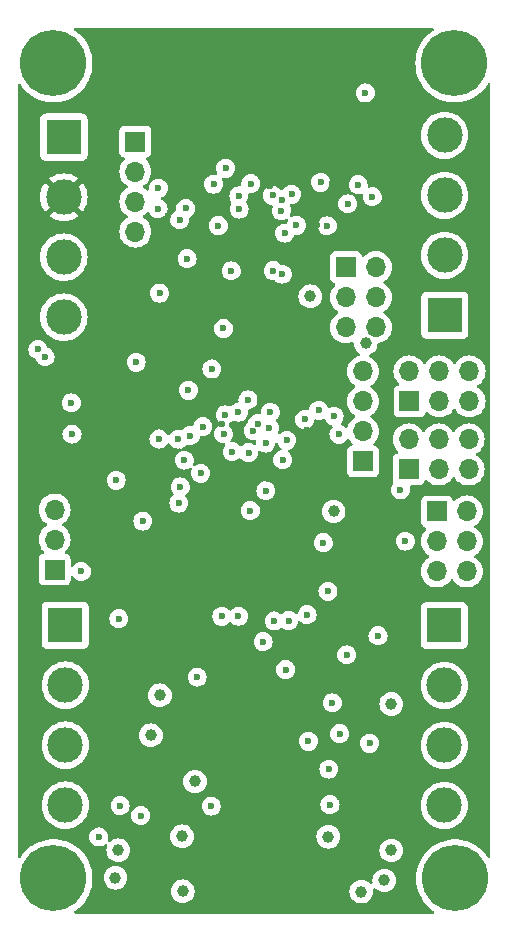
<source format=gbr>
%TF.GenerationSoftware,KiCad,Pcbnew,7.0.5*%
%TF.CreationDate,2023-08-27T23:52:23-07:00*%
%TF.ProjectId,Lyra V2,4c797261-2056-4322-9e6b-696361645f70,rev?*%
%TF.SameCoordinates,Original*%
%TF.FileFunction,Copper,L3,Inr*%
%TF.FilePolarity,Positive*%
%FSLAX46Y46*%
G04 Gerber Fmt 4.6, Leading zero omitted, Abs format (unit mm)*
G04 Created by KiCad (PCBNEW 7.0.5) date 2023-08-27 23:52:23*
%MOMM*%
%LPD*%
G01*
G04 APERTURE LIST*
%TA.AperFunction,ComponentPad*%
%ADD10R,3.000000X3.000000*%
%TD*%
%TA.AperFunction,ComponentPad*%
%ADD11C,3.000000*%
%TD*%
%TA.AperFunction,ComponentPad*%
%ADD12R,1.700000X1.700000*%
%TD*%
%TA.AperFunction,ComponentPad*%
%ADD13O,1.700000X1.700000*%
%TD*%
%TA.AperFunction,ComponentPad*%
%ADD14C,5.600000*%
%TD*%
%TA.AperFunction,ViaPad*%
%ADD15C,0.600000*%
%TD*%
%TA.AperFunction,ViaPad*%
%ADD16C,1.000000*%
%TD*%
G04 APERTURE END LIST*
D10*
%TO.N,/PYRO PWR*%
%TO.C,J5*%
X136017000Y-86487000D03*
D11*
%TO.N,+12P*%
X136017000Y-81407000D03*
%TO.N,GND*%
X136017000Y-76327000D03*
%TO.N,+5V*%
X136017000Y-71247000D03*
%TD*%
D10*
%TO.N,/GPIO26*%
%TO.C,J2*%
X103784400Y-71399400D03*
D11*
%TO.N,+3V3*%
X103784400Y-76479400D03*
%TO.N,GND*%
X103784400Y-81559400D03*
%TO.N,+12P*%
X103784400Y-86639400D03*
%TD*%
D12*
%TO.N,/SPI PWR*%
%TO.C,J4*%
X135356600Y-103098600D03*
D13*
%TO.N,/SPI0 SCLK*%
X137896600Y-103098600D03*
%TO.N,/SPI0 MOSI*%
X135356600Y-105638600D03*
%TO.N,/SPI0 MISO*%
X137896600Y-105638600D03*
%TO.N,GND*%
X135356600Y-108178600D03*
%TO.N,/BRKOUT CS*%
X137896600Y-108178600D03*
%TD*%
D12*
%TO.N,/I2C PWR*%
%TO.C,J10*%
X109829600Y-71780400D03*
D13*
%TO.N,/I2C1 SCL*%
X109829600Y-74320400D03*
%TO.N,/I2C1 SDA*%
X109829600Y-76860400D03*
%TO.N,GND*%
X109829600Y-79400400D03*
%TD*%
D12*
%TO.N,/UART PWR*%
%TO.C,J11*%
X129108200Y-98856800D03*
D13*
%TO.N,/UART0 TX*%
X129108200Y-96316800D03*
%TO.N,/UART0 RX*%
X129108200Y-93776800D03*
%TO.N,GND*%
X129108200Y-91236800D03*
%TD*%
D12*
%TO.N,GND*%
%TO.C,J12*%
X102998400Y-108013999D03*
D13*
%TO.N,/BOOTSEL*%
X102998400Y-105473999D03*
%TO.N,unconnected-(J12-Pin_3-Pad3)*%
X102998400Y-102933999D03*
%TD*%
D10*
%TO.N,/P2-*%
%TO.C,J6*%
X135991600Y-112750600D03*
D11*
%TO.N,/PYRO PWR*%
X135991600Y-117830600D03*
%TO.N,/P1-*%
X135991600Y-122910600D03*
%TO.N,/PYRO PWR*%
X135991600Y-127990600D03*
%TD*%
D14*
%TO.N,GND*%
%TO.C,H3*%
X136900000Y-134150000D03*
%TD*%
D10*
%TO.N,+12V*%
%TO.C,J3*%
X103911400Y-112725200D03*
D11*
%TO.N,+BATT*%
X103911400Y-117805200D03*
%TO.N,GND*%
X103911400Y-122885200D03*
%TO.N,+BATT*%
X103911400Y-127965200D03*
%TD*%
D14*
%TO.N,GND*%
%TO.C,H4*%
X102900000Y-134150000D03*
%TD*%
%TO.N,GND*%
%TO.C,H2*%
X136850000Y-65150000D03*
%TD*%
%TO.N,GND*%
%TO.C,H1*%
X102900000Y-65150000D03*
%TD*%
D12*
%TO.N,/SERVO1*%
%TO.C,J9*%
X132969000Y-99542600D03*
D13*
%TO.N,/SERVO2*%
X132969000Y-97002600D03*
%TO.N,/SERVO PWR*%
X135509000Y-99542600D03*
X135509000Y-97002600D03*
%TO.N,GND*%
X138049000Y-99542600D03*
X138049000Y-97002600D03*
%TD*%
D12*
%TO.N,/SWD PWR*%
%TO.C,J7*%
X127660000Y-82420000D03*
D13*
%TO.N,/SWCLK*%
X130200000Y-82420000D03*
%TO.N,/RUN*%
X127660000Y-84960000D03*
%TO.N,GND*%
X130200000Y-84960000D03*
X127660000Y-87500000D03*
%TO.N,/SWD*%
X130200000Y-87500000D03*
%TD*%
D12*
%TO.N,/SERVO3*%
%TO.C,J8*%
X133045200Y-93776800D03*
D13*
%TO.N,/SERVO4*%
X133045200Y-91236800D03*
%TO.N,/SERVO PWR*%
X135585200Y-93776800D03*
X135585200Y-91236800D03*
%TO.N,GND*%
X138125200Y-93776800D03*
X138125200Y-91236800D03*
%TD*%
D15*
%TO.N,+3V3*%
X120919650Y-93332418D03*
D16*
%TO.N,GND*%
X114884200Y-125958600D03*
D15*
X118567200Y-94691200D03*
X125526800Y-75234800D03*
D16*
X108153200Y-134112000D03*
D15*
X132280491Y-101277480D03*
X111760000Y-77470000D03*
X109905800Y-90474800D03*
D16*
X131495800Y-131800600D03*
D15*
X127076200Y-96570800D03*
X129311400Y-67665600D03*
X116865400Y-78892400D03*
X122478800Y-79527400D03*
X119608600Y-75336400D03*
X122555000Y-116484400D03*
X121589800Y-112369600D03*
X116306600Y-91033600D03*
X128701800Y-75438000D03*
X115062000Y-117119400D03*
X121446811Y-76335715D03*
X119826788Y-96252504D03*
D16*
X108381800Y-131775200D03*
D15*
X121183400Y-96037400D03*
D16*
X128955800Y-135280400D03*
D15*
X118592600Y-76377800D03*
X127127000Y-121920000D03*
X122656600Y-97078800D03*
X121259600Y-94691200D03*
X126212600Y-124917200D03*
X127726902Y-115239800D03*
X114096800Y-77444600D03*
X120878600Y-97307400D03*
X110464600Y-103911400D03*
X120192800Y-95656400D03*
X114325400Y-92837000D03*
X104470200Y-96545400D03*
X118033800Y-98044000D03*
X115547900Y-95910400D03*
X111785400Y-75742800D03*
X108204000Y-100457000D03*
X126085600Y-78917800D03*
D16*
X113792000Y-130606800D03*
D15*
%TO.N,+3V3*%
X121234200Y-75565000D03*
X122318511Y-105189289D03*
D16*
X111455200Y-67614800D03*
D15*
X113151017Y-75686062D03*
X115646200Y-93319600D03*
X116408200Y-81432400D03*
X112606936Y-78091581D03*
X118363500Y-101769209D03*
X124336410Y-96233599D03*
X123621800Y-89128600D03*
X121146940Y-100354382D03*
X114020600Y-76301600D03*
X125202305Y-78848368D03*
X120319800Y-78206600D03*
X127648892Y-78918591D03*
X112522000Y-104190800D03*
X114782600Y-75361800D03*
X117094000Y-100152200D03*
X126516358Y-75386343D03*
X119786400Y-79146400D03*
D16*
X116535200Y-133223000D03*
D15*
X119616586Y-78118439D03*
D16*
X129900500Y-103145664D03*
D15*
X115690956Y-94054570D03*
D16*
X114858800Y-133070600D03*
X110464600Y-130302000D03*
D15*
X125857000Y-98903400D03*
X113003726Y-90565904D03*
X117068600Y-92100400D03*
X119710200Y-112395000D03*
X113842800Y-74980800D03*
X117172349Y-95704239D03*
X123494800Y-80822800D03*
D16*
%TO.N,+5V*%
X130911600Y-134340600D03*
X124637800Y-84886800D03*
D15*
X110286800Y-128841400D03*
D16*
X129336800Y-88849200D03*
D15*
X132695800Y-105613200D03*
%TO.N,Net-(U3-C1)*%
X118618000Y-77495400D03*
%TO.N,+1V1*%
X117449600Y-94919800D03*
X124166410Y-95309037D03*
X117300130Y-96510961D03*
%TO.N,VBUS*%
X104419400Y-93903800D03*
X108432600Y-112166400D03*
D16*
%TO.N,Net-(Q1-S)*%
X111912400Y-118668800D03*
D15*
%TO.N,/SPI0 SCLK*%
X120650000Y-114122200D03*
X124383800Y-111836200D03*
%TO.N,/SPI0 MOSI*%
X118567200Y-111963200D03*
%TO.N,/SPI0 MISO*%
X122809000Y-112344200D03*
%TO.N,/BRKOUT CS*%
X119563000Y-103022400D03*
X126141211Y-109859811D03*
D16*
%TO.N,/PYRO PWR*%
X131495800Y-119405400D03*
D15*
%TO.N,/SWD*%
X126669800Y-95046800D03*
%TO.N,/RUN*%
X125360100Y-94538800D03*
%TO.N,/I2C1 SDA*%
X117475000Y-74041000D03*
X116453138Y-75387593D03*
X123063000Y-76250800D03*
X123469400Y-78867000D03*
D16*
%TO.N,/UART PWR*%
X126619000Y-103098600D03*
D15*
%TO.N,/SD CS*%
X117164000Y-111981637D03*
%TO.N,/BUZZER*%
X119415500Y-98120200D03*
X111887000Y-84607400D03*
X114223800Y-81686400D03*
%TO.N,/P2 EN*%
X130378200Y-113614200D03*
X120878600Y-101346000D03*
%TO.N,Net-(Q2-D)*%
X126517400Y-119303800D03*
%TO.N,/P1 EN*%
X125755400Y-105743498D03*
X129667000Y-122732800D03*
%TO.N,Net-(Q3-D)*%
X126314200Y-127914400D03*
%TO.N,/P1 CONT*%
X124485400Y-122555000D03*
X108542089Y-127998489D03*
X102184200Y-90000898D03*
%TO.N,/P2 CONT*%
X101583500Y-89382600D03*
X116255800Y-128041400D03*
X106730800Y-130657600D03*
%TO.N,/BATT SENSE*%
X113512600Y-102387400D03*
X119370700Y-93648493D03*
%TO.N,/QSPI_SS*%
X113639600Y-101015800D03*
X105257600Y-108178600D03*
%TO.N,/MAG INT*%
X122199400Y-77622400D03*
X117957600Y-82727800D03*
%TO.N,/MAG DRDY*%
X122309475Y-98719670D03*
X122224800Y-76708000D03*
%TO.N,/BARO INT*%
X113588800Y-78409800D03*
X117297200Y-87604600D03*
%TO.N,/QSPI_SD1*%
X115366800Y-99872800D03*
%TO.N,/QSPI_SD2*%
X113974611Y-98750389D03*
%TO.N,/QSPI_SDO*%
X111836200Y-96961900D03*
%TO.N,/QSPI_SCLK*%
X113461800Y-96977200D03*
%TO.N,/QSPI_SD3*%
X114490255Y-96681953D03*
%TO.N,/GYRO INT3*%
X127812800Y-77053500D03*
X122270789Y-83002389D03*
%TO.N,/GYRO INT4*%
X121523452Y-82718327D03*
X129895600Y-76454000D03*
D16*
%TO.N,+12VA*%
X111150400Y-122047000D03*
X126161800Y-130632200D03*
X113842800Y-135255000D03*
%TD*%
%TA.AperFunction,Conductor*%
%TO.N,+3V3*%
G36*
X135053786Y-62170185D02*
G01*
X135099541Y-62222989D01*
X135109485Y-62292147D01*
X135080460Y-62355703D01*
X135050677Y-62380748D01*
X134995081Y-62414200D01*
X134906768Y-62481333D01*
X134710172Y-62630781D01*
X134710163Y-62630789D01*
X134450331Y-62876914D01*
X134218641Y-63149680D01*
X134218634Y-63149690D01*
X134017790Y-63445913D01*
X134017784Y-63445922D01*
X133850151Y-63762111D01*
X133850142Y-63762129D01*
X133717674Y-64094600D01*
X133717672Y-64094607D01*
X133621932Y-64439434D01*
X133621926Y-64439460D01*
X133564029Y-64792614D01*
X133564028Y-64792631D01*
X133544652Y-65149997D01*
X133544652Y-65150002D01*
X133564028Y-65507368D01*
X133564029Y-65507385D01*
X133621926Y-65860539D01*
X133621932Y-65860565D01*
X133717672Y-66205392D01*
X133717674Y-66205399D01*
X133850142Y-66537870D01*
X133850151Y-66537888D01*
X134017784Y-66854077D01*
X134017787Y-66854082D01*
X134017789Y-66854085D01*
X134078859Y-66944157D01*
X134218634Y-67150309D01*
X134218641Y-67150319D01*
X134450331Y-67423085D01*
X134450332Y-67423086D01*
X134710163Y-67669211D01*
X134995081Y-67885800D01*
X135301747Y-68070315D01*
X135301749Y-68070316D01*
X135301751Y-68070317D01*
X135301755Y-68070319D01*
X135626552Y-68220585D01*
X135626565Y-68220591D01*
X135965726Y-68334868D01*
X136315254Y-68411805D01*
X136671052Y-68450500D01*
X136671058Y-68450500D01*
X137028942Y-68450500D01*
X137028948Y-68450500D01*
X137384746Y-68411805D01*
X137734274Y-68334868D01*
X138073435Y-68220591D01*
X138398253Y-68070315D01*
X138704919Y-67885800D01*
X138989837Y-67669211D01*
X139249668Y-67423086D01*
X139481365Y-67150311D01*
X139672867Y-66867865D01*
X139726781Y-66823425D01*
X139796163Y-66815187D01*
X139858985Y-66845767D01*
X139895301Y-66905458D01*
X139899500Y-66937453D01*
X139899500Y-132288801D01*
X139879815Y-132355840D01*
X139827011Y-132401595D01*
X139757853Y-132411539D01*
X139694297Y-132382514D01*
X139672867Y-132358388D01*
X139531366Y-132149690D01*
X139531358Y-132149680D01*
X139299668Y-131876914D01*
X139219104Y-131800600D01*
X139039837Y-131630789D01*
X139039830Y-131630783D01*
X139039827Y-131630781D01*
X138971799Y-131579068D01*
X138754919Y-131414200D01*
X138448253Y-131229685D01*
X138448252Y-131229684D01*
X138448248Y-131229682D01*
X138448244Y-131229680D01*
X138123447Y-131079414D01*
X138123441Y-131079411D01*
X138123435Y-131079409D01*
X137953200Y-131022050D01*
X137784273Y-130965131D01*
X137434744Y-130888194D01*
X137078949Y-130849500D01*
X137078948Y-130849500D01*
X136721052Y-130849500D01*
X136721050Y-130849500D01*
X136365255Y-130888194D01*
X136015726Y-130965131D01*
X135759969Y-131051306D01*
X135676565Y-131079409D01*
X135676562Y-131079410D01*
X135676563Y-131079410D01*
X135676552Y-131079414D01*
X135351755Y-131229680D01*
X135351751Y-131229682D01*
X135205493Y-131317683D01*
X135045081Y-131414200D01*
X135007236Y-131442969D01*
X134760172Y-131630781D01*
X134760163Y-131630789D01*
X134500331Y-131876914D01*
X134268641Y-132149680D01*
X134268634Y-132149690D01*
X134067790Y-132445913D01*
X134067784Y-132445922D01*
X133900151Y-132762111D01*
X133900142Y-132762129D01*
X133767674Y-133094600D01*
X133767672Y-133094607D01*
X133671932Y-133439434D01*
X133671926Y-133439460D01*
X133614029Y-133792614D01*
X133614028Y-133792627D01*
X133614028Y-133792629D01*
X133594652Y-134150000D01*
X133610618Y-134444486D01*
X133614028Y-134507368D01*
X133614029Y-134507385D01*
X133671926Y-134860539D01*
X133671932Y-134860565D01*
X133767672Y-135205392D01*
X133767674Y-135205399D01*
X133900142Y-135537870D01*
X133900151Y-135537888D01*
X134067784Y-135854077D01*
X134067787Y-135854082D01*
X134067789Y-135854085D01*
X134228362Y-136090913D01*
X134268634Y-136150309D01*
X134268641Y-136150319D01*
X134345687Y-136241024D01*
X134500332Y-136423086D01*
X134760163Y-136669211D01*
X135045081Y-136885800D01*
X135100676Y-136919250D01*
X135147970Y-136970679D01*
X135159953Y-137039514D01*
X135132818Y-137103899D01*
X135075181Y-137143393D01*
X135036747Y-137149500D01*
X104763253Y-137149500D01*
X104696214Y-137129815D01*
X104650459Y-137077011D01*
X104640515Y-137007853D01*
X104669540Y-136944297D01*
X104699322Y-136919251D01*
X104754919Y-136885800D01*
X105039837Y-136669211D01*
X105299668Y-136423086D01*
X105531365Y-136150311D01*
X105732211Y-135854085D01*
X105899853Y-135537880D01*
X106012563Y-135255000D01*
X112837459Y-135255000D01*
X112856775Y-135451129D01*
X112913988Y-135639733D01*
X113006886Y-135813532D01*
X113006890Y-135813539D01*
X113131916Y-135965883D01*
X113284260Y-136090909D01*
X113284267Y-136090913D01*
X113458066Y-136183811D01*
X113458069Y-136183811D01*
X113458073Y-136183814D01*
X113646668Y-136241024D01*
X113842800Y-136260341D01*
X114038932Y-136241024D01*
X114227527Y-136183814D01*
X114401338Y-136090910D01*
X114553683Y-135965883D01*
X114678710Y-135813538D01*
X114758034Y-135665133D01*
X114771611Y-135639733D01*
X114771611Y-135639732D01*
X114771614Y-135639727D01*
X114828824Y-135451132D01*
X114845639Y-135280400D01*
X127950459Y-135280400D01*
X127969775Y-135476529D01*
X128026988Y-135665133D01*
X128119886Y-135838932D01*
X128119890Y-135838939D01*
X128244916Y-135991283D01*
X128397260Y-136116309D01*
X128397267Y-136116313D01*
X128571066Y-136209211D01*
X128571069Y-136209211D01*
X128571073Y-136209214D01*
X128759668Y-136266424D01*
X128955800Y-136285741D01*
X129151932Y-136266424D01*
X129340527Y-136209214D01*
X129514338Y-136116310D01*
X129666683Y-135991283D01*
X129791710Y-135838938D01*
X129884614Y-135665127D01*
X129941824Y-135476532D01*
X129961141Y-135280400D01*
X129942913Y-135095330D01*
X129955932Y-135026687D01*
X130003997Y-134975977D01*
X130071847Y-134959302D01*
X130137942Y-134981958D01*
X130162168Y-135004513D01*
X130200715Y-135051482D01*
X130353060Y-135176509D01*
X130353067Y-135176513D01*
X130526866Y-135269411D01*
X130526869Y-135269411D01*
X130526873Y-135269414D01*
X130715468Y-135326624D01*
X130911600Y-135345941D01*
X131107732Y-135326624D01*
X131296327Y-135269414D01*
X131470138Y-135176510D01*
X131622483Y-135051483D01*
X131747510Y-134899138D01*
X131840414Y-134725327D01*
X131897624Y-134536732D01*
X131916941Y-134340600D01*
X131897624Y-134144468D01*
X131840414Y-133955873D01*
X131840411Y-133955869D01*
X131840411Y-133955866D01*
X131747513Y-133782067D01*
X131747509Y-133782060D01*
X131622483Y-133629716D01*
X131470139Y-133504690D01*
X131470132Y-133504686D01*
X131296333Y-133411788D01*
X131296327Y-133411786D01*
X131107732Y-133354576D01*
X131107729Y-133354575D01*
X130911600Y-133335259D01*
X130715470Y-133354575D01*
X130526866Y-133411788D01*
X130353067Y-133504686D01*
X130353060Y-133504690D01*
X130200716Y-133629716D01*
X130075690Y-133782060D01*
X130075686Y-133782067D01*
X129982788Y-133955866D01*
X129925575Y-134144470D01*
X129906259Y-134340600D01*
X129924486Y-134525666D01*
X129911467Y-134594312D01*
X129863402Y-134645022D01*
X129795551Y-134661697D01*
X129729457Y-134639041D01*
X129705230Y-134616486D01*
X129687032Y-134594312D01*
X129666683Y-134569517D01*
X129666681Y-134569515D01*
X129666680Y-134569514D01*
X129514339Y-134444490D01*
X129514332Y-134444486D01*
X129340533Y-134351588D01*
X129340527Y-134351586D01*
X129151932Y-134294376D01*
X129151929Y-134294375D01*
X128955800Y-134275059D01*
X128759670Y-134294375D01*
X128571066Y-134351588D01*
X128397267Y-134444486D01*
X128397260Y-134444490D01*
X128244916Y-134569516D01*
X128119890Y-134721860D01*
X128119886Y-134721867D01*
X128026988Y-134895666D01*
X127969775Y-135084270D01*
X127950459Y-135280400D01*
X114845639Y-135280400D01*
X114848141Y-135255000D01*
X114828824Y-135058868D01*
X114771614Y-134870273D01*
X114771611Y-134870269D01*
X114771611Y-134870266D01*
X114678713Y-134696467D01*
X114678709Y-134696460D01*
X114553683Y-134544116D01*
X114401339Y-134419090D01*
X114401332Y-134419086D01*
X114227533Y-134326188D01*
X114227527Y-134326186D01*
X114038932Y-134268976D01*
X114038929Y-134268975D01*
X113842800Y-134249659D01*
X113646670Y-134268975D01*
X113458066Y-134326188D01*
X113284267Y-134419086D01*
X113284260Y-134419090D01*
X113131916Y-134544116D01*
X113006890Y-134696460D01*
X113006886Y-134696467D01*
X112913988Y-134870266D01*
X112856775Y-135058870D01*
X112837459Y-135255000D01*
X106012563Y-135255000D01*
X106032324Y-135205403D01*
X106128071Y-134860552D01*
X106154972Y-134696462D01*
X106185970Y-134507385D01*
X106185970Y-134507382D01*
X106185972Y-134507371D01*
X106205348Y-134150000D01*
X106203288Y-134112000D01*
X107147859Y-134112000D01*
X107167175Y-134308129D01*
X107224388Y-134496733D01*
X107317286Y-134670532D01*
X107317290Y-134670539D01*
X107442316Y-134822883D01*
X107594660Y-134947909D01*
X107594667Y-134947913D01*
X107768466Y-135040811D01*
X107768469Y-135040811D01*
X107768473Y-135040814D01*
X107957068Y-135098024D01*
X108153200Y-135117341D01*
X108349332Y-135098024D01*
X108537927Y-135040814D01*
X108711738Y-134947910D01*
X108864083Y-134822883D01*
X108989110Y-134670538D01*
X109043109Y-134569514D01*
X109082011Y-134496733D01*
X109082011Y-134496732D01*
X109082014Y-134496727D01*
X109139224Y-134308132D01*
X109158541Y-134112000D01*
X109139224Y-133915868D01*
X109082014Y-133727273D01*
X109082011Y-133727269D01*
X109082011Y-133727266D01*
X108989113Y-133553467D01*
X108989109Y-133553460D01*
X108864083Y-133401116D01*
X108711739Y-133276090D01*
X108711732Y-133276086D01*
X108537933Y-133183188D01*
X108537927Y-133183186D01*
X108349332Y-133125976D01*
X108349329Y-133125975D01*
X108153200Y-133106659D01*
X107957070Y-133125975D01*
X107768466Y-133183188D01*
X107594667Y-133276086D01*
X107594660Y-133276090D01*
X107442316Y-133401116D01*
X107317290Y-133553460D01*
X107317286Y-133553467D01*
X107224388Y-133727266D01*
X107167175Y-133915870D01*
X107147859Y-134112000D01*
X106203288Y-134112000D01*
X106185972Y-133792629D01*
X106184240Y-133782067D01*
X106128073Y-133439460D01*
X106128072Y-133439459D01*
X106128071Y-133439448D01*
X106032324Y-133094597D01*
X105917313Y-132805941D01*
X105899857Y-132762129D01*
X105899848Y-132762111D01*
X105833258Y-132636510D01*
X105732211Y-132445915D01*
X105531365Y-132149689D01*
X105531361Y-132149684D01*
X105531358Y-132149680D01*
X105299668Y-131876914D01*
X105219104Y-131800600D01*
X105039837Y-131630789D01*
X105039830Y-131630783D01*
X105039827Y-131630781D01*
X104971799Y-131579068D01*
X104754919Y-131414200D01*
X104448253Y-131229685D01*
X104448252Y-131229684D01*
X104448248Y-131229682D01*
X104448244Y-131229680D01*
X104123447Y-131079414D01*
X104123441Y-131079411D01*
X104123435Y-131079409D01*
X103953200Y-131022050D01*
X103784273Y-130965131D01*
X103434744Y-130888194D01*
X103078949Y-130849500D01*
X103078948Y-130849500D01*
X102721052Y-130849500D01*
X102721050Y-130849500D01*
X102365255Y-130888194D01*
X102015726Y-130965131D01*
X101759970Y-131051306D01*
X101676565Y-131079409D01*
X101676562Y-131079410D01*
X101676563Y-131079410D01*
X101676552Y-131079414D01*
X101351755Y-131229680D01*
X101351751Y-131229682D01*
X101205493Y-131317683D01*
X101045081Y-131414200D01*
X101007236Y-131442969D01*
X100760172Y-131630781D01*
X100760163Y-131630789D01*
X100500331Y-131876914D01*
X100268641Y-132149680D01*
X100268634Y-132149690D01*
X100127132Y-132358390D01*
X100073218Y-132402831D01*
X100003836Y-132411069D01*
X99941014Y-132380488D01*
X99904698Y-132320798D01*
X99900499Y-132288803D01*
X99900499Y-130657603D01*
X105925235Y-130657603D01*
X105945430Y-130836849D01*
X105945431Y-130836854D01*
X106005011Y-131007123D01*
X106050435Y-131079414D01*
X106100984Y-131159862D01*
X106228538Y-131287416D01*
X106381278Y-131383389D01*
X106469328Y-131414199D01*
X106551545Y-131442968D01*
X106551550Y-131442969D01*
X106730796Y-131463165D01*
X106730800Y-131463165D01*
X106730804Y-131463165D01*
X106910049Y-131442969D01*
X106910052Y-131442968D01*
X106910055Y-131442968D01*
X107080322Y-131383389D01*
X107233062Y-131287416D01*
X107243579Y-131276898D01*
X107304899Y-131243413D01*
X107374591Y-131248395D01*
X107430526Y-131290264D01*
X107454945Y-131355728D01*
X107449922Y-131400573D01*
X107395775Y-131579069D01*
X107376459Y-131775200D01*
X107395775Y-131971329D01*
X107452988Y-132159933D01*
X107545886Y-132333732D01*
X107545890Y-132333739D01*
X107670916Y-132486083D01*
X107823260Y-132611109D01*
X107823267Y-132611113D01*
X107997066Y-132704011D01*
X107997069Y-132704011D01*
X107997073Y-132704014D01*
X108185668Y-132761224D01*
X108381800Y-132780541D01*
X108577932Y-132761224D01*
X108766527Y-132704014D01*
X108940338Y-132611110D01*
X109092683Y-132486083D01*
X109217710Y-132333738D01*
X109297034Y-132185333D01*
X109310611Y-132159933D01*
X109310611Y-132159932D01*
X109310614Y-132159927D01*
X109367824Y-131971332D01*
X109384639Y-131800600D01*
X130490459Y-131800600D01*
X130509775Y-131996729D01*
X130566988Y-132185333D01*
X130659886Y-132359132D01*
X130659890Y-132359139D01*
X130784916Y-132511483D01*
X130937260Y-132636509D01*
X130937267Y-132636513D01*
X131111066Y-132729411D01*
X131111069Y-132729411D01*
X131111073Y-132729414D01*
X131299668Y-132786624D01*
X131495800Y-132805941D01*
X131691932Y-132786624D01*
X131880527Y-132729414D01*
X132054338Y-132636510D01*
X132206683Y-132511483D01*
X132331710Y-132359138D01*
X132424614Y-132185327D01*
X132481824Y-131996732D01*
X132501141Y-131800600D01*
X132481824Y-131604468D01*
X132424614Y-131415873D01*
X132424611Y-131415869D01*
X132424611Y-131415866D01*
X132331713Y-131242067D01*
X132331709Y-131242060D01*
X132206683Y-131089716D01*
X132054339Y-130964690D01*
X132054332Y-130964686D01*
X131880533Y-130871788D01*
X131880527Y-130871786D01*
X131691932Y-130814576D01*
X131691929Y-130814575D01*
X131495800Y-130795259D01*
X131299670Y-130814575D01*
X131111066Y-130871788D01*
X130937267Y-130964686D01*
X130937260Y-130964690D01*
X130784916Y-131089716D01*
X130659890Y-131242060D01*
X130659886Y-131242067D01*
X130566988Y-131415866D01*
X130509775Y-131604470D01*
X130490459Y-131800600D01*
X109384639Y-131800600D01*
X109387141Y-131775200D01*
X109367824Y-131579068D01*
X109310614Y-131390473D01*
X109310611Y-131390469D01*
X109310611Y-131390466D01*
X109217713Y-131216667D01*
X109217709Y-131216660D01*
X109092683Y-131064316D01*
X108940339Y-130939290D01*
X108940332Y-130939286D01*
X108766533Y-130846388D01*
X108766527Y-130846386D01*
X108577932Y-130789176D01*
X108577929Y-130789175D01*
X108381800Y-130769859D01*
X108185670Y-130789175D01*
X107997066Y-130846388D01*
X107823267Y-130939286D01*
X107823260Y-130939291D01*
X107683875Y-131053681D01*
X107619565Y-131080994D01*
X107550697Y-131069203D01*
X107499137Y-131022050D01*
X107481254Y-130954508D01*
X107488169Y-130916873D01*
X107516166Y-130836862D01*
X107516169Y-130836849D01*
X107536365Y-130657603D01*
X107536365Y-130657596D01*
X107530642Y-130606800D01*
X112786659Y-130606800D01*
X112805975Y-130802929D01*
X112863188Y-130991533D01*
X112956086Y-131165332D01*
X112956090Y-131165339D01*
X113081116Y-131317683D01*
X113233460Y-131442709D01*
X113233467Y-131442713D01*
X113407266Y-131535611D01*
X113407269Y-131535611D01*
X113407273Y-131535614D01*
X113595868Y-131592824D01*
X113792000Y-131612141D01*
X113988132Y-131592824D01*
X114176727Y-131535614D01*
X114350538Y-131442710D01*
X114502883Y-131317683D01*
X114627910Y-131165338D01*
X114707234Y-131016933D01*
X114720811Y-130991533D01*
X114720811Y-130991532D01*
X114720814Y-130991527D01*
X114778024Y-130802932D01*
X114794839Y-130632200D01*
X125156459Y-130632200D01*
X125175775Y-130828329D01*
X125232988Y-131016933D01*
X125325886Y-131190732D01*
X125325890Y-131190739D01*
X125450916Y-131343083D01*
X125603260Y-131468109D01*
X125603267Y-131468113D01*
X125777066Y-131561011D01*
X125777069Y-131561011D01*
X125777073Y-131561014D01*
X125965668Y-131618224D01*
X126161800Y-131637541D01*
X126357932Y-131618224D01*
X126546527Y-131561014D01*
X126720338Y-131468110D01*
X126872683Y-131343083D01*
X126997710Y-131190738D01*
X127062672Y-131069203D01*
X127090611Y-131016933D01*
X127090611Y-131016932D01*
X127090614Y-131016927D01*
X127147824Y-130828332D01*
X127167141Y-130632200D01*
X127147824Y-130436068D01*
X127090614Y-130247473D01*
X127090611Y-130247469D01*
X127090611Y-130247466D01*
X126997713Y-130073667D01*
X126997709Y-130073660D01*
X126872683Y-129921316D01*
X126720339Y-129796290D01*
X126720332Y-129796286D01*
X126546533Y-129703388D01*
X126546527Y-129703386D01*
X126378545Y-129652429D01*
X126357929Y-129646175D01*
X126161800Y-129626859D01*
X125965670Y-129646175D01*
X125777066Y-129703388D01*
X125603267Y-129796286D01*
X125603260Y-129796290D01*
X125450916Y-129921316D01*
X125325890Y-130073660D01*
X125325886Y-130073667D01*
X125232988Y-130247466D01*
X125175775Y-130436070D01*
X125156459Y-130632200D01*
X114794839Y-130632200D01*
X114797341Y-130606800D01*
X114778024Y-130410668D01*
X114720814Y-130222073D01*
X114720811Y-130222069D01*
X114720811Y-130222066D01*
X114627913Y-130048267D01*
X114627909Y-130048260D01*
X114502883Y-129895916D01*
X114350539Y-129770890D01*
X114350532Y-129770886D01*
X114176733Y-129677988D01*
X114176727Y-129677986D01*
X113988132Y-129620776D01*
X113988129Y-129620775D01*
X113792000Y-129601459D01*
X113595870Y-129620775D01*
X113407266Y-129677988D01*
X113233467Y-129770886D01*
X113233460Y-129770890D01*
X113081116Y-129895916D01*
X112956090Y-130048260D01*
X112956086Y-130048267D01*
X112863188Y-130222066D01*
X112805975Y-130410670D01*
X112786659Y-130606800D01*
X107530642Y-130606800D01*
X107516169Y-130478350D01*
X107516168Y-130478345D01*
X107456588Y-130308076D01*
X107360615Y-130155337D01*
X107233062Y-130027784D01*
X107080323Y-129931811D01*
X106910054Y-129872231D01*
X106910049Y-129872230D01*
X106730804Y-129852035D01*
X106730796Y-129852035D01*
X106551550Y-129872230D01*
X106551545Y-129872231D01*
X106381276Y-129931811D01*
X106228537Y-130027784D01*
X106100984Y-130155337D01*
X106005011Y-130308076D01*
X105945431Y-130478345D01*
X105945430Y-130478350D01*
X105925235Y-130657596D01*
X105925235Y-130657603D01*
X99900499Y-130657603D01*
X99900499Y-127965201D01*
X101905790Y-127965201D01*
X101926204Y-128250633D01*
X101987028Y-128530237D01*
X101987030Y-128530243D01*
X101987031Y-128530246D01*
X102081623Y-128783857D01*
X102087035Y-128798366D01*
X102224170Y-129049509D01*
X102224175Y-129049517D01*
X102395654Y-129278587D01*
X102395670Y-129278605D01*
X102597994Y-129480929D01*
X102598012Y-129480945D01*
X102827082Y-129652424D01*
X102827090Y-129652429D01*
X103078233Y-129789564D01*
X103078232Y-129789564D01*
X103078236Y-129789565D01*
X103078239Y-129789567D01*
X103346354Y-129889569D01*
X103346360Y-129889570D01*
X103346362Y-129889571D01*
X103625966Y-129950395D01*
X103625968Y-129950395D01*
X103625972Y-129950396D01*
X103879620Y-129968537D01*
X103911399Y-129970810D01*
X103911400Y-129970810D01*
X103911401Y-129970810D01*
X103939995Y-129968764D01*
X104196828Y-129950396D01*
X104330503Y-129921317D01*
X104476437Y-129889571D01*
X104476437Y-129889570D01*
X104476446Y-129889569D01*
X104744561Y-129789567D01*
X104995715Y-129652426D01*
X105224795Y-129480939D01*
X105427139Y-129278595D01*
X105598626Y-129049515D01*
X105712264Y-128841403D01*
X109481235Y-128841403D01*
X109501430Y-129020649D01*
X109501431Y-129020654D01*
X109561011Y-129190923D01*
X109632066Y-129304005D01*
X109656984Y-129343662D01*
X109784538Y-129471216D01*
X109937278Y-129567189D01*
X110035216Y-129601459D01*
X110107545Y-129626768D01*
X110107550Y-129626769D01*
X110286796Y-129646965D01*
X110286800Y-129646965D01*
X110286804Y-129646965D01*
X110466049Y-129626769D01*
X110466052Y-129626768D01*
X110466055Y-129626768D01*
X110636322Y-129567189D01*
X110789062Y-129471216D01*
X110916616Y-129343662D01*
X111012589Y-129190922D01*
X111072168Y-129020655D01*
X111092365Y-128841400D01*
X111090716Y-128826769D01*
X111072169Y-128662150D01*
X111072168Y-128662145D01*
X111060327Y-128628305D01*
X111012589Y-128491878D01*
X110916616Y-128339138D01*
X110789062Y-128211584D01*
X110735206Y-128177744D01*
X110636323Y-128115611D01*
X110466054Y-128056031D01*
X110466049Y-128056030D01*
X110336224Y-128041403D01*
X115450235Y-128041403D01*
X115470430Y-128220649D01*
X115470431Y-128220654D01*
X115530011Y-128390923D01*
X115617554Y-128530246D01*
X115625984Y-128543662D01*
X115753538Y-128671216D01*
X115906278Y-128767189D01*
X116067966Y-128823766D01*
X116076545Y-128826768D01*
X116076550Y-128826769D01*
X116255796Y-128846965D01*
X116255800Y-128846965D01*
X116255804Y-128846965D01*
X116435049Y-128826769D01*
X116435052Y-128826768D01*
X116435055Y-128826768D01*
X116605322Y-128767189D01*
X116758062Y-128671216D01*
X116885616Y-128543662D01*
X116981589Y-128390922D01*
X117041168Y-128220655D01*
X117053004Y-128115611D01*
X117061365Y-128041403D01*
X117061365Y-128041396D01*
X117047056Y-127914403D01*
X125508635Y-127914403D01*
X125528830Y-128093649D01*
X125528831Y-128093654D01*
X125588411Y-128263923D01*
X125641248Y-128348012D01*
X125684384Y-128416662D01*
X125811938Y-128544216D01*
X125830129Y-128555646D01*
X125945764Y-128628305D01*
X125964678Y-128640189D01*
X126053348Y-128671216D01*
X126134945Y-128699768D01*
X126134950Y-128699769D01*
X126314196Y-128719965D01*
X126314200Y-128719965D01*
X126314204Y-128719965D01*
X126493449Y-128699769D01*
X126493452Y-128699768D01*
X126493455Y-128699768D01*
X126663722Y-128640189D01*
X126816462Y-128544216D01*
X126944016Y-128416662D01*
X127039989Y-128263922D01*
X127099568Y-128093655D01*
X127103807Y-128056031D01*
X127111179Y-127990601D01*
X133985990Y-127990601D01*
X134006404Y-128276033D01*
X134067228Y-128555637D01*
X134067230Y-128555643D01*
X134067231Y-128555646D01*
X134130128Y-128724278D01*
X134167235Y-128823766D01*
X134304370Y-129074909D01*
X134304375Y-129074917D01*
X134475854Y-129303987D01*
X134475870Y-129304005D01*
X134678194Y-129506329D01*
X134678212Y-129506345D01*
X134907282Y-129677824D01*
X134907290Y-129677829D01*
X135158433Y-129814964D01*
X135158432Y-129814964D01*
X135158436Y-129814965D01*
X135158439Y-129814967D01*
X135426554Y-129914969D01*
X135426560Y-129914970D01*
X135426562Y-129914971D01*
X135706166Y-129975795D01*
X135706168Y-129975795D01*
X135706172Y-129975796D01*
X135959820Y-129993937D01*
X135991599Y-129996210D01*
X135991600Y-129996210D01*
X135991601Y-129996210D01*
X136020195Y-129994164D01*
X136277028Y-129975796D01*
X136299949Y-129970810D01*
X136556637Y-129914971D01*
X136556637Y-129914970D01*
X136556646Y-129914969D01*
X136824761Y-129814967D01*
X137075915Y-129677826D01*
X137304995Y-129506339D01*
X137507339Y-129303995D01*
X137678826Y-129074915D01*
X137815967Y-128823761D01*
X137915969Y-128555646D01*
X137976796Y-128276028D01*
X137997210Y-127990600D01*
X137995393Y-127965201D01*
X137978940Y-127735150D01*
X137976796Y-127705172D01*
X137971269Y-127679766D01*
X137915971Y-127425562D01*
X137915970Y-127425560D01*
X137915969Y-127425554D01*
X137815967Y-127157439D01*
X137802097Y-127132039D01*
X137678829Y-126906290D01*
X137678824Y-126906282D01*
X137507345Y-126677212D01*
X137507329Y-126677194D01*
X137305005Y-126474870D01*
X137304987Y-126474854D01*
X137075917Y-126303375D01*
X137075909Y-126303370D01*
X136824766Y-126166235D01*
X136824767Y-126166235D01*
X136717514Y-126126232D01*
X136556646Y-126066231D01*
X136556643Y-126066230D01*
X136556637Y-126066228D01*
X136277033Y-126005404D01*
X135991601Y-125984990D01*
X135991599Y-125984990D01*
X135706166Y-126005404D01*
X135426562Y-126066228D01*
X135158433Y-126166235D01*
X134907290Y-126303370D01*
X134907282Y-126303375D01*
X134678212Y-126474854D01*
X134678194Y-126474870D01*
X134475870Y-126677194D01*
X134475854Y-126677212D01*
X134304375Y-126906282D01*
X134304370Y-126906290D01*
X134167235Y-127157433D01*
X134067228Y-127425562D01*
X134006404Y-127705166D01*
X133985990Y-127990598D01*
X133985990Y-127990601D01*
X127111179Y-127990601D01*
X127119765Y-127914403D01*
X127119765Y-127914396D01*
X127099569Y-127735150D01*
X127099568Y-127735145D01*
X127084428Y-127691878D01*
X127039989Y-127564878D01*
X127023815Y-127539138D01*
X126944015Y-127412137D01*
X126816462Y-127284584D01*
X126663723Y-127188611D01*
X126493454Y-127129031D01*
X126493449Y-127129030D01*
X126314204Y-127108835D01*
X126314196Y-127108835D01*
X126134950Y-127129030D01*
X126134945Y-127129031D01*
X125964676Y-127188611D01*
X125811937Y-127284584D01*
X125684384Y-127412137D01*
X125588411Y-127564876D01*
X125528831Y-127735145D01*
X125528830Y-127735150D01*
X125508635Y-127914396D01*
X125508635Y-127914403D01*
X117047056Y-127914403D01*
X117041169Y-127862150D01*
X117041168Y-127862145D01*
X117041168Y-127862144D01*
X116981589Y-127691878D01*
X116885616Y-127539138D01*
X116758062Y-127411584D01*
X116689770Y-127368673D01*
X116605323Y-127315611D01*
X116435054Y-127256031D01*
X116435049Y-127256030D01*
X116255804Y-127235835D01*
X116255796Y-127235835D01*
X116076550Y-127256030D01*
X116076545Y-127256031D01*
X115906276Y-127315611D01*
X115753537Y-127411584D01*
X115625984Y-127539137D01*
X115530011Y-127691876D01*
X115470431Y-127862145D01*
X115470430Y-127862150D01*
X115450235Y-128041396D01*
X115450235Y-128041403D01*
X110336224Y-128041403D01*
X110286804Y-128035835D01*
X110286796Y-128035835D01*
X110107550Y-128056030D01*
X110107545Y-128056031D01*
X109937276Y-128115611D01*
X109784537Y-128211584D01*
X109656984Y-128339137D01*
X109561011Y-128491876D01*
X109501431Y-128662145D01*
X109501430Y-128662150D01*
X109481235Y-128841396D01*
X109481235Y-128841403D01*
X105712264Y-128841403D01*
X105735767Y-128798361D01*
X105835769Y-128530246D01*
X105866077Y-128390922D01*
X105896595Y-128250633D01*
X105896595Y-128250632D01*
X105896596Y-128250628D01*
X105914629Y-127998492D01*
X107736524Y-127998492D01*
X107756719Y-128177738D01*
X107756720Y-128177743D01*
X107816300Y-128348012D01*
X107843263Y-128390923D01*
X107912273Y-128500751D01*
X108039827Y-128628305D01*
X108130169Y-128685071D01*
X108153559Y-128699768D01*
X108192567Y-128724278D01*
X108315197Y-128767188D01*
X108362834Y-128783857D01*
X108362839Y-128783858D01*
X108542085Y-128804054D01*
X108542089Y-128804054D01*
X108542093Y-128804054D01*
X108721338Y-128783858D01*
X108721341Y-128783857D01*
X108721344Y-128783857D01*
X108891611Y-128724278D01*
X109044351Y-128628305D01*
X109171905Y-128500751D01*
X109267878Y-128348011D01*
X109327457Y-128177744D01*
X109334458Y-128115611D01*
X109347654Y-127998492D01*
X109347654Y-127998485D01*
X109327458Y-127819239D01*
X109327457Y-127819234D01*
X109282893Y-127691878D01*
X109267878Y-127648967D01*
X109171905Y-127496227D01*
X109044351Y-127368673D01*
X109044350Y-127368672D01*
X108891612Y-127272700D01*
X108721343Y-127213120D01*
X108721338Y-127213119D01*
X108542093Y-127192924D01*
X108542085Y-127192924D01*
X108362839Y-127213119D01*
X108362834Y-127213120D01*
X108192565Y-127272700D01*
X108039826Y-127368673D01*
X107912273Y-127496226D01*
X107816300Y-127648965D01*
X107756720Y-127819234D01*
X107756719Y-127819239D01*
X107736524Y-127998485D01*
X107736524Y-127998492D01*
X105914629Y-127998492D01*
X105917010Y-127965200D01*
X105896596Y-127679772D01*
X105889894Y-127648965D01*
X105835771Y-127400162D01*
X105835770Y-127400160D01*
X105835769Y-127400154D01*
X105735767Y-127132039D01*
X105633430Y-126944624D01*
X105598629Y-126880890D01*
X105598624Y-126880882D01*
X105427145Y-126651812D01*
X105427129Y-126651794D01*
X105224805Y-126449470D01*
X105224787Y-126449454D01*
X104995717Y-126277975D01*
X104995709Y-126277970D01*
X104744566Y-126140835D01*
X104744567Y-126140835D01*
X104637314Y-126100832D01*
X104476446Y-126040831D01*
X104476443Y-126040830D01*
X104476437Y-126040828D01*
X104196833Y-125980004D01*
X103911401Y-125959590D01*
X103911399Y-125959590D01*
X103625966Y-125980004D01*
X103346362Y-126040828D01*
X103078233Y-126140835D01*
X102827090Y-126277970D01*
X102827082Y-126277975D01*
X102598012Y-126449454D01*
X102597994Y-126449470D01*
X102395670Y-126651794D01*
X102395654Y-126651812D01*
X102224175Y-126880882D01*
X102224170Y-126880890D01*
X102087035Y-127132033D01*
X101987028Y-127400162D01*
X101926204Y-127679766D01*
X101905790Y-127965198D01*
X101905790Y-127965201D01*
X99900499Y-127965201D01*
X99900499Y-125958600D01*
X113878859Y-125958600D01*
X113898175Y-126154729D01*
X113955388Y-126343333D01*
X114048286Y-126517132D01*
X114048290Y-126517139D01*
X114173316Y-126669483D01*
X114325660Y-126794509D01*
X114325667Y-126794513D01*
X114499466Y-126887411D01*
X114499469Y-126887411D01*
X114499473Y-126887414D01*
X114688068Y-126944624D01*
X114884200Y-126963941D01*
X115080332Y-126944624D01*
X115268927Y-126887414D01*
X115442738Y-126794510D01*
X115595083Y-126669483D01*
X115720110Y-126517138D01*
X115813014Y-126343327D01*
X115870224Y-126154732D01*
X115889541Y-125958600D01*
X115870224Y-125762468D01*
X115813014Y-125573873D01*
X115813011Y-125573869D01*
X115813011Y-125573866D01*
X115720113Y-125400067D01*
X115720109Y-125400060D01*
X115595083Y-125247716D01*
X115442739Y-125122690D01*
X115442732Y-125122686D01*
X115268933Y-125029788D01*
X115268927Y-125029786D01*
X115080332Y-124972576D01*
X115080329Y-124972575D01*
X114884200Y-124953259D01*
X114688070Y-124972575D01*
X114499466Y-125029788D01*
X114325667Y-125122686D01*
X114325660Y-125122690D01*
X114173316Y-125247716D01*
X114048290Y-125400060D01*
X114048286Y-125400067D01*
X113955388Y-125573866D01*
X113898175Y-125762470D01*
X113878859Y-125958600D01*
X99900499Y-125958600D01*
X99900499Y-124917203D01*
X125407035Y-124917203D01*
X125427230Y-125096449D01*
X125427231Y-125096454D01*
X125486811Y-125266723D01*
X125570593Y-125400060D01*
X125582784Y-125419462D01*
X125710338Y-125547016D01*
X125863078Y-125642989D01*
X126033344Y-125702568D01*
X126033345Y-125702568D01*
X126033350Y-125702569D01*
X126212596Y-125722765D01*
X126212600Y-125722765D01*
X126212604Y-125722765D01*
X126391849Y-125702569D01*
X126391852Y-125702568D01*
X126391855Y-125702568D01*
X126562122Y-125642989D01*
X126714862Y-125547016D01*
X126842416Y-125419462D01*
X126938389Y-125266722D01*
X126997968Y-125096455D01*
X126997969Y-125096449D01*
X127018165Y-124917203D01*
X127018165Y-124917196D01*
X126997969Y-124737950D01*
X126997968Y-124737945D01*
X126948938Y-124597826D01*
X126938389Y-124567678D01*
X126842416Y-124414938D01*
X126714862Y-124287384D01*
X126714861Y-124287384D01*
X126562123Y-124191411D01*
X126391854Y-124131831D01*
X126391849Y-124131830D01*
X126212604Y-124111635D01*
X126212596Y-124111635D01*
X126033350Y-124131830D01*
X126033345Y-124131831D01*
X125863076Y-124191411D01*
X125710337Y-124287384D01*
X125582784Y-124414937D01*
X125486811Y-124567676D01*
X125427231Y-124737945D01*
X125427230Y-124737950D01*
X125407035Y-124917196D01*
X125407035Y-124917203D01*
X99900499Y-124917203D01*
X99900499Y-122885201D01*
X101905790Y-122885201D01*
X101926204Y-123170633D01*
X101987028Y-123450237D01*
X101987030Y-123450243D01*
X101987031Y-123450246D01*
X101996505Y-123475646D01*
X102087035Y-123718366D01*
X102224170Y-123969509D01*
X102224175Y-123969517D01*
X102395654Y-124198587D01*
X102395670Y-124198605D01*
X102597994Y-124400929D01*
X102598012Y-124400945D01*
X102827082Y-124572424D01*
X102827090Y-124572429D01*
X103078233Y-124709564D01*
X103078232Y-124709564D01*
X103078236Y-124709565D01*
X103078239Y-124709567D01*
X103346354Y-124809569D01*
X103346360Y-124809570D01*
X103346362Y-124809571D01*
X103625966Y-124870395D01*
X103625968Y-124870395D01*
X103625972Y-124870396D01*
X103879620Y-124888537D01*
X103911399Y-124890810D01*
X103911400Y-124890810D01*
X103911401Y-124890810D01*
X103939995Y-124888764D01*
X104196828Y-124870396D01*
X104476446Y-124809569D01*
X104744561Y-124709567D01*
X104995715Y-124572426D01*
X105224795Y-124400939D01*
X105427139Y-124198595D01*
X105598626Y-123969515D01*
X105735767Y-123718361D01*
X105835769Y-123450246D01*
X105882579Y-123235062D01*
X105896595Y-123170633D01*
X105896595Y-123170632D01*
X105896596Y-123170628D01*
X105917010Y-122885200D01*
X105916846Y-122882913D01*
X105899887Y-122645788D01*
X105896596Y-122599772D01*
X105886856Y-122555000D01*
X105835771Y-122320162D01*
X105835770Y-122320160D01*
X105835769Y-122320154D01*
X105735767Y-122052039D01*
X105733015Y-122047000D01*
X110145059Y-122047000D01*
X110164375Y-122243129D01*
X110164376Y-122243132D01*
X110206888Y-122383276D01*
X110221588Y-122431733D01*
X110314486Y-122605532D01*
X110314490Y-122605539D01*
X110439516Y-122757883D01*
X110591860Y-122882909D01*
X110591867Y-122882913D01*
X110765666Y-122975811D01*
X110765669Y-122975811D01*
X110765673Y-122975814D01*
X110954268Y-123033024D01*
X111150400Y-123052341D01*
X111346532Y-123033024D01*
X111535127Y-122975814D01*
X111708938Y-122882910D01*
X111861283Y-122757883D01*
X111986310Y-122605538D01*
X112013322Y-122555003D01*
X123679835Y-122555003D01*
X123700030Y-122734249D01*
X123700031Y-122734254D01*
X123759611Y-122904523D01*
X123840354Y-123033024D01*
X123855584Y-123057262D01*
X123983138Y-123184816D01*
X124135878Y-123280789D01*
X124306144Y-123340367D01*
X124306145Y-123340368D01*
X124306150Y-123340369D01*
X124485396Y-123360565D01*
X124485400Y-123360565D01*
X124485404Y-123360565D01*
X124664649Y-123340369D01*
X124664652Y-123340368D01*
X124664655Y-123340368D01*
X124834922Y-123280789D01*
X124987662Y-123184816D01*
X125115216Y-123057262D01*
X125211189Y-122904522D01*
X125270768Y-122734255D01*
X125270932Y-122732803D01*
X128861435Y-122732803D01*
X128881630Y-122912049D01*
X128881631Y-122912054D01*
X128941211Y-123082323D01*
X129005612Y-123184816D01*
X129037184Y-123235062D01*
X129164738Y-123362616D01*
X129317478Y-123458589D01*
X129487744Y-123518167D01*
X129487745Y-123518168D01*
X129487750Y-123518169D01*
X129666996Y-123538365D01*
X129667000Y-123538365D01*
X129667004Y-123538365D01*
X129846249Y-123518169D01*
X129846252Y-123518168D01*
X129846255Y-123518168D01*
X130016522Y-123458589D01*
X130169262Y-123362616D01*
X130296816Y-123235062D01*
X130392789Y-123082322D01*
X130452368Y-122912055D01*
X130452532Y-122910601D01*
X133985990Y-122910601D01*
X134006404Y-123196033D01*
X134067228Y-123475637D01*
X134067230Y-123475643D01*
X134067231Y-123475646D01*
X134090624Y-123538365D01*
X134167235Y-123743766D01*
X134304370Y-123994909D01*
X134304375Y-123994917D01*
X134475854Y-124223987D01*
X134475870Y-124224005D01*
X134678194Y-124426329D01*
X134678212Y-124426345D01*
X134907282Y-124597824D01*
X134907290Y-124597829D01*
X135158433Y-124734964D01*
X135158432Y-124734964D01*
X135158436Y-124734965D01*
X135158439Y-124734967D01*
X135426554Y-124834969D01*
X135426560Y-124834970D01*
X135426562Y-124834971D01*
X135706166Y-124895795D01*
X135706168Y-124895795D01*
X135706172Y-124895796D01*
X135959820Y-124913937D01*
X135991599Y-124916210D01*
X135991600Y-124916210D01*
X135991601Y-124916210D01*
X136020195Y-124914164D01*
X136277028Y-124895796D01*
X136299949Y-124890810D01*
X136556637Y-124834971D01*
X136556637Y-124834970D01*
X136556646Y-124834969D01*
X136824761Y-124734967D01*
X137075915Y-124597826D01*
X137304995Y-124426339D01*
X137507339Y-124223995D01*
X137678826Y-123994915D01*
X137815967Y-123743761D01*
X137915969Y-123475646D01*
X137976796Y-123196028D01*
X137997210Y-122910600D01*
X137995393Y-122885201D01*
X137993119Y-122853408D01*
X137976796Y-122625172D01*
X137971269Y-122599766D01*
X137915971Y-122345562D01*
X137915970Y-122345560D01*
X137915969Y-122345554D01*
X137815967Y-122077439D01*
X137802097Y-122052039D01*
X137678829Y-121826290D01*
X137678824Y-121826282D01*
X137507345Y-121597212D01*
X137507329Y-121597194D01*
X137305005Y-121394870D01*
X137304987Y-121394854D01*
X137075917Y-121223375D01*
X137075909Y-121223370D01*
X136824766Y-121086235D01*
X136824767Y-121086235D01*
X136705254Y-121041659D01*
X136556646Y-120986231D01*
X136556643Y-120986230D01*
X136556637Y-120986228D01*
X136277033Y-120925404D01*
X135991601Y-120904990D01*
X135991599Y-120904990D01*
X135706166Y-120925404D01*
X135426562Y-120986228D01*
X135158433Y-121086235D01*
X134907290Y-121223370D01*
X134907282Y-121223375D01*
X134678212Y-121394854D01*
X134678194Y-121394870D01*
X134475870Y-121597194D01*
X134475854Y-121597212D01*
X134304375Y-121826282D01*
X134304370Y-121826290D01*
X134167235Y-122077433D01*
X134067228Y-122345562D01*
X134006404Y-122625166D01*
X133985990Y-122910598D01*
X133985990Y-122910601D01*
X130452532Y-122910601D01*
X130455394Y-122885198D01*
X130472565Y-122732803D01*
X130472565Y-122732796D01*
X130452369Y-122553550D01*
X130452368Y-122553545D01*
X130392788Y-122383276D01*
X130296815Y-122230537D01*
X130169262Y-122102984D01*
X130016523Y-122007011D01*
X129846254Y-121947431D01*
X129846249Y-121947430D01*
X129667004Y-121927235D01*
X129666996Y-121927235D01*
X129487750Y-121947430D01*
X129487745Y-121947431D01*
X129317476Y-122007011D01*
X129164737Y-122102984D01*
X129037184Y-122230537D01*
X128941211Y-122383276D01*
X128881631Y-122553545D01*
X128881630Y-122553550D01*
X128861435Y-122732796D01*
X128861435Y-122732803D01*
X125270932Y-122732803D01*
X125270932Y-122732800D01*
X125290965Y-122555003D01*
X125290965Y-122554996D01*
X125270769Y-122375750D01*
X125270768Y-122375745D01*
X125270768Y-122375744D01*
X125211189Y-122205478D01*
X125115216Y-122052738D01*
X124987662Y-121925184D01*
X124987661Y-121925183D01*
X124979417Y-121920003D01*
X126321435Y-121920003D01*
X126341630Y-122099249D01*
X126341631Y-122099254D01*
X126401211Y-122269523D01*
X126472687Y-122383276D01*
X126497184Y-122422262D01*
X126624738Y-122549816D01*
X126777478Y-122645789D01*
X126947745Y-122705367D01*
X126947745Y-122705368D01*
X126947750Y-122705369D01*
X127126996Y-122725565D01*
X127127000Y-122725565D01*
X127127004Y-122725565D01*
X127306249Y-122705369D01*
X127306252Y-122705368D01*
X127306255Y-122705368D01*
X127476522Y-122645789D01*
X127629262Y-122549816D01*
X127756816Y-122422262D01*
X127852789Y-122269522D01*
X127912368Y-122099255D01*
X127917609Y-122052738D01*
X127932565Y-121920003D01*
X127932565Y-121919996D01*
X127912369Y-121740750D01*
X127912368Y-121740745D01*
X127884907Y-121662266D01*
X127852789Y-121570478D01*
X127756816Y-121417738D01*
X127629262Y-121290184D01*
X127476523Y-121194211D01*
X127306254Y-121134631D01*
X127306249Y-121134630D01*
X127127004Y-121114435D01*
X127126996Y-121114435D01*
X126947750Y-121134630D01*
X126947745Y-121134631D01*
X126777476Y-121194211D01*
X126624737Y-121290184D01*
X126497184Y-121417737D01*
X126401211Y-121570476D01*
X126341631Y-121740745D01*
X126341630Y-121740750D01*
X126321435Y-121919996D01*
X126321435Y-121920003D01*
X124979417Y-121920003D01*
X124834923Y-121829211D01*
X124664654Y-121769631D01*
X124664649Y-121769630D01*
X124485404Y-121749435D01*
X124485396Y-121749435D01*
X124306150Y-121769630D01*
X124306145Y-121769631D01*
X124135876Y-121829211D01*
X123983137Y-121925184D01*
X123855584Y-122052737D01*
X123759611Y-122205476D01*
X123700031Y-122375745D01*
X123700030Y-122375750D01*
X123679835Y-122554996D01*
X123679835Y-122555003D01*
X112013322Y-122555003D01*
X112079214Y-122431727D01*
X112136424Y-122243132D01*
X112155741Y-122047000D01*
X112136424Y-121850868D01*
X112079214Y-121662273D01*
X112079211Y-121662269D01*
X112079211Y-121662266D01*
X111986313Y-121488467D01*
X111986309Y-121488460D01*
X111861283Y-121336116D01*
X111708939Y-121211090D01*
X111708932Y-121211086D01*
X111535133Y-121118188D01*
X111535127Y-121118186D01*
X111346532Y-121060976D01*
X111346529Y-121060975D01*
X111150400Y-121041659D01*
X110954270Y-121060975D01*
X110765666Y-121118188D01*
X110591867Y-121211086D01*
X110591860Y-121211090D01*
X110439516Y-121336116D01*
X110314490Y-121488460D01*
X110314486Y-121488467D01*
X110221588Y-121662266D01*
X110164375Y-121850870D01*
X110145059Y-122047000D01*
X105733015Y-122047000D01*
X105598629Y-121800890D01*
X105598624Y-121800882D01*
X105427145Y-121571812D01*
X105427129Y-121571794D01*
X105224805Y-121369470D01*
X105224787Y-121369454D01*
X104995717Y-121197975D01*
X104995709Y-121197970D01*
X104744566Y-121060835D01*
X104744567Y-121060835D01*
X104637314Y-121020832D01*
X104476446Y-120960831D01*
X104476443Y-120960830D01*
X104476437Y-120960828D01*
X104196833Y-120900004D01*
X103911401Y-120879590D01*
X103911399Y-120879590D01*
X103625966Y-120900004D01*
X103346362Y-120960828D01*
X103078233Y-121060835D01*
X102827090Y-121197970D01*
X102827082Y-121197975D01*
X102598012Y-121369454D01*
X102597994Y-121369470D01*
X102395670Y-121571794D01*
X102395654Y-121571812D01*
X102224175Y-121800882D01*
X102224170Y-121800890D01*
X102087035Y-122052033D01*
X101987028Y-122320162D01*
X101926204Y-122599766D01*
X101905790Y-122885198D01*
X101905790Y-122885201D01*
X99900499Y-122885201D01*
X99900499Y-117805201D01*
X101905790Y-117805201D01*
X101926204Y-118090633D01*
X101987028Y-118370237D01*
X101987030Y-118370243D01*
X101987031Y-118370246D01*
X102064524Y-118578011D01*
X102087035Y-118638366D01*
X102224170Y-118889509D01*
X102224175Y-118889517D01*
X102395654Y-119118587D01*
X102395670Y-119118605D01*
X102597994Y-119320929D01*
X102598012Y-119320945D01*
X102827082Y-119492424D01*
X102827090Y-119492429D01*
X103078233Y-119629564D01*
X103078232Y-119629564D01*
X103078236Y-119629565D01*
X103078239Y-119629567D01*
X103346354Y-119729569D01*
X103346360Y-119729570D01*
X103346362Y-119729571D01*
X103625966Y-119790395D01*
X103625968Y-119790395D01*
X103625972Y-119790396D01*
X103879620Y-119808537D01*
X103911399Y-119810810D01*
X103911400Y-119810810D01*
X103911401Y-119810810D01*
X103939995Y-119808764D01*
X104196828Y-119790396D01*
X104476446Y-119729569D01*
X104744561Y-119629567D01*
X104995715Y-119492426D01*
X105224795Y-119320939D01*
X105427139Y-119118595D01*
X105598626Y-118889515D01*
X105719146Y-118668800D01*
X110907059Y-118668800D01*
X110926375Y-118864929D01*
X110983588Y-119053533D01*
X111076486Y-119227332D01*
X111076490Y-119227339D01*
X111201516Y-119379683D01*
X111353860Y-119504709D01*
X111353867Y-119504713D01*
X111527666Y-119597611D01*
X111527669Y-119597611D01*
X111527673Y-119597614D01*
X111716268Y-119654824D01*
X111912400Y-119674141D01*
X112108532Y-119654824D01*
X112297127Y-119597614D01*
X112470938Y-119504710D01*
X112623283Y-119379683D01*
X112685556Y-119303803D01*
X125711835Y-119303803D01*
X125732030Y-119483049D01*
X125732031Y-119483054D01*
X125791611Y-119653323D01*
X125804692Y-119674141D01*
X125887584Y-119806062D01*
X126015138Y-119933616D01*
X126167878Y-120029589D01*
X126338145Y-120089167D01*
X126338145Y-120089168D01*
X126338150Y-120089169D01*
X126517396Y-120109365D01*
X126517400Y-120109365D01*
X126517404Y-120109365D01*
X126696649Y-120089169D01*
X126696652Y-120089168D01*
X126696655Y-120089168D01*
X126866922Y-120029589D01*
X127019662Y-119933616D01*
X127147216Y-119806062D01*
X127243189Y-119653322D01*
X127302768Y-119483055D01*
X127311517Y-119405400D01*
X130490459Y-119405400D01*
X130509775Y-119601529D01*
X130509776Y-119601532D01*
X130556321Y-119754971D01*
X130566988Y-119790133D01*
X130659886Y-119963932D01*
X130659890Y-119963939D01*
X130784916Y-120116283D01*
X130937260Y-120241309D01*
X130937267Y-120241313D01*
X131111066Y-120334211D01*
X131111069Y-120334211D01*
X131111073Y-120334214D01*
X131299668Y-120391424D01*
X131495800Y-120410741D01*
X131691932Y-120391424D01*
X131880527Y-120334214D01*
X132054338Y-120241310D01*
X132206683Y-120116283D01*
X132331710Y-119963938D01*
X132424614Y-119790127D01*
X132481824Y-119601532D01*
X132501141Y-119405400D01*
X132481824Y-119209268D01*
X132424614Y-119020673D01*
X132424611Y-119020669D01*
X132424611Y-119020666D01*
X132331713Y-118846867D01*
X132331709Y-118846860D01*
X132206683Y-118694516D01*
X132054339Y-118569490D01*
X132054332Y-118569486D01*
X131880533Y-118476588D01*
X131880527Y-118476586D01*
X131691932Y-118419376D01*
X131691929Y-118419375D01*
X131495800Y-118400059D01*
X131299670Y-118419375D01*
X131111066Y-118476588D01*
X130937267Y-118569486D01*
X130937260Y-118569490D01*
X130784916Y-118694516D01*
X130659890Y-118846860D01*
X130659886Y-118846867D01*
X130566988Y-119020666D01*
X130509775Y-119209270D01*
X130490459Y-119405400D01*
X127311517Y-119405400D01*
X127314415Y-119379683D01*
X127322965Y-119303803D01*
X127322965Y-119303796D01*
X127302769Y-119124550D01*
X127302768Y-119124545D01*
X127302768Y-119124544D01*
X127243189Y-118954278D01*
X127147216Y-118801538D01*
X127019662Y-118673984D01*
X127003392Y-118663761D01*
X126866923Y-118578011D01*
X126696654Y-118518431D01*
X126696649Y-118518430D01*
X126517404Y-118498235D01*
X126517396Y-118498235D01*
X126338150Y-118518430D01*
X126338145Y-118518431D01*
X126167876Y-118578011D01*
X126015137Y-118673984D01*
X125887584Y-118801537D01*
X125791611Y-118954276D01*
X125732031Y-119124545D01*
X125732030Y-119124550D01*
X125711835Y-119303796D01*
X125711835Y-119303803D01*
X112685556Y-119303803D01*
X112748310Y-119227338D01*
X112841214Y-119053527D01*
X112898424Y-118864932D01*
X112917741Y-118668800D01*
X112898424Y-118472668D01*
X112841214Y-118284073D01*
X112841211Y-118284069D01*
X112841211Y-118284066D01*
X112748313Y-118110267D01*
X112748309Y-118110260D01*
X112623283Y-117957916D01*
X112470939Y-117832890D01*
X112470932Y-117832886D01*
X112297133Y-117739988D01*
X112297127Y-117739986D01*
X112108532Y-117682776D01*
X112108529Y-117682775D01*
X111912400Y-117663459D01*
X111716270Y-117682775D01*
X111527666Y-117739988D01*
X111353867Y-117832886D01*
X111353860Y-117832890D01*
X111201516Y-117957916D01*
X111076490Y-118110260D01*
X111076486Y-118110267D01*
X110983588Y-118284066D01*
X110926375Y-118472670D01*
X110907059Y-118668800D01*
X105719146Y-118668800D01*
X105735767Y-118638361D01*
X105835769Y-118370246D01*
X105854516Y-118284066D01*
X105896595Y-118090633D01*
X105896595Y-118090632D01*
X105896596Y-118090628D01*
X105917010Y-117805200D01*
X105896596Y-117519772D01*
X105885534Y-117468922D01*
X105835771Y-117240162D01*
X105835770Y-117240160D01*
X105835769Y-117240154D01*
X105790731Y-117119403D01*
X114256435Y-117119403D01*
X114276630Y-117298649D01*
X114276631Y-117298654D01*
X114336211Y-117468923D01*
X114368158Y-117519766D01*
X114432184Y-117621662D01*
X114559738Y-117749216D01*
X114648833Y-117805198D01*
X114689256Y-117830598D01*
X114712478Y-117845189D01*
X114882745Y-117904768D01*
X114882750Y-117904769D01*
X115061996Y-117924965D01*
X115062000Y-117924965D01*
X115062004Y-117924965D01*
X115241249Y-117904769D01*
X115241252Y-117904768D01*
X115241255Y-117904768D01*
X115411522Y-117845189D01*
X115434739Y-117830601D01*
X133985990Y-117830601D01*
X134006404Y-118116033D01*
X134067228Y-118395637D01*
X134067230Y-118395643D01*
X134067231Y-118395646D01*
X134076082Y-118419376D01*
X134167235Y-118663766D01*
X134304370Y-118914909D01*
X134304375Y-118914917D01*
X134475854Y-119143987D01*
X134475870Y-119144005D01*
X134678194Y-119346329D01*
X134678212Y-119346345D01*
X134907282Y-119517824D01*
X134907290Y-119517829D01*
X135158433Y-119654964D01*
X135158432Y-119654964D01*
X135158436Y-119654965D01*
X135158439Y-119654967D01*
X135426554Y-119754969D01*
X135426560Y-119754970D01*
X135426562Y-119754971D01*
X135706166Y-119815795D01*
X135706168Y-119815795D01*
X135706172Y-119815796D01*
X135959820Y-119833937D01*
X135991599Y-119836210D01*
X135991600Y-119836210D01*
X135991601Y-119836210D01*
X136020195Y-119834164D01*
X136277028Y-119815796D01*
X136299949Y-119810810D01*
X136556637Y-119754971D01*
X136556637Y-119754970D01*
X136556646Y-119754969D01*
X136824761Y-119654967D01*
X137075915Y-119517826D01*
X137304995Y-119346339D01*
X137507339Y-119143995D01*
X137678826Y-118914915D01*
X137815967Y-118663761D01*
X137915969Y-118395646D01*
X137976796Y-118116028D01*
X137997210Y-117830600D01*
X137995393Y-117805201D01*
X137990729Y-117739986D01*
X137976796Y-117545172D01*
X137971269Y-117519766D01*
X137915971Y-117265562D01*
X137915970Y-117265560D01*
X137915969Y-117265554D01*
X137815967Y-116997439D01*
X137810082Y-116986662D01*
X137678829Y-116746290D01*
X137678824Y-116746282D01*
X137507345Y-116517212D01*
X137507329Y-116517194D01*
X137305005Y-116314870D01*
X137304987Y-116314854D01*
X137075917Y-116143375D01*
X137075909Y-116143370D01*
X136824766Y-116006235D01*
X136824767Y-116006235D01*
X136715788Y-115965588D01*
X136556646Y-115906231D01*
X136556643Y-115906230D01*
X136556637Y-115906228D01*
X136277033Y-115845404D01*
X135991601Y-115824990D01*
X135991599Y-115824990D01*
X135706166Y-115845404D01*
X135426562Y-115906228D01*
X135158433Y-116006235D01*
X134907290Y-116143370D01*
X134907282Y-116143375D01*
X134678212Y-116314854D01*
X134678194Y-116314870D01*
X134475870Y-116517194D01*
X134475854Y-116517212D01*
X134304375Y-116746282D01*
X134304370Y-116746290D01*
X134167235Y-116997433D01*
X134067228Y-117265562D01*
X134006404Y-117545166D01*
X133985990Y-117830598D01*
X133985990Y-117830601D01*
X115434739Y-117830601D01*
X115564262Y-117749216D01*
X115691816Y-117621662D01*
X115787789Y-117468922D01*
X115847368Y-117298655D01*
X115853959Y-117240162D01*
X115867565Y-117119403D01*
X115867565Y-117119396D01*
X115847369Y-116940150D01*
X115847368Y-116940145D01*
X115787788Y-116769876D01*
X115748581Y-116707480D01*
X115691816Y-116617138D01*
X115564262Y-116489584D01*
X115556017Y-116484403D01*
X121749435Y-116484403D01*
X121769630Y-116663649D01*
X121769631Y-116663654D01*
X121829211Y-116833923D01*
X121915992Y-116972033D01*
X121925184Y-116986662D01*
X122052738Y-117114216D01*
X122205478Y-117210189D01*
X122291113Y-117240154D01*
X122375745Y-117269768D01*
X122375750Y-117269769D01*
X122554996Y-117289965D01*
X122555000Y-117289965D01*
X122555004Y-117289965D01*
X122734249Y-117269769D01*
X122734252Y-117269768D01*
X122734255Y-117269768D01*
X122904522Y-117210189D01*
X123057262Y-117114216D01*
X123184816Y-116986662D01*
X123280789Y-116833922D01*
X123340368Y-116663655D01*
X123345609Y-116617138D01*
X123360565Y-116484403D01*
X123360565Y-116484396D01*
X123340369Y-116305150D01*
X123340368Y-116305145D01*
X123280788Y-116134876D01*
X123211854Y-116025169D01*
X123184816Y-115982138D01*
X123057262Y-115854584D01*
X123042652Y-115845404D01*
X122904523Y-115758611D01*
X122734254Y-115699031D01*
X122734249Y-115699030D01*
X122555004Y-115678835D01*
X122554996Y-115678835D01*
X122375750Y-115699030D01*
X122375745Y-115699031D01*
X122205476Y-115758611D01*
X122052737Y-115854584D01*
X121925184Y-115982137D01*
X121829211Y-116134876D01*
X121769631Y-116305145D01*
X121769630Y-116305150D01*
X121749435Y-116484396D01*
X121749435Y-116484403D01*
X115556017Y-116484403D01*
X115411523Y-116393611D01*
X115241254Y-116334031D01*
X115241249Y-116334030D01*
X115062004Y-116313835D01*
X115061996Y-116313835D01*
X114882750Y-116334030D01*
X114882745Y-116334031D01*
X114712476Y-116393611D01*
X114559737Y-116489584D01*
X114432184Y-116617137D01*
X114336211Y-116769876D01*
X114276631Y-116940145D01*
X114276630Y-116940150D01*
X114256435Y-117119396D01*
X114256435Y-117119403D01*
X105790731Y-117119403D01*
X105735767Y-116972039D01*
X105718351Y-116940145D01*
X105598629Y-116720890D01*
X105598624Y-116720882D01*
X105427145Y-116491812D01*
X105427129Y-116491794D01*
X105224805Y-116289470D01*
X105224787Y-116289454D01*
X104995717Y-116117975D01*
X104995709Y-116117970D01*
X104744566Y-115980835D01*
X104744567Y-115980835D01*
X104637315Y-115940832D01*
X104476446Y-115880831D01*
X104476443Y-115880830D01*
X104476437Y-115880828D01*
X104196833Y-115820004D01*
X103911401Y-115799590D01*
X103911399Y-115799590D01*
X103625966Y-115820004D01*
X103346362Y-115880828D01*
X103078233Y-115980835D01*
X102827090Y-116117970D01*
X102827082Y-116117975D01*
X102598012Y-116289454D01*
X102597994Y-116289470D01*
X102395670Y-116491794D01*
X102395654Y-116491812D01*
X102224175Y-116720882D01*
X102224170Y-116720890D01*
X102087035Y-116972033D01*
X101987028Y-117240162D01*
X101926204Y-117519766D01*
X101905790Y-117805198D01*
X101905790Y-117805201D01*
X99900499Y-117805201D01*
X99900499Y-115239803D01*
X126921337Y-115239803D01*
X126941532Y-115419049D01*
X126941533Y-115419054D01*
X127001113Y-115589323D01*
X127057358Y-115678835D01*
X127097086Y-115742062D01*
X127224640Y-115869616D01*
X127377380Y-115965589D01*
X127493534Y-116006233D01*
X127547647Y-116025168D01*
X127547652Y-116025169D01*
X127726898Y-116045365D01*
X127726902Y-116045365D01*
X127726906Y-116045365D01*
X127906151Y-116025169D01*
X127906154Y-116025168D01*
X127906157Y-116025168D01*
X128076424Y-115965589D01*
X128229164Y-115869616D01*
X128356718Y-115742062D01*
X128452691Y-115589322D01*
X128512270Y-115419055D01*
X128532467Y-115239800D01*
X128512270Y-115060545D01*
X128452691Y-114890278D01*
X128356718Y-114737538D01*
X128229164Y-114609984D01*
X128185812Y-114582744D01*
X128076425Y-114514011D01*
X127906156Y-114454431D01*
X127906151Y-114454430D01*
X127726906Y-114434235D01*
X127726898Y-114434235D01*
X127547652Y-114454430D01*
X127547647Y-114454431D01*
X127377378Y-114514011D01*
X127224639Y-114609984D01*
X127097086Y-114737537D01*
X127001113Y-114890276D01*
X126941533Y-115060545D01*
X126941532Y-115060550D01*
X126921337Y-115239796D01*
X126921337Y-115239803D01*
X99900499Y-115239803D01*
X99900499Y-114273070D01*
X101910900Y-114273070D01*
X101910901Y-114273076D01*
X101917308Y-114332683D01*
X101967602Y-114467528D01*
X101967606Y-114467535D01*
X102053852Y-114582744D01*
X102053855Y-114582747D01*
X102169064Y-114668993D01*
X102169071Y-114668997D01*
X102303917Y-114719291D01*
X102303916Y-114719291D01*
X102310844Y-114720035D01*
X102363527Y-114725700D01*
X105459272Y-114725699D01*
X105518883Y-114719291D01*
X105653731Y-114668996D01*
X105768946Y-114582746D01*
X105855196Y-114467531D01*
X105905491Y-114332683D01*
X105911900Y-114273073D01*
X105911900Y-114122203D01*
X119844435Y-114122203D01*
X119864630Y-114301449D01*
X119864631Y-114301454D01*
X119924211Y-114471723D01*
X119950783Y-114514011D01*
X120020184Y-114624462D01*
X120147738Y-114752016D01*
X120300478Y-114847989D01*
X120421333Y-114890278D01*
X120470745Y-114907568D01*
X120470750Y-114907569D01*
X120649996Y-114927765D01*
X120650000Y-114927765D01*
X120650004Y-114927765D01*
X120829249Y-114907569D01*
X120829252Y-114907568D01*
X120829255Y-114907568D01*
X120999522Y-114847989D01*
X121152262Y-114752016D01*
X121279816Y-114624462D01*
X121375789Y-114471722D01*
X121435368Y-114301455D01*
X121435704Y-114298472D01*
X121455565Y-114122203D01*
X121455565Y-114122196D01*
X121435369Y-113942950D01*
X121435368Y-113942945D01*
X121375788Y-113772676D01*
X121279815Y-113619937D01*
X121274081Y-113614203D01*
X129572635Y-113614203D01*
X129592830Y-113793449D01*
X129592831Y-113793454D01*
X129652411Y-113963723D01*
X129748384Y-114116462D01*
X129875938Y-114244016D01*
X129922182Y-114273073D01*
X130017050Y-114332683D01*
X130028678Y-114339989D01*
X130080385Y-114358082D01*
X130198945Y-114399568D01*
X130198950Y-114399569D01*
X130378196Y-114419765D01*
X130378200Y-114419765D01*
X130378204Y-114419765D01*
X130557449Y-114399569D01*
X130557452Y-114399568D01*
X130557455Y-114399568D01*
X130727722Y-114339989D01*
X130793799Y-114298470D01*
X133991100Y-114298470D01*
X133991101Y-114298476D01*
X133997508Y-114358083D01*
X134047802Y-114492928D01*
X134047806Y-114492935D01*
X134134052Y-114608144D01*
X134134055Y-114608147D01*
X134249264Y-114694393D01*
X134249271Y-114694397D01*
X134384117Y-114744691D01*
X134384116Y-114744691D01*
X134391044Y-114745435D01*
X134443727Y-114751100D01*
X137539472Y-114751099D01*
X137599083Y-114744691D01*
X137733931Y-114694396D01*
X137849146Y-114608146D01*
X137935396Y-114492931D01*
X137985691Y-114358083D01*
X137992100Y-114298473D01*
X137992099Y-111202728D01*
X137985691Y-111143117D01*
X137976217Y-111117717D01*
X137935397Y-111008271D01*
X137935393Y-111008264D01*
X137849147Y-110893055D01*
X137849144Y-110893052D01*
X137733935Y-110806806D01*
X137733928Y-110806802D01*
X137599082Y-110756508D01*
X137599083Y-110756508D01*
X137539483Y-110750101D01*
X137539481Y-110750100D01*
X137539473Y-110750100D01*
X137539464Y-110750100D01*
X134443729Y-110750100D01*
X134443723Y-110750101D01*
X134384116Y-110756508D01*
X134249271Y-110806802D01*
X134249264Y-110806806D01*
X134134055Y-110893052D01*
X134134052Y-110893055D01*
X134047806Y-111008264D01*
X134047802Y-111008271D01*
X133997508Y-111143117D01*
X133991794Y-111196268D01*
X133991101Y-111202723D01*
X133991100Y-111202735D01*
X133991100Y-114298470D01*
X130793799Y-114298470D01*
X130880462Y-114244016D01*
X131008016Y-114116462D01*
X131103989Y-113963722D01*
X131163568Y-113793455D01*
X131165909Y-113772678D01*
X131183765Y-113614203D01*
X131183765Y-113614196D01*
X131163569Y-113434950D01*
X131163568Y-113434945D01*
X131129236Y-113336830D01*
X131103989Y-113264678D01*
X131008016Y-113111938D01*
X130880462Y-112984384D01*
X130727723Y-112888411D01*
X130557454Y-112828831D01*
X130557449Y-112828830D01*
X130378204Y-112808635D01*
X130378196Y-112808635D01*
X130198950Y-112828830D01*
X130198945Y-112828831D01*
X130028676Y-112888411D01*
X129875937Y-112984384D01*
X129748384Y-113111937D01*
X129652411Y-113264676D01*
X129592831Y-113434945D01*
X129592830Y-113434950D01*
X129572635Y-113614196D01*
X129572635Y-113614203D01*
X121274081Y-113614203D01*
X121152262Y-113492384D01*
X120999523Y-113396411D01*
X120829254Y-113336831D01*
X120829249Y-113336830D01*
X120650004Y-113316635D01*
X120649996Y-113316635D01*
X120470750Y-113336830D01*
X120470745Y-113336831D01*
X120300476Y-113396411D01*
X120147737Y-113492384D01*
X120020184Y-113619937D01*
X119924211Y-113772676D01*
X119864631Y-113942945D01*
X119864630Y-113942950D01*
X119844435Y-114122196D01*
X119844435Y-114122203D01*
X105911900Y-114122203D01*
X105911899Y-112166403D01*
X107627035Y-112166403D01*
X107647230Y-112345649D01*
X107647231Y-112345654D01*
X107706811Y-112515923D01*
X107766837Y-112611453D01*
X107802784Y-112668662D01*
X107930338Y-112796216D01*
X108083078Y-112892189D01*
X108201350Y-112933574D01*
X108253345Y-112951768D01*
X108253350Y-112951769D01*
X108432596Y-112971965D01*
X108432600Y-112971965D01*
X108432604Y-112971965D01*
X108611849Y-112951769D01*
X108611852Y-112951768D01*
X108611855Y-112951768D01*
X108782122Y-112892189D01*
X108934862Y-112796216D01*
X109062416Y-112668662D01*
X109158389Y-112515922D01*
X109217968Y-112345655D01*
X109218132Y-112344200D01*
X109238165Y-112166403D01*
X109238165Y-112166396D01*
X109217969Y-111987150D01*
X109217968Y-111987145D01*
X109216042Y-111981640D01*
X116358435Y-111981640D01*
X116378630Y-112160886D01*
X116378631Y-112160891D01*
X116438211Y-112331160D01*
X116462365Y-112369600D01*
X116534184Y-112483899D01*
X116661738Y-112611453D01*
X116661740Y-112611454D01*
X116785135Y-112688989D01*
X116814478Y-112707426D01*
X116932055Y-112748568D01*
X116984745Y-112767005D01*
X116984750Y-112767006D01*
X117163996Y-112787202D01*
X117164000Y-112787202D01*
X117164004Y-112787202D01*
X117343249Y-112767006D01*
X117343252Y-112767005D01*
X117343255Y-112767005D01*
X117513522Y-112707426D01*
X117666262Y-112611453D01*
X117787140Y-112490574D01*
X117848459Y-112457092D01*
X117918151Y-112462076D01*
X117962499Y-112490577D01*
X118064938Y-112593016D01*
X118217678Y-112688989D01*
X118303796Y-112719123D01*
X118387945Y-112748568D01*
X118387950Y-112748569D01*
X118567196Y-112768765D01*
X118567200Y-112768765D01*
X118567204Y-112768765D01*
X118746449Y-112748569D01*
X118746452Y-112748568D01*
X118746455Y-112748568D01*
X118916722Y-112688989D01*
X119069462Y-112593016D01*
X119197016Y-112465462D01*
X119257248Y-112369603D01*
X120784235Y-112369603D01*
X120804430Y-112548849D01*
X120804431Y-112548854D01*
X120864011Y-112719123D01*
X120912452Y-112796216D01*
X120959984Y-112871862D01*
X121087538Y-112999416D01*
X121177880Y-113056181D01*
X121199852Y-113069988D01*
X121240278Y-113095389D01*
X121337956Y-113129568D01*
X121410545Y-113154968D01*
X121410550Y-113154969D01*
X121589796Y-113175165D01*
X121589800Y-113175165D01*
X121589804Y-113175165D01*
X121769049Y-113154969D01*
X121769052Y-113154968D01*
X121769055Y-113154968D01*
X121939322Y-113095389D01*
X122092062Y-112999416D01*
X122124418Y-112967058D01*
X122185742Y-112933574D01*
X122255434Y-112938558D01*
X122299780Y-112967058D01*
X122306738Y-112974016D01*
X122459478Y-113069989D01*
X122629745Y-113129568D01*
X122629750Y-113129569D01*
X122808996Y-113149765D01*
X122809000Y-113149765D01*
X122809004Y-113149765D01*
X122988249Y-113129569D01*
X122988252Y-113129568D01*
X122988255Y-113129568D01*
X123158522Y-113069989D01*
X123311262Y-112974016D01*
X123438816Y-112846462D01*
X123534789Y-112693722D01*
X123594368Y-112523455D01*
X123595217Y-112515922D01*
X123600435Y-112469612D01*
X123627501Y-112405198D01*
X123685096Y-112365643D01*
X123754933Y-112363505D01*
X123811335Y-112395813D01*
X123881538Y-112466016D01*
X124034278Y-112561989D01*
X124122948Y-112593016D01*
X124204545Y-112621568D01*
X124204550Y-112621569D01*
X124383796Y-112641765D01*
X124383800Y-112641765D01*
X124383804Y-112641765D01*
X124563049Y-112621569D01*
X124563052Y-112621568D01*
X124563055Y-112621568D01*
X124733322Y-112561989D01*
X124886062Y-112466016D01*
X125013616Y-112338462D01*
X125109589Y-112185722D01*
X125169168Y-112015455D01*
X125171509Y-111994678D01*
X125189365Y-111836203D01*
X125189365Y-111836196D01*
X125169169Y-111656950D01*
X125169168Y-111656945D01*
X125154028Y-111613678D01*
X125109589Y-111486678D01*
X125093415Y-111460938D01*
X125043207Y-111381032D01*
X125013616Y-111333938D01*
X124886062Y-111206384D01*
X124869964Y-111196269D01*
X124733323Y-111110411D01*
X124563054Y-111050831D01*
X124563049Y-111050830D01*
X124383804Y-111030635D01*
X124383796Y-111030635D01*
X124204550Y-111050830D01*
X124204545Y-111050831D01*
X124034276Y-111110411D01*
X123881537Y-111206384D01*
X123753984Y-111333937D01*
X123658011Y-111486676D01*
X123598431Y-111656945D01*
X123598430Y-111656949D01*
X123592364Y-111710789D01*
X123565297Y-111775203D01*
X123507701Y-111814757D01*
X123437864Y-111816894D01*
X123381463Y-111784585D01*
X123311262Y-111714384D01*
X123158523Y-111618411D01*
X122988254Y-111558831D01*
X122988249Y-111558830D01*
X122809004Y-111538635D01*
X122808996Y-111538635D01*
X122629750Y-111558830D01*
X122629745Y-111558831D01*
X122459476Y-111618411D01*
X122306737Y-111714384D01*
X122274381Y-111746741D01*
X122213058Y-111780226D01*
X122143366Y-111775242D01*
X122099019Y-111746741D01*
X122092062Y-111739784D01*
X121939323Y-111643811D01*
X121769054Y-111584231D01*
X121769049Y-111584230D01*
X121589804Y-111564035D01*
X121589796Y-111564035D01*
X121410550Y-111584230D01*
X121410545Y-111584231D01*
X121240276Y-111643811D01*
X121087537Y-111739784D01*
X120959984Y-111867337D01*
X120864011Y-112020076D01*
X120804431Y-112190345D01*
X120804430Y-112190350D01*
X120784235Y-112369596D01*
X120784235Y-112369603D01*
X119257248Y-112369603D01*
X119292989Y-112312722D01*
X119352568Y-112142455D01*
X119352569Y-112142449D01*
X119372765Y-111963203D01*
X119372765Y-111963196D01*
X119352569Y-111783950D01*
X119352568Y-111783945D01*
X119337115Y-111739784D01*
X119292989Y-111613678D01*
X119197016Y-111460938D01*
X119069462Y-111333384D01*
X119069460Y-111333383D01*
X118916723Y-111237411D01*
X118746454Y-111177831D01*
X118746449Y-111177830D01*
X118567204Y-111157635D01*
X118567196Y-111157635D01*
X118387950Y-111177830D01*
X118387945Y-111177831D01*
X118217676Y-111237411D01*
X118064939Y-111333383D01*
X117944062Y-111454260D01*
X117882739Y-111487744D01*
X117813047Y-111482760D01*
X117768700Y-111454259D01*
X117666262Y-111351821D01*
X117513523Y-111255848D01*
X117343254Y-111196268D01*
X117343249Y-111196267D01*
X117164004Y-111176072D01*
X117163996Y-111176072D01*
X116984750Y-111196267D01*
X116984745Y-111196268D01*
X116814476Y-111255848D01*
X116661737Y-111351821D01*
X116534184Y-111479374D01*
X116438211Y-111632113D01*
X116378631Y-111802382D01*
X116378630Y-111802387D01*
X116358435Y-111981633D01*
X116358435Y-111981640D01*
X109216042Y-111981640D01*
X109165150Y-111836200D01*
X109158389Y-111816878D01*
X109157056Y-111814757D01*
X109062415Y-111664137D01*
X108934862Y-111536584D01*
X108782123Y-111440611D01*
X108611854Y-111381031D01*
X108611849Y-111381030D01*
X108432604Y-111360835D01*
X108432596Y-111360835D01*
X108253350Y-111381030D01*
X108253345Y-111381031D01*
X108083076Y-111440611D01*
X107930337Y-111536584D01*
X107802784Y-111664137D01*
X107706811Y-111816876D01*
X107647231Y-111987145D01*
X107647230Y-111987150D01*
X107627035Y-112166396D01*
X107627035Y-112166403D01*
X105911899Y-112166403D01*
X105911899Y-111177328D01*
X105905491Y-111117717D01*
X105864670Y-111008271D01*
X105855197Y-110982871D01*
X105855193Y-110982864D01*
X105768947Y-110867655D01*
X105768944Y-110867652D01*
X105653735Y-110781406D01*
X105653728Y-110781402D01*
X105518882Y-110731108D01*
X105518883Y-110731108D01*
X105459283Y-110724701D01*
X105459281Y-110724700D01*
X105459273Y-110724700D01*
X105459264Y-110724700D01*
X102363529Y-110724700D01*
X102363523Y-110724701D01*
X102303916Y-110731108D01*
X102169071Y-110781402D01*
X102169064Y-110781406D01*
X102053855Y-110867652D01*
X102053852Y-110867655D01*
X101967606Y-110982864D01*
X101967602Y-110982871D01*
X101917308Y-111117717D01*
X101913017Y-111157635D01*
X101910901Y-111177323D01*
X101910900Y-111177335D01*
X101910900Y-114273070D01*
X99900499Y-114273070D01*
X99900499Y-109859814D01*
X125335646Y-109859814D01*
X125355841Y-110039060D01*
X125355842Y-110039065D01*
X125415422Y-110209334D01*
X125511394Y-110362072D01*
X125511395Y-110362073D01*
X125638949Y-110489627D01*
X125791689Y-110585600D01*
X125961956Y-110645178D01*
X125961956Y-110645179D01*
X125961961Y-110645180D01*
X126141207Y-110665376D01*
X126141211Y-110665376D01*
X126141215Y-110665376D01*
X126320460Y-110645180D01*
X126320463Y-110645179D01*
X126320466Y-110645179D01*
X126490733Y-110585600D01*
X126643473Y-110489627D01*
X126771027Y-110362073D01*
X126867000Y-110209333D01*
X126926579Y-110039066D01*
X126946776Y-109859811D01*
X126926579Y-109680556D01*
X126867000Y-109510289D01*
X126771027Y-109357549D01*
X126643473Y-109229995D01*
X126622940Y-109217093D01*
X126490734Y-109134022D01*
X126320465Y-109074442D01*
X126320460Y-109074441D01*
X126141215Y-109054246D01*
X126141207Y-109054246D01*
X125961961Y-109074441D01*
X125961956Y-109074442D01*
X125791687Y-109134022D01*
X125638948Y-109229995D01*
X125511395Y-109357548D01*
X125415422Y-109510287D01*
X125355842Y-109680556D01*
X125355841Y-109680561D01*
X125335646Y-109859807D01*
X125335646Y-109859814D01*
X99900499Y-109859814D01*
X99900499Y-105473999D01*
X101642741Y-105473999D01*
X101663336Y-105709402D01*
X101663338Y-105709412D01*
X101724494Y-105937654D01*
X101724496Y-105937658D01*
X101724497Y-105937662D01*
X101807407Y-106115462D01*
X101824365Y-106151829D01*
X101824367Y-106151833D01*
X101888214Y-106243015D01*
X101959901Y-106345395D01*
X101959906Y-106345401D01*
X102081830Y-106467325D01*
X102115315Y-106528648D01*
X102110331Y-106598340D01*
X102068459Y-106654273D01*
X102037483Y-106671188D01*
X101906069Y-106720202D01*
X101906064Y-106720205D01*
X101790855Y-106806451D01*
X101790852Y-106806454D01*
X101704606Y-106921663D01*
X101704602Y-106921670D01*
X101654308Y-107056516D01*
X101647901Y-107116115D01*
X101647901Y-107116122D01*
X101647900Y-107116134D01*
X101647900Y-108911869D01*
X101647901Y-108911875D01*
X101654308Y-108971482D01*
X101704602Y-109106327D01*
X101704606Y-109106334D01*
X101790852Y-109221543D01*
X101790855Y-109221546D01*
X101906064Y-109307792D01*
X101906071Y-109307796D01*
X102040917Y-109358090D01*
X102040916Y-109358090D01*
X102047844Y-109358834D01*
X102100527Y-109364499D01*
X103896272Y-109364498D01*
X103955883Y-109358090D01*
X104090731Y-109307795D01*
X104205946Y-109221545D01*
X104292196Y-109106330D01*
X104342491Y-108971482D01*
X104348900Y-108911872D01*
X104348899Y-108667432D01*
X104368583Y-108600395D01*
X104421387Y-108554640D01*
X104490546Y-108544696D01*
X104554101Y-108573721D01*
X104577892Y-108601461D01*
X104627782Y-108680860D01*
X104627784Y-108680862D01*
X104755338Y-108808416D01*
X104908078Y-108904389D01*
X105078344Y-108963968D01*
X105078345Y-108963968D01*
X105078350Y-108963969D01*
X105257596Y-108984165D01*
X105257600Y-108984165D01*
X105257604Y-108984165D01*
X105436849Y-108963969D01*
X105436852Y-108963968D01*
X105436855Y-108963968D01*
X105607122Y-108904389D01*
X105759862Y-108808416D01*
X105887416Y-108680862D01*
X105983389Y-108528122D01*
X106042968Y-108357855D01*
X106063165Y-108178600D01*
X134000941Y-108178600D01*
X134021536Y-108414003D01*
X134021538Y-108414013D01*
X134082694Y-108642255D01*
X134082696Y-108642259D01*
X134082697Y-108642263D01*
X134100696Y-108680862D01*
X134182565Y-108856430D01*
X134182567Y-108856434D01*
X134263125Y-108971482D01*
X134318105Y-109050001D01*
X134485199Y-109217095D01*
X134581984Y-109284864D01*
X134678765Y-109352632D01*
X134678767Y-109352633D01*
X134678770Y-109352635D01*
X134892937Y-109452503D01*
X135121192Y-109513663D01*
X135309518Y-109530139D01*
X135356599Y-109534259D01*
X135356600Y-109534259D01*
X135356601Y-109534259D01*
X135395834Y-109530826D01*
X135592008Y-109513663D01*
X135820263Y-109452503D01*
X136034430Y-109352635D01*
X136228001Y-109217095D01*
X136395095Y-109050001D01*
X136525024Y-108864442D01*
X136579602Y-108820817D01*
X136649100Y-108813623D01*
X136711455Y-108845146D01*
X136728175Y-108864442D01*
X136858100Y-109049995D01*
X136858105Y-109050001D01*
X137025199Y-109217095D01*
X137121984Y-109284864D01*
X137218765Y-109352632D01*
X137218767Y-109352633D01*
X137218770Y-109352635D01*
X137432937Y-109452503D01*
X137661192Y-109513663D01*
X137849518Y-109530139D01*
X137896599Y-109534259D01*
X137896600Y-109534259D01*
X137896601Y-109534259D01*
X137935834Y-109530826D01*
X138132008Y-109513663D01*
X138360263Y-109452503D01*
X138574430Y-109352635D01*
X138768001Y-109217095D01*
X138935095Y-109050001D01*
X139070635Y-108856430D01*
X139170503Y-108642263D01*
X139231663Y-108414008D01*
X139252259Y-108178600D01*
X139231663Y-107943192D01*
X139170503Y-107714937D01*
X139070635Y-107500771D01*
X139065025Y-107492758D01*
X138935094Y-107307197D01*
X138768002Y-107140106D01*
X138767996Y-107140101D01*
X138582442Y-107010175D01*
X138538817Y-106955598D01*
X138531623Y-106886100D01*
X138563146Y-106823745D01*
X138582442Y-106807025D01*
X138604626Y-106791491D01*
X138768001Y-106677095D01*
X138935095Y-106510001D01*
X139070635Y-106316430D01*
X139170503Y-106102263D01*
X139231663Y-105874008D01*
X139252259Y-105638600D01*
X139231663Y-105403192D01*
X139170503Y-105174937D01*
X139070635Y-104960771D01*
X139068785Y-104958128D01*
X138935094Y-104767197D01*
X138768002Y-104600106D01*
X138767996Y-104600101D01*
X138582442Y-104470175D01*
X138538817Y-104415598D01*
X138531623Y-104346100D01*
X138563146Y-104283745D01*
X138582442Y-104267025D01*
X138672452Y-104203999D01*
X138768001Y-104137095D01*
X138935095Y-103970001D01*
X139070635Y-103776430D01*
X139170503Y-103562263D01*
X139231663Y-103334008D01*
X139252259Y-103098600D01*
X139231663Y-102863192D01*
X139170503Y-102634937D01*
X139070635Y-102420771D01*
X139050899Y-102392584D01*
X138935094Y-102227197D01*
X138768002Y-102060106D01*
X138767995Y-102060101D01*
X138574434Y-101924567D01*
X138574430Y-101924565D01*
X138574428Y-101924564D01*
X138360263Y-101824697D01*
X138360259Y-101824696D01*
X138360255Y-101824694D01*
X138132013Y-101763538D01*
X138132003Y-101763536D01*
X137896601Y-101742941D01*
X137896599Y-101742941D01*
X137661196Y-101763536D01*
X137661186Y-101763538D01*
X137432944Y-101824694D01*
X137432935Y-101824698D01*
X137218771Y-101924564D01*
X137218769Y-101924565D01*
X137025200Y-102060103D01*
X136903273Y-102182030D01*
X136841950Y-102215514D01*
X136772258Y-102210530D01*
X136716325Y-102168658D01*
X136699410Y-102137681D01*
X136650397Y-102006271D01*
X136650393Y-102006264D01*
X136564147Y-101891055D01*
X136564144Y-101891052D01*
X136448935Y-101804806D01*
X136448928Y-101804802D01*
X136314082Y-101754508D01*
X136314083Y-101754508D01*
X136254483Y-101748101D01*
X136254481Y-101748100D01*
X136254473Y-101748100D01*
X136254464Y-101748100D01*
X134458729Y-101748100D01*
X134458723Y-101748101D01*
X134399116Y-101754508D01*
X134264271Y-101804802D01*
X134264264Y-101804806D01*
X134149055Y-101891052D01*
X134149052Y-101891055D01*
X134062806Y-102006264D01*
X134062802Y-102006271D01*
X134012508Y-102141117D01*
X134006101Y-102200716D01*
X134006100Y-102200735D01*
X134006100Y-103996470D01*
X134006101Y-103996476D01*
X134012508Y-104056083D01*
X134062802Y-104190928D01*
X134062806Y-104190935D01*
X134149052Y-104306144D01*
X134149055Y-104306147D01*
X134264264Y-104392393D01*
X134264271Y-104392397D01*
X134395681Y-104441410D01*
X134451615Y-104483281D01*
X134476032Y-104548745D01*
X134461180Y-104617018D01*
X134440030Y-104645273D01*
X134318103Y-104767200D01*
X134182565Y-104960769D01*
X134182564Y-104960771D01*
X134082698Y-105174935D01*
X134082694Y-105174944D01*
X134021538Y-105403186D01*
X134021536Y-105403196D01*
X134000941Y-105638599D01*
X134000941Y-105638600D01*
X134021536Y-105874003D01*
X134021538Y-105874013D01*
X134082694Y-106102255D01*
X134082696Y-106102259D01*
X134082697Y-106102263D01*
X134149611Y-106245760D01*
X134182565Y-106316430D01*
X134182567Y-106316434D01*
X134240079Y-106398569D01*
X134318101Y-106509996D01*
X134318106Y-106510002D01*
X134485197Y-106677093D01*
X134485203Y-106677098D01*
X134670758Y-106807025D01*
X134714383Y-106861602D01*
X134721577Y-106931100D01*
X134690054Y-106993455D01*
X134670758Y-107010175D01*
X134485197Y-107140105D01*
X134318105Y-107307197D01*
X134182565Y-107500769D01*
X134182564Y-107500771D01*
X134082698Y-107714935D01*
X134082694Y-107714944D01*
X134021538Y-107943186D01*
X134021536Y-107943196D01*
X134000941Y-108178599D01*
X134000941Y-108178600D01*
X106063165Y-108178600D01*
X106042968Y-107999345D01*
X105983389Y-107829078D01*
X105887416Y-107676338D01*
X105759862Y-107548784D01*
X105683447Y-107500769D01*
X105607123Y-107452811D01*
X105436854Y-107393231D01*
X105436849Y-107393230D01*
X105257604Y-107373035D01*
X105257596Y-107373035D01*
X105078350Y-107393230D01*
X105078345Y-107393231D01*
X104908076Y-107452811D01*
X104755337Y-107548784D01*
X104627782Y-107676339D01*
X104577892Y-107755739D01*
X104525557Y-107802030D01*
X104456504Y-107812677D01*
X104392656Y-107784302D01*
X104354284Y-107725912D01*
X104348899Y-107689766D01*
X104348899Y-107116128D01*
X104348898Y-107116122D01*
X104348897Y-107116115D01*
X104342491Y-107056516D01*
X104292196Y-106921668D01*
X104292195Y-106921667D01*
X104292193Y-106921663D01*
X104205947Y-106806454D01*
X104205944Y-106806451D01*
X104090735Y-106720205D01*
X104090728Y-106720201D01*
X103959317Y-106671188D01*
X103903383Y-106629317D01*
X103878966Y-106563852D01*
X103893818Y-106495579D01*
X103914963Y-106467331D01*
X104036895Y-106345400D01*
X104172435Y-106151829D01*
X104272303Y-105937662D01*
X104324328Y-105743501D01*
X124949835Y-105743501D01*
X124970030Y-105922747D01*
X124970031Y-105922752D01*
X125029611Y-106093021D01*
X125123859Y-106243015D01*
X125125584Y-106245760D01*
X125253138Y-106373314D01*
X125405878Y-106469287D01*
X125522215Y-106509995D01*
X125576145Y-106528866D01*
X125576150Y-106528867D01*
X125755396Y-106549063D01*
X125755400Y-106549063D01*
X125755404Y-106549063D01*
X125934649Y-106528867D01*
X125934652Y-106528866D01*
X125934655Y-106528866D01*
X126104922Y-106469287D01*
X126257662Y-106373314D01*
X126385216Y-106245760D01*
X126481189Y-106093020D01*
X126540768Y-105922753D01*
X126546260Y-105874013D01*
X126560965Y-105743501D01*
X126560965Y-105743494D01*
X126546285Y-105613203D01*
X131890235Y-105613203D01*
X131910430Y-105792449D01*
X131910431Y-105792454D01*
X131970011Y-105962723D01*
X132057691Y-106102264D01*
X132065984Y-106115462D01*
X132193538Y-106243016D01*
X132242249Y-106273623D01*
X132323126Y-106324442D01*
X132346278Y-106338989D01*
X132516545Y-106398567D01*
X132516545Y-106398568D01*
X132516550Y-106398569D01*
X132695796Y-106418765D01*
X132695800Y-106418765D01*
X132695804Y-106418765D01*
X132875049Y-106398569D01*
X132875052Y-106398568D01*
X132875055Y-106398568D01*
X133045322Y-106338989D01*
X133198062Y-106243016D01*
X133325616Y-106115462D01*
X133421589Y-105962722D01*
X133481168Y-105792455D01*
X133490525Y-105709412D01*
X133501365Y-105613203D01*
X133501365Y-105613196D01*
X133481169Y-105433950D01*
X133481168Y-105433945D01*
X133467182Y-105393976D01*
X133421589Y-105263678D01*
X133325616Y-105110938D01*
X133198062Y-104983384D01*
X133045323Y-104887411D01*
X132875054Y-104827831D01*
X132875049Y-104827830D01*
X132695804Y-104807635D01*
X132695796Y-104807635D01*
X132516550Y-104827830D01*
X132516545Y-104827831D01*
X132346276Y-104887411D01*
X132193537Y-104983384D01*
X132065984Y-105110937D01*
X131970011Y-105263676D01*
X131910431Y-105433945D01*
X131910430Y-105433950D01*
X131890235Y-105613196D01*
X131890235Y-105613203D01*
X126546285Y-105613203D01*
X126540769Y-105564248D01*
X126540768Y-105564243D01*
X126509190Y-105473998D01*
X126481189Y-105393976D01*
X126385216Y-105241236D01*
X126257662Y-105113682D01*
X126253293Y-105110937D01*
X126104923Y-105017709D01*
X125934654Y-104958129D01*
X125934649Y-104958128D01*
X125755404Y-104937933D01*
X125755396Y-104937933D01*
X125576150Y-104958128D01*
X125576145Y-104958129D01*
X125405876Y-105017709D01*
X125253137Y-105113682D01*
X125125584Y-105241235D01*
X125029611Y-105393974D01*
X124970031Y-105564243D01*
X124970030Y-105564248D01*
X124949835Y-105743494D01*
X124949835Y-105743501D01*
X104324328Y-105743501D01*
X104333463Y-105709407D01*
X104354059Y-105473999D01*
X104333463Y-105238591D01*
X104272303Y-105010336D01*
X104172435Y-104796170D01*
X104152150Y-104767199D01*
X104036894Y-104602596D01*
X103869802Y-104435505D01*
X103869796Y-104435500D01*
X103684242Y-104305574D01*
X103640617Y-104250997D01*
X103633423Y-104181499D01*
X103664946Y-104119144D01*
X103684242Y-104102424D01*
X103745519Y-104059517D01*
X103869801Y-103972494D01*
X103930892Y-103911403D01*
X109659035Y-103911403D01*
X109679230Y-104090649D01*
X109679231Y-104090654D01*
X109738811Y-104260923D01*
X109820607Y-104391100D01*
X109834784Y-104413662D01*
X109962338Y-104541216D01*
X110115078Y-104637189D01*
X110138181Y-104645273D01*
X110285345Y-104696768D01*
X110285350Y-104696769D01*
X110464596Y-104716965D01*
X110464600Y-104716965D01*
X110464604Y-104716965D01*
X110643849Y-104696769D01*
X110643852Y-104696768D01*
X110643855Y-104696768D01*
X110814122Y-104637189D01*
X110966862Y-104541216D01*
X111094416Y-104413662D01*
X111190389Y-104260922D01*
X111249968Y-104090655D01*
X111250648Y-104084624D01*
X111270165Y-103911403D01*
X111270165Y-103911396D01*
X111249969Y-103732150D01*
X111249968Y-103732145D01*
X111223720Y-103657132D01*
X111190389Y-103561878D01*
X111094416Y-103409138D01*
X110966862Y-103281584D01*
X110966861Y-103281584D01*
X110814123Y-103185611D01*
X110643854Y-103126031D01*
X110643849Y-103126030D01*
X110464604Y-103105835D01*
X110464596Y-103105835D01*
X110285350Y-103126030D01*
X110285345Y-103126031D01*
X110115076Y-103185611D01*
X109962337Y-103281584D01*
X109834784Y-103409137D01*
X109738811Y-103561876D01*
X109679231Y-103732145D01*
X109679230Y-103732150D01*
X109659035Y-103911396D01*
X109659035Y-103911403D01*
X103930892Y-103911403D01*
X104036895Y-103805400D01*
X104172435Y-103611829D01*
X104272303Y-103397662D01*
X104333463Y-103169407D01*
X104354059Y-102933999D01*
X104333463Y-102698591D01*
X104272303Y-102470336D01*
X104233630Y-102387403D01*
X112707035Y-102387403D01*
X112727230Y-102566649D01*
X112727231Y-102566654D01*
X112786811Y-102736923D01*
X112866148Y-102863186D01*
X112882784Y-102889662D01*
X113010338Y-103017216D01*
X113163078Y-103113189D01*
X113323726Y-103169402D01*
X113333345Y-103172768D01*
X113333350Y-103172769D01*
X113512596Y-103192965D01*
X113512600Y-103192965D01*
X113512604Y-103192965D01*
X113691849Y-103172769D01*
X113691852Y-103172768D01*
X113691855Y-103172768D01*
X113862122Y-103113189D01*
X114006607Y-103022403D01*
X118757435Y-103022403D01*
X118777630Y-103201649D01*
X118777631Y-103201654D01*
X118837211Y-103371923D01*
X118860595Y-103409138D01*
X118933184Y-103524662D01*
X119060738Y-103652216D01*
X119213478Y-103748189D01*
X119376978Y-103805400D01*
X119383745Y-103807768D01*
X119383750Y-103807769D01*
X119562996Y-103827965D01*
X119563000Y-103827965D01*
X119563004Y-103827965D01*
X119742249Y-103807769D01*
X119742252Y-103807768D01*
X119742255Y-103807768D01*
X119912522Y-103748189D01*
X120065262Y-103652216D01*
X120192816Y-103524662D01*
X120288789Y-103371922D01*
X120348368Y-103201655D01*
X120352001Y-103169412D01*
X120359980Y-103098600D01*
X125613659Y-103098600D01*
X125632975Y-103294729D01*
X125690188Y-103483333D01*
X125783086Y-103657132D01*
X125783090Y-103657139D01*
X125908116Y-103809483D01*
X126060460Y-103934509D01*
X126060467Y-103934513D01*
X126234266Y-104027411D01*
X126234269Y-104027411D01*
X126234273Y-104027414D01*
X126422868Y-104084624D01*
X126619000Y-104103941D01*
X126815132Y-104084624D01*
X127003727Y-104027414D01*
X127061614Y-103996473D01*
X127177532Y-103934513D01*
X127177538Y-103934510D01*
X127329883Y-103809483D01*
X127454910Y-103657138D01*
X127547814Y-103483327D01*
X127605024Y-103294732D01*
X127624341Y-103098600D01*
X127605024Y-102902468D01*
X127547814Y-102713873D01*
X127547811Y-102713869D01*
X127547811Y-102713866D01*
X127454913Y-102540067D01*
X127454909Y-102540060D01*
X127329883Y-102387716D01*
X127177539Y-102262690D01*
X127177532Y-102262686D01*
X127003733Y-102169788D01*
X127003727Y-102169786D01*
X126815132Y-102112576D01*
X126815129Y-102112575D01*
X126619000Y-102093259D01*
X126422870Y-102112575D01*
X126234266Y-102169788D01*
X126060467Y-102262686D01*
X126060460Y-102262690D01*
X125908116Y-102387716D01*
X125783090Y-102540060D01*
X125783086Y-102540067D01*
X125690188Y-102713866D01*
X125632975Y-102902470D01*
X125613659Y-103098600D01*
X120359980Y-103098600D01*
X120368565Y-103022403D01*
X120368565Y-103022396D01*
X120348369Y-102843150D01*
X120348368Y-102843145D01*
X120288788Y-102672876D01*
X120249582Y-102610480D01*
X120192816Y-102520138D01*
X120065262Y-102392584D01*
X120057515Y-102387716D01*
X119912523Y-102296611D01*
X119742254Y-102237031D01*
X119742249Y-102237030D01*
X119563004Y-102216835D01*
X119562996Y-102216835D01*
X119383750Y-102237030D01*
X119383745Y-102237031D01*
X119213476Y-102296611D01*
X119060737Y-102392584D01*
X118933184Y-102520137D01*
X118837211Y-102672876D01*
X118777631Y-102843145D01*
X118777630Y-102843150D01*
X118757435Y-103022396D01*
X118757435Y-103022403D01*
X114006607Y-103022403D01*
X114014862Y-103017216D01*
X114142416Y-102889662D01*
X114238389Y-102736922D01*
X114297968Y-102566655D01*
X114300964Y-102540067D01*
X114318165Y-102387403D01*
X114318165Y-102387396D01*
X114297969Y-102208150D01*
X114297968Y-102208145D01*
X114274514Y-102141117D01*
X114238389Y-102037878D01*
X114142416Y-101885138D01*
X114105055Y-101847777D01*
X114071570Y-101786454D01*
X114076554Y-101716762D01*
X114118426Y-101660829D01*
X114126747Y-101655112D01*
X114141862Y-101645616D01*
X114269416Y-101518062D01*
X114365389Y-101365322D01*
X114372149Y-101346003D01*
X120073035Y-101346003D01*
X120093230Y-101525249D01*
X120093231Y-101525254D01*
X120152811Y-101695523D01*
X120221479Y-101804806D01*
X120248784Y-101848262D01*
X120376338Y-101975816D01*
X120420028Y-102003268D01*
X120514450Y-102062598D01*
X120529078Y-102071789D01*
X120561246Y-102083045D01*
X120699345Y-102131368D01*
X120699350Y-102131369D01*
X120878596Y-102151565D01*
X120878600Y-102151565D01*
X120878604Y-102151565D01*
X121057849Y-102131369D01*
X121057852Y-102131368D01*
X121057855Y-102131368D01*
X121228122Y-102071789D01*
X121380862Y-101975816D01*
X121508416Y-101848262D01*
X121604389Y-101695522D01*
X121663968Y-101525255D01*
X121663969Y-101525249D01*
X121684165Y-101346003D01*
X121684165Y-101345996D01*
X121676446Y-101277483D01*
X131474926Y-101277483D01*
X131495121Y-101456729D01*
X131495122Y-101456734D01*
X131554702Y-101627003D01*
X131634819Y-101754508D01*
X131650675Y-101779742D01*
X131778229Y-101907296D01*
X131930969Y-102003269D01*
X132029870Y-102037876D01*
X132101236Y-102062848D01*
X132101241Y-102062849D01*
X132280487Y-102083045D01*
X132280491Y-102083045D01*
X132280495Y-102083045D01*
X132459740Y-102062849D01*
X132459743Y-102062848D01*
X132459746Y-102062848D01*
X132630013Y-102003269D01*
X132782753Y-101907296D01*
X132910307Y-101779742D01*
X133006280Y-101627002D01*
X133065859Y-101456735D01*
X133076159Y-101365322D01*
X133086056Y-101277483D01*
X133086056Y-101277476D01*
X133065860Y-101098230D01*
X133065858Y-101098220D01*
X133051803Y-101058055D01*
X133048240Y-100988276D01*
X133082969Y-100927648D01*
X133144962Y-100895421D01*
X133168844Y-100893099D01*
X133866871Y-100893099D01*
X133866872Y-100893099D01*
X133926483Y-100886691D01*
X134061331Y-100836396D01*
X134176546Y-100750146D01*
X134262796Y-100634931D01*
X134311810Y-100503516D01*
X134353681Y-100447584D01*
X134419145Y-100423166D01*
X134487418Y-100438017D01*
X134515673Y-100459169D01*
X134637599Y-100581095D01*
X134716367Y-100636249D01*
X134831165Y-100716632D01*
X134831167Y-100716633D01*
X134831170Y-100716635D01*
X135045337Y-100816503D01*
X135273592Y-100877663D01*
X135461918Y-100894139D01*
X135508999Y-100898259D01*
X135509000Y-100898259D01*
X135509001Y-100898259D01*
X135548234Y-100894826D01*
X135744408Y-100877663D01*
X135972663Y-100816503D01*
X136186830Y-100716635D01*
X136380401Y-100581095D01*
X136547495Y-100414001D01*
X136677424Y-100228442D01*
X136732002Y-100184817D01*
X136801500Y-100177623D01*
X136863855Y-100209146D01*
X136880575Y-100228442D01*
X137010500Y-100413995D01*
X137010505Y-100414001D01*
X137177599Y-100581095D01*
X137256367Y-100636249D01*
X137371165Y-100716632D01*
X137371167Y-100716633D01*
X137371170Y-100716635D01*
X137585337Y-100816503D01*
X137813592Y-100877663D01*
X138001918Y-100894139D01*
X138048999Y-100898259D01*
X138049000Y-100898259D01*
X138049001Y-100898259D01*
X138088234Y-100894826D01*
X138284408Y-100877663D01*
X138512663Y-100816503D01*
X138726830Y-100716635D01*
X138920401Y-100581095D01*
X139087495Y-100414001D01*
X139223035Y-100220430D01*
X139322903Y-100006263D01*
X139384063Y-99778008D01*
X139404659Y-99542600D01*
X139384063Y-99307192D01*
X139337626Y-99133885D01*
X139322905Y-99078944D01*
X139322904Y-99078943D01*
X139322903Y-99078937D01*
X139223035Y-98864771D01*
X139217425Y-98856758D01*
X139087494Y-98671197D01*
X138920402Y-98504106D01*
X138920396Y-98504101D01*
X138734842Y-98374175D01*
X138691217Y-98319598D01*
X138684023Y-98250100D01*
X138715546Y-98187745D01*
X138734842Y-98171025D01*
X138850767Y-98089853D01*
X138920401Y-98041095D01*
X139087495Y-97874001D01*
X139223035Y-97680430D01*
X139322903Y-97466263D01*
X139384063Y-97238008D01*
X139404659Y-97002600D01*
X139401973Y-96971905D01*
X139400539Y-96955518D01*
X139384063Y-96767192D01*
X139331441Y-96570800D01*
X139322905Y-96538944D01*
X139322904Y-96538943D01*
X139322903Y-96538937D01*
X139223035Y-96324771D01*
X139217425Y-96316758D01*
X139087494Y-96131197D01*
X138920402Y-95964106D01*
X138920395Y-95964101D01*
X138726834Y-95828567D01*
X138726830Y-95828565D01*
X138634331Y-95785432D01*
X138512663Y-95728697D01*
X138512659Y-95728696D01*
X138512655Y-95728694D01*
X138284413Y-95667538D01*
X138284403Y-95667536D01*
X138049001Y-95646941D01*
X138048999Y-95646941D01*
X137813596Y-95667536D01*
X137813586Y-95667538D01*
X137585344Y-95728694D01*
X137585335Y-95728698D01*
X137371171Y-95828564D01*
X137371169Y-95828565D01*
X137177597Y-95964105D01*
X137010505Y-96131197D01*
X136880575Y-96316758D01*
X136825998Y-96360383D01*
X136756500Y-96367577D01*
X136694145Y-96336054D01*
X136677425Y-96316758D01*
X136547494Y-96131197D01*
X136380402Y-95964106D01*
X136380395Y-95964101D01*
X136186834Y-95828567D01*
X136186830Y-95828565D01*
X136094331Y-95785432D01*
X135972663Y-95728697D01*
X135972659Y-95728696D01*
X135972655Y-95728694D01*
X135744413Y-95667538D01*
X135744403Y-95667536D01*
X135509001Y-95646941D01*
X135508999Y-95646941D01*
X135273596Y-95667536D01*
X135273586Y-95667538D01*
X135045344Y-95728694D01*
X135045335Y-95728698D01*
X134831171Y-95828564D01*
X134831169Y-95828565D01*
X134637597Y-95964105D01*
X134470505Y-96131197D01*
X134340575Y-96316758D01*
X134285998Y-96360383D01*
X134216500Y-96367577D01*
X134154145Y-96336054D01*
X134137425Y-96316758D01*
X134007494Y-96131197D01*
X133840402Y-95964106D01*
X133840395Y-95964101D01*
X133646834Y-95828567D01*
X133646830Y-95828565D01*
X133554331Y-95785432D01*
X133432663Y-95728697D01*
X133432659Y-95728696D01*
X133432655Y-95728694D01*
X133204413Y-95667538D01*
X133204403Y-95667536D01*
X132969001Y-95646941D01*
X132968999Y-95646941D01*
X132733596Y-95667536D01*
X132733586Y-95667538D01*
X132505344Y-95728694D01*
X132505335Y-95728698D01*
X132291171Y-95828564D01*
X132291169Y-95828565D01*
X132097597Y-95964105D01*
X131930505Y-96131197D01*
X131794965Y-96324769D01*
X131794964Y-96324771D01*
X131695098Y-96538935D01*
X131695094Y-96538944D01*
X131633938Y-96767186D01*
X131633936Y-96767196D01*
X131613341Y-97002599D01*
X131613341Y-97002600D01*
X131633936Y-97238003D01*
X131633938Y-97238013D01*
X131695094Y-97466255D01*
X131695096Y-97466259D01*
X131695097Y-97466263D01*
X131789703Y-97669146D01*
X131794965Y-97680430D01*
X131794967Y-97680434D01*
X131866621Y-97782765D01*
X131930501Y-97873996D01*
X131930506Y-97874002D01*
X132052430Y-97995926D01*
X132085915Y-98057249D01*
X132080931Y-98126941D01*
X132039059Y-98182874D01*
X132008083Y-98199789D01*
X131876669Y-98248803D01*
X131876664Y-98248806D01*
X131761455Y-98335052D01*
X131761452Y-98335055D01*
X131675206Y-98450264D01*
X131675202Y-98450271D01*
X131624908Y-98585117D01*
X131618501Y-98644716D01*
X131618500Y-98644735D01*
X131618500Y-100440470D01*
X131618501Y-100440476D01*
X131624908Y-100500083D01*
X131678303Y-100643241D01*
X131675099Y-100644435D01*
X131686455Y-100696574D01*
X131662055Y-100762045D01*
X131651015Y-100774790D01*
X131650677Y-100775214D01*
X131554702Y-100927956D01*
X131495122Y-101098225D01*
X131495121Y-101098230D01*
X131474926Y-101277476D01*
X131474926Y-101277483D01*
X121676446Y-101277483D01*
X121663969Y-101166750D01*
X121663968Y-101166745D01*
X121604389Y-100996478D01*
X121599235Y-100988276D01*
X121542674Y-100898259D01*
X121508416Y-100843738D01*
X121380862Y-100716184D01*
X121349653Y-100696574D01*
X121228123Y-100620211D01*
X121057854Y-100560631D01*
X121057849Y-100560630D01*
X120878604Y-100540435D01*
X120878596Y-100540435D01*
X120699350Y-100560630D01*
X120699345Y-100560631D01*
X120529076Y-100620211D01*
X120376337Y-100716184D01*
X120248784Y-100843737D01*
X120152811Y-100996476D01*
X120093231Y-101166745D01*
X120093230Y-101166750D01*
X120073035Y-101345996D01*
X120073035Y-101346003D01*
X114372149Y-101346003D01*
X114424968Y-101195055D01*
X114426350Y-101182788D01*
X114445165Y-101015803D01*
X114445165Y-101015796D01*
X114424969Y-100836550D01*
X114424968Y-100836545D01*
X114394735Y-100750144D01*
X114365389Y-100666278D01*
X114345690Y-100634928D01*
X114322857Y-100598589D01*
X114269416Y-100513538D01*
X114141862Y-100385984D01*
X114124480Y-100375062D01*
X113989123Y-100290011D01*
X113818854Y-100230431D01*
X113818849Y-100230430D01*
X113639604Y-100210235D01*
X113639596Y-100210235D01*
X113460350Y-100230430D01*
X113460345Y-100230431D01*
X113290076Y-100290011D01*
X113137337Y-100385984D01*
X113009784Y-100513537D01*
X112913811Y-100666276D01*
X112854231Y-100836545D01*
X112854230Y-100836550D01*
X112834035Y-101015796D01*
X112834035Y-101015803D01*
X112854230Y-101195049D01*
X112854231Y-101195054D01*
X112913811Y-101365323D01*
X113009784Y-101518062D01*
X113047144Y-101555422D01*
X113080629Y-101616745D01*
X113075645Y-101686437D01*
X113033773Y-101742370D01*
X113025437Y-101748095D01*
X113010344Y-101757578D01*
X113010339Y-101757582D01*
X112882784Y-101885137D01*
X112786811Y-102037876D01*
X112727231Y-102208145D01*
X112727230Y-102208150D01*
X112707035Y-102387396D01*
X112707035Y-102387403D01*
X104233630Y-102387403D01*
X104172435Y-102256170D01*
X104159035Y-102237032D01*
X104036894Y-102062596D01*
X103869802Y-101895505D01*
X103869795Y-101895500D01*
X103676234Y-101759966D01*
X103676230Y-101759964D01*
X103639724Y-101742941D01*
X103462063Y-101660096D01*
X103462059Y-101660095D01*
X103462055Y-101660093D01*
X103233813Y-101598937D01*
X103233803Y-101598935D01*
X102998401Y-101578340D01*
X102998399Y-101578340D01*
X102762996Y-101598935D01*
X102762986Y-101598937D01*
X102534744Y-101660093D01*
X102534735Y-101660097D01*
X102320571Y-101759963D01*
X102320569Y-101759964D01*
X102126997Y-101895504D01*
X101959905Y-102062596D01*
X101824365Y-102256168D01*
X101824364Y-102256170D01*
X101724498Y-102470334D01*
X101724494Y-102470343D01*
X101663338Y-102698585D01*
X101663336Y-102698595D01*
X101642741Y-102933998D01*
X101642741Y-102933999D01*
X101663336Y-103169402D01*
X101663338Y-103169412D01*
X101724494Y-103397654D01*
X101724496Y-103397658D01*
X101724497Y-103397662D01*
X101824365Y-103611829D01*
X101824367Y-103611833D01*
X101959901Y-103805394D01*
X101959906Y-103805401D01*
X102126997Y-103972492D01*
X102127003Y-103972497D01*
X102312558Y-104102424D01*
X102356183Y-104157001D01*
X102363377Y-104226499D01*
X102331854Y-104288854D01*
X102312558Y-104305574D01*
X102126997Y-104435504D01*
X101959905Y-104602596D01*
X101824365Y-104796168D01*
X101824364Y-104796170D01*
X101724498Y-105010334D01*
X101724494Y-105010343D01*
X101663338Y-105238585D01*
X101663336Y-105238595D01*
X101642741Y-105473998D01*
X101642741Y-105473999D01*
X99900499Y-105473999D01*
X99900499Y-100457003D01*
X107398435Y-100457003D01*
X107418630Y-100636249D01*
X107418631Y-100636254D01*
X107478211Y-100806523D01*
X107554513Y-100927956D01*
X107574184Y-100959262D01*
X107701738Y-101086816D01*
X107854478Y-101182789D01*
X108024745Y-101242368D01*
X108024750Y-101242369D01*
X108203996Y-101262565D01*
X108204000Y-101262565D01*
X108204004Y-101262565D01*
X108383249Y-101242369D01*
X108383252Y-101242368D01*
X108383255Y-101242368D01*
X108553522Y-101182789D01*
X108706262Y-101086816D01*
X108833816Y-100959262D01*
X108929789Y-100806522D01*
X108989368Y-100636255D01*
X108989517Y-100634935D01*
X109009565Y-100457003D01*
X109009565Y-100456996D01*
X108989369Y-100277750D01*
X108989367Y-100277741D01*
X108944877Y-100150596D01*
X108929789Y-100107478D01*
X108833816Y-99954738D01*
X108706262Y-99827184D01*
X108627991Y-99778003D01*
X108553523Y-99731211D01*
X108383254Y-99671631D01*
X108383249Y-99671630D01*
X108204004Y-99651435D01*
X108203996Y-99651435D01*
X108024750Y-99671630D01*
X108024745Y-99671631D01*
X107854476Y-99731211D01*
X107701737Y-99827184D01*
X107574184Y-99954737D01*
X107478211Y-100107476D01*
X107418633Y-100277741D01*
X107418630Y-100277750D01*
X107398435Y-100456996D01*
X107398435Y-100457003D01*
X99900499Y-100457003D01*
X99900499Y-98750392D01*
X113169046Y-98750392D01*
X113189241Y-98929638D01*
X113189242Y-98929643D01*
X113248822Y-99099912D01*
X113338721Y-99242984D01*
X113344795Y-99252651D01*
X113472349Y-99380205D01*
X113500009Y-99397585D01*
X113584784Y-99450853D01*
X113625089Y-99476178D01*
X113759693Y-99523278D01*
X113795356Y-99535757D01*
X113795361Y-99535758D01*
X113974607Y-99555954D01*
X113974611Y-99555954D01*
X113974615Y-99555954D01*
X114153860Y-99535758D01*
X114153863Y-99535757D01*
X114153866Y-99535757D01*
X114324133Y-99476178D01*
X114451387Y-99396218D01*
X114518623Y-99377218D01*
X114585458Y-99397585D01*
X114630673Y-99450853D01*
X114639911Y-99520109D01*
X114634401Y-99542166D01*
X114581432Y-99693542D01*
X114581430Y-99693550D01*
X114561235Y-99872796D01*
X114561235Y-99872803D01*
X114581430Y-100052049D01*
X114581431Y-100052054D01*
X114641011Y-100222323D01*
X114683543Y-100290011D01*
X114736984Y-100375062D01*
X114864538Y-100502616D01*
X115017278Y-100598589D01*
X115187544Y-100658167D01*
X115187545Y-100658168D01*
X115187550Y-100658169D01*
X115366796Y-100678365D01*
X115366800Y-100678365D01*
X115366804Y-100678365D01*
X115546049Y-100658169D01*
X115546052Y-100658168D01*
X115546055Y-100658168D01*
X115716322Y-100598589D01*
X115869062Y-100502616D01*
X115996616Y-100375062D01*
X116092589Y-100222322D01*
X116152168Y-100052055D01*
X116156385Y-100014632D01*
X116172365Y-99872803D01*
X116172365Y-99872796D01*
X116152169Y-99693550D01*
X116152168Y-99693545D01*
X116099350Y-99542600D01*
X116092589Y-99523278D01*
X116062993Y-99476177D01*
X116002690Y-99380205D01*
X115996616Y-99370538D01*
X115869062Y-99242984D01*
X115835558Y-99221932D01*
X115716323Y-99147011D01*
X115546054Y-99087431D01*
X115546049Y-99087430D01*
X115366804Y-99067235D01*
X115366796Y-99067235D01*
X115187550Y-99087430D01*
X115187545Y-99087431D01*
X115017276Y-99147011D01*
X114890023Y-99226970D01*
X114822786Y-99245970D01*
X114755951Y-99225602D01*
X114710737Y-99172334D01*
X114701500Y-99103078D01*
X114707010Y-99081021D01*
X114759977Y-98929651D01*
X114759980Y-98929638D01*
X114780176Y-98750392D01*
X114780176Y-98750385D01*
X114759980Y-98571139D01*
X114759979Y-98571134D01*
X114736525Y-98504106D01*
X114700400Y-98400867D01*
X114695785Y-98393523D01*
X114649335Y-98319598D01*
X114604427Y-98248127D01*
X114476873Y-98120573D01*
X114464765Y-98112965D01*
X114324134Y-98024600D01*
X114153865Y-97965020D01*
X114153860Y-97965019D01*
X113974615Y-97944824D01*
X113974607Y-97944824D01*
X113808026Y-97963592D01*
X113746015Y-97952730D01*
X113744482Y-97957416D01*
X113690303Y-98001534D01*
X113683222Y-98004257D01*
X113625091Y-98024598D01*
X113472348Y-98120573D01*
X113344795Y-98248126D01*
X113248822Y-98400865D01*
X113189242Y-98571134D01*
X113189241Y-98571139D01*
X113169046Y-98750385D01*
X113169046Y-98750392D01*
X99900499Y-98750392D01*
X99900499Y-96545403D01*
X103664635Y-96545403D01*
X103684830Y-96724649D01*
X103684831Y-96724654D01*
X103744411Y-96894923D01*
X103834233Y-97037873D01*
X103840384Y-97047662D01*
X103967938Y-97175216D01*
X104008362Y-97200616D01*
X104100693Y-97258632D01*
X104120678Y-97271189D01*
X104244840Y-97314635D01*
X104290945Y-97330768D01*
X104290950Y-97330769D01*
X104470196Y-97350965D01*
X104470200Y-97350965D01*
X104470204Y-97350965D01*
X104649449Y-97330769D01*
X104649452Y-97330768D01*
X104649455Y-97330768D01*
X104819722Y-97271189D01*
X104972462Y-97175216D01*
X105100016Y-97047662D01*
X105153902Y-96961903D01*
X111030635Y-96961903D01*
X111050830Y-97141149D01*
X111050831Y-97141154D01*
X111110411Y-97311423D01*
X111191919Y-97441141D01*
X111206384Y-97464162D01*
X111333938Y-97591716D01*
X111418448Y-97644817D01*
X111475131Y-97680434D01*
X111486678Y-97687689D01*
X111546484Y-97708616D01*
X111656945Y-97747268D01*
X111656950Y-97747269D01*
X111836196Y-97767465D01*
X111836200Y-97767465D01*
X111836204Y-97767465D01*
X112015449Y-97747269D01*
X112015452Y-97747268D01*
X112015455Y-97747268D01*
X112185722Y-97687689D01*
X112338462Y-97591716D01*
X112466016Y-97464162D01*
X112539199Y-97347691D01*
X112591534Y-97301401D01*
X112660587Y-97290753D01*
X112724436Y-97319128D01*
X112749187Y-97347692D01*
X112823691Y-97466264D01*
X112831984Y-97479462D01*
X112959538Y-97607016D01*
X113049880Y-97663782D01*
X113098729Y-97694476D01*
X113112278Y-97702989D01*
X113238820Y-97747268D01*
X113282545Y-97762568D01*
X113282550Y-97762569D01*
X113461796Y-97782765D01*
X113461800Y-97782765D01*
X113461803Y-97782765D01*
X113628383Y-97763996D01*
X113690395Y-97774857D01*
X113691928Y-97770172D01*
X113746107Y-97726054D01*
X113753182Y-97723332D01*
X113811322Y-97702989D01*
X113964062Y-97607016D01*
X114091616Y-97479462D01*
X114091621Y-97479453D01*
X114092184Y-97478749D01*
X114092670Y-97478407D01*
X114096541Y-97474537D01*
X114097218Y-97475214D01*
X114149368Y-97438603D01*
X114219180Y-97435746D01*
X114230095Y-97439011D01*
X114310995Y-97467320D01*
X114311005Y-97467322D01*
X114490251Y-97487518D01*
X114490255Y-97487518D01*
X114490259Y-97487518D01*
X114669504Y-97467322D01*
X114669507Y-97467321D01*
X114669510Y-97467321D01*
X114839777Y-97407742D01*
X114992517Y-97311769D01*
X115120071Y-97184215D01*
X115216044Y-97031475D01*
X115275623Y-96861208D01*
X115281312Y-96810711D01*
X115308377Y-96746300D01*
X115365971Y-96706744D01*
X115418416Y-96701376D01*
X115547897Y-96715965D01*
X115547900Y-96715965D01*
X115547904Y-96715965D01*
X115727149Y-96695769D01*
X115727152Y-96695768D01*
X115727155Y-96695768D01*
X115897422Y-96636189D01*
X116050162Y-96540216D01*
X116079414Y-96510964D01*
X116494565Y-96510964D01*
X116514760Y-96690210D01*
X116514761Y-96690215D01*
X116574341Y-96860484D01*
X116655490Y-96989631D01*
X116670314Y-97013223D01*
X116797868Y-97140777D01*
X116950608Y-97236750D01*
X117049029Y-97271189D01*
X117120875Y-97296329D01*
X117120880Y-97296330D01*
X117300126Y-97316526D01*
X117300129Y-97316526D01*
X117300129Y-97316525D01*
X117300130Y-97316526D01*
X117318836Y-97314418D01*
X117387657Y-97326471D01*
X117439037Y-97373819D01*
X117456663Y-97441429D01*
X117434938Y-97507836D01*
X117420404Y-97525317D01*
X117403985Y-97541735D01*
X117403984Y-97541737D01*
X117308011Y-97694476D01*
X117248431Y-97864745D01*
X117248430Y-97864750D01*
X117228235Y-98043996D01*
X117228235Y-98044003D01*
X117248430Y-98223249D01*
X117248431Y-98223254D01*
X117308011Y-98393523D01*
X117400310Y-98540415D01*
X117403984Y-98546262D01*
X117531538Y-98673816D01*
X117684278Y-98769789D01*
X117854544Y-98829368D01*
X117854545Y-98829368D01*
X117854550Y-98829369D01*
X118033796Y-98849565D01*
X118033800Y-98849565D01*
X118033804Y-98849565D01*
X118213049Y-98829369D01*
X118213052Y-98829368D01*
X118213055Y-98829368D01*
X118383322Y-98769789D01*
X118536062Y-98673816D01*
X118599607Y-98610270D01*
X118660926Y-98576788D01*
X118730618Y-98581772D01*
X118780421Y-98617876D01*
X118780760Y-98617538D01*
X118782884Y-98619662D01*
X118784230Y-98620638D01*
X118785681Y-98622458D01*
X118785684Y-98622462D01*
X118913238Y-98750016D01*
X119065978Y-98845989D01*
X119119654Y-98864771D01*
X119236245Y-98905568D01*
X119236250Y-98905569D01*
X119415496Y-98925765D01*
X119415500Y-98925765D01*
X119415504Y-98925765D01*
X119594749Y-98905569D01*
X119594752Y-98905568D01*
X119594755Y-98905568D01*
X119765022Y-98845989D01*
X119917762Y-98750016D01*
X120045316Y-98622462D01*
X120141289Y-98469722D01*
X120200868Y-98299455D01*
X120206575Y-98248802D01*
X120221065Y-98120203D01*
X120221065Y-98120197D01*
X120215876Y-98074146D01*
X120227930Y-98005324D01*
X120275279Y-97953945D01*
X120342889Y-97936320D01*
X120405067Y-97955267D01*
X120529078Y-98033189D01*
X120683730Y-98087304D01*
X120699345Y-98092768D01*
X120699350Y-98092769D01*
X120878596Y-98112965D01*
X120878600Y-98112965D01*
X120878604Y-98112965D01*
X121057849Y-98092769D01*
X121057852Y-98092768D01*
X121057855Y-98092768D01*
X121228122Y-98033189D01*
X121380862Y-97937216D01*
X121508416Y-97809662D01*
X121604389Y-97656922D01*
X121663968Y-97486655D01*
X121663969Y-97486649D01*
X121673107Y-97405547D01*
X121700173Y-97341133D01*
X121757768Y-97301578D01*
X121827605Y-97299440D01*
X121887511Y-97335398D01*
X121913369Y-97378476D01*
X121930810Y-97428321D01*
X121980773Y-97507836D01*
X122026784Y-97581062D01*
X122154338Y-97708616D01*
X122158392Y-97711163D01*
X122204682Y-97763499D01*
X122215329Y-97832552D01*
X122186953Y-97896400D01*
X122133373Y-97933197D01*
X121959955Y-97993879D01*
X121807212Y-98089854D01*
X121679659Y-98217407D01*
X121583686Y-98370146D01*
X121524106Y-98540415D01*
X121524105Y-98540420D01*
X121503910Y-98719666D01*
X121503910Y-98719673D01*
X121524105Y-98898919D01*
X121524106Y-98898924D01*
X121583686Y-99069193D01*
X121604978Y-99103078D01*
X121679659Y-99221932D01*
X121807213Y-99349486D01*
X121959953Y-99445459D01*
X122047740Y-99476177D01*
X122130220Y-99505038D01*
X122130225Y-99505039D01*
X122309471Y-99525235D01*
X122309475Y-99525235D01*
X122309479Y-99525235D01*
X122488724Y-99505039D01*
X122488727Y-99505038D01*
X122488730Y-99505038D01*
X122658997Y-99445459D01*
X122811737Y-99349486D01*
X122939291Y-99221932D01*
X123035264Y-99069192D01*
X123094843Y-98898925D01*
X123094844Y-98898919D01*
X123115040Y-98719673D01*
X123115040Y-98719666D01*
X123094844Y-98540420D01*
X123094843Y-98540415D01*
X123063300Y-98450271D01*
X123035264Y-98370148D01*
X123034269Y-98368565D01*
X122959833Y-98250100D01*
X122939291Y-98217408D01*
X122811737Y-98089854D01*
X122811736Y-98089853D01*
X122807679Y-98087304D01*
X122761391Y-98034967D01*
X122750745Y-97965913D01*
X122779123Y-97902066D01*
X122832702Y-97865271D01*
X122835853Y-97864168D01*
X122835855Y-97864168D01*
X123006122Y-97804589D01*
X123158862Y-97708616D01*
X123286416Y-97581062D01*
X123382389Y-97428322D01*
X123441968Y-97258055D01*
X123444227Y-97238008D01*
X123462165Y-97078803D01*
X123462165Y-97078796D01*
X123441969Y-96899550D01*
X123441968Y-96899545D01*
X123410885Y-96810715D01*
X123382389Y-96729278D01*
X123379480Y-96724649D01*
X123323897Y-96636189D01*
X123286416Y-96576538D01*
X123158862Y-96448984D01*
X123101056Y-96412662D01*
X123006123Y-96353011D01*
X122835854Y-96293431D01*
X122835849Y-96293430D01*
X122656604Y-96273235D01*
X122656596Y-96273235D01*
X122477350Y-96293430D01*
X122477345Y-96293431D01*
X122307076Y-96353011D01*
X122154339Y-96448983D01*
X122127985Y-96475337D01*
X122066661Y-96508821D01*
X121996970Y-96503835D01*
X121941037Y-96461963D01*
X121916621Y-96396498D01*
X121923264Y-96346699D01*
X121968766Y-96216662D01*
X121968769Y-96216649D01*
X121988965Y-96037403D01*
X121988965Y-96037396D01*
X121968769Y-95858150D01*
X121968768Y-95858145D01*
X121964172Y-95845011D01*
X121909189Y-95687878D01*
X121904782Y-95680865D01*
X121831764Y-95564657D01*
X121813216Y-95535138D01*
X121768159Y-95490081D01*
X121734674Y-95428758D01*
X121739658Y-95359066D01*
X121768159Y-95314719D01*
X121773838Y-95309040D01*
X123360845Y-95309040D01*
X123381040Y-95488286D01*
X123381041Y-95488291D01*
X123440621Y-95658560D01*
X123504380Y-95760031D01*
X123536594Y-95811299D01*
X123664148Y-95938853D01*
X123704338Y-95964106D01*
X123775305Y-96008698D01*
X123816888Y-96034826D01*
X123973563Y-96089649D01*
X123987155Y-96094405D01*
X123987160Y-96094406D01*
X124166406Y-96114602D01*
X124166410Y-96114602D01*
X124166414Y-96114602D01*
X124345659Y-96094406D01*
X124345662Y-96094405D01*
X124345665Y-96094405D01*
X124515932Y-96034826D01*
X124668672Y-95938853D01*
X124796226Y-95811299D01*
X124892199Y-95658559D01*
X124951778Y-95488292D01*
X124953034Y-95477150D01*
X124960848Y-95407794D01*
X124987914Y-95343380D01*
X125045509Y-95303825D01*
X125115345Y-95301687D01*
X125125022Y-95304634D01*
X125153841Y-95314719D01*
X125180845Y-95324168D01*
X125180850Y-95324169D01*
X125360096Y-95344365D01*
X125360100Y-95344365D01*
X125360104Y-95344365D01*
X125539349Y-95324169D01*
X125539352Y-95324168D01*
X125539355Y-95324168D01*
X125709622Y-95264589D01*
X125732316Y-95250329D01*
X125799553Y-95231327D01*
X125866389Y-95251693D01*
X125911604Y-95304960D01*
X125915332Y-95314366D01*
X125944009Y-95396319D01*
X125994799Y-95477150D01*
X126039984Y-95549062D01*
X126167538Y-95676616D01*
X126245484Y-95725593D01*
X126300344Y-95760064D01*
X126320278Y-95772589D01*
X126430905Y-95811299D01*
X126446660Y-95816812D01*
X126503436Y-95857534D01*
X126529183Y-95922487D01*
X126515727Y-95991049D01*
X126493387Y-96021534D01*
X126446384Y-96068537D01*
X126350411Y-96221276D01*
X126290831Y-96391545D01*
X126290830Y-96391550D01*
X126270635Y-96570796D01*
X126270635Y-96570803D01*
X126290830Y-96750049D01*
X126290831Y-96750054D01*
X126350411Y-96920323D01*
X126430424Y-97047662D01*
X126446384Y-97073062D01*
X126573938Y-97200616D01*
X126664280Y-97257382D01*
X126726265Y-97296330D01*
X126726678Y-97296589D01*
X126872722Y-97347692D01*
X126896945Y-97356168D01*
X126896950Y-97356169D01*
X127076196Y-97376365D01*
X127076200Y-97376365D01*
X127076204Y-97376365D01*
X127255449Y-97356169D01*
X127255452Y-97356168D01*
X127255455Y-97356168D01*
X127425722Y-97296589D01*
X127578462Y-97200616D01*
X127706016Y-97073062D01*
X127740491Y-97018194D01*
X127792824Y-96971905D01*
X127861878Y-96961256D01*
X127925726Y-96989631D01*
X127947059Y-97013045D01*
X127997178Y-97084622D01*
X128069701Y-97188196D01*
X128069706Y-97188202D01*
X128191630Y-97310126D01*
X128225115Y-97371449D01*
X128220131Y-97441141D01*
X128178259Y-97497074D01*
X128147283Y-97513989D01*
X128015869Y-97563003D01*
X128015864Y-97563006D01*
X127900655Y-97649252D01*
X127900652Y-97649255D01*
X127814406Y-97764464D01*
X127814402Y-97764471D01*
X127764108Y-97899317D01*
X127758093Y-97955268D01*
X127757701Y-97958923D01*
X127757700Y-97958935D01*
X127757700Y-99754670D01*
X127757701Y-99754676D01*
X127764108Y-99814283D01*
X127814402Y-99949128D01*
X127814406Y-99949135D01*
X127900652Y-100064344D01*
X127900655Y-100064347D01*
X128015864Y-100150593D01*
X128015871Y-100150597D01*
X128150717Y-100200891D01*
X128150716Y-100200891D01*
X128157644Y-100201635D01*
X128210327Y-100207300D01*
X130006072Y-100207299D01*
X130065683Y-100200891D01*
X130200531Y-100150596D01*
X130315746Y-100064346D01*
X130401996Y-99949131D01*
X130452291Y-99814283D01*
X130458700Y-99754673D01*
X130458699Y-97958928D01*
X130452291Y-97899317D01*
X130446714Y-97884365D01*
X130401997Y-97764471D01*
X130401993Y-97764464D01*
X130315747Y-97649255D01*
X130315744Y-97649252D01*
X130200535Y-97563006D01*
X130200528Y-97563002D01*
X130069117Y-97513989D01*
X130013183Y-97472118D01*
X129988766Y-97406653D01*
X130003618Y-97338380D01*
X130024763Y-97310132D01*
X130146695Y-97188201D01*
X130282235Y-96994630D01*
X130382103Y-96780463D01*
X130443263Y-96552208D01*
X130463859Y-96316800D01*
X130443263Y-96081392D01*
X130382103Y-95853137D01*
X130282235Y-95638971D01*
X130270832Y-95622685D01*
X130146694Y-95445397D01*
X129979602Y-95278306D01*
X129979601Y-95278305D01*
X129802928Y-95154597D01*
X129794041Y-95148374D01*
X129750416Y-95093797D01*
X129743224Y-95024298D01*
X129774746Y-94961944D01*
X129794036Y-94945228D01*
X129979601Y-94815295D01*
X130146695Y-94648201D01*
X130282235Y-94454630D01*
X130382103Y-94240463D01*
X130443263Y-94012208D01*
X130463859Y-93776800D01*
X130443263Y-93541392D01*
X130382103Y-93313137D01*
X130282235Y-93098971D01*
X130276625Y-93090958D01*
X130146694Y-92905397D01*
X129979602Y-92738306D01*
X129979596Y-92738301D01*
X129794042Y-92608375D01*
X129750417Y-92553798D01*
X129743223Y-92484300D01*
X129774746Y-92421945D01*
X129794042Y-92405225D01*
X129857000Y-92361141D01*
X129979601Y-92275295D01*
X130146695Y-92108201D01*
X130282235Y-91914630D01*
X130382103Y-91700463D01*
X130443263Y-91472208D01*
X130463859Y-91236800D01*
X131689541Y-91236800D01*
X131710136Y-91472203D01*
X131710138Y-91472213D01*
X131771294Y-91700455D01*
X131771296Y-91700459D01*
X131771297Y-91700463D01*
X131835975Y-91839165D01*
X131871165Y-91914630D01*
X131871167Y-91914634D01*
X131967094Y-92051631D01*
X132006701Y-92108196D01*
X132006706Y-92108202D01*
X132128630Y-92230126D01*
X132162115Y-92291449D01*
X132157131Y-92361141D01*
X132115259Y-92417074D01*
X132084283Y-92433989D01*
X131952869Y-92483003D01*
X131952864Y-92483006D01*
X131837655Y-92569252D01*
X131837652Y-92569255D01*
X131751406Y-92684464D01*
X131751402Y-92684471D01*
X131701108Y-92819317D01*
X131694701Y-92878916D01*
X131694700Y-92878935D01*
X131694700Y-94674670D01*
X131694701Y-94674676D01*
X131701108Y-94734283D01*
X131751402Y-94869128D01*
X131751406Y-94869135D01*
X131837652Y-94984344D01*
X131837655Y-94984347D01*
X131952864Y-95070593D01*
X131952871Y-95070597D01*
X132087717Y-95120891D01*
X132087716Y-95120891D01*
X132094644Y-95121635D01*
X132147327Y-95127300D01*
X133943072Y-95127299D01*
X134002683Y-95120891D01*
X134137531Y-95070596D01*
X134252746Y-94984346D01*
X134338996Y-94869131D01*
X134388010Y-94737716D01*
X134429881Y-94681784D01*
X134495345Y-94657366D01*
X134563618Y-94672217D01*
X134591873Y-94693369D01*
X134713799Y-94815295D01*
X134792567Y-94870449D01*
X134907365Y-94950832D01*
X134907367Y-94950833D01*
X134907370Y-94950835D01*
X135121537Y-95050703D01*
X135349792Y-95111863D01*
X135526234Y-95127300D01*
X135585199Y-95132459D01*
X135585200Y-95132459D01*
X135585201Y-95132459D01*
X135644166Y-95127300D01*
X135820608Y-95111863D01*
X136048863Y-95050703D01*
X136263030Y-94950835D01*
X136456601Y-94815295D01*
X136623695Y-94648201D01*
X136753624Y-94462642D01*
X136808202Y-94419017D01*
X136877700Y-94411823D01*
X136940055Y-94443346D01*
X136956775Y-94462642D01*
X137086700Y-94648195D01*
X137086705Y-94648201D01*
X137253799Y-94815295D01*
X137332567Y-94870449D01*
X137447365Y-94950832D01*
X137447367Y-94950833D01*
X137447370Y-94950835D01*
X137661537Y-95050703D01*
X137889792Y-95111863D01*
X138066234Y-95127300D01*
X138125199Y-95132459D01*
X138125200Y-95132459D01*
X138125201Y-95132459D01*
X138184166Y-95127300D01*
X138360608Y-95111863D01*
X138588863Y-95050703D01*
X138803030Y-94950835D01*
X138996601Y-94815295D01*
X139163695Y-94648201D01*
X139299235Y-94454630D01*
X139399103Y-94240463D01*
X139460263Y-94012208D01*
X139480859Y-93776800D01*
X139460263Y-93541392D01*
X139399103Y-93313137D01*
X139299235Y-93098971D01*
X139293625Y-93090958D01*
X139163694Y-92905397D01*
X138996602Y-92738306D01*
X138996601Y-92738305D01*
X138811042Y-92608375D01*
X138811041Y-92608374D01*
X138767416Y-92553797D01*
X138760224Y-92484298D01*
X138791746Y-92421944D01*
X138811036Y-92405228D01*
X138996601Y-92275295D01*
X139163695Y-92108201D01*
X139299235Y-91914630D01*
X139399103Y-91700463D01*
X139460263Y-91472208D01*
X139480859Y-91236800D01*
X139460263Y-91001392D01*
X139399103Y-90773137D01*
X139299235Y-90558971D01*
X139293625Y-90550958D01*
X139163694Y-90365397D01*
X138996602Y-90198306D01*
X138996595Y-90198301D01*
X138803034Y-90062767D01*
X138803030Y-90062765D01*
X138701357Y-90015354D01*
X138588863Y-89962897D01*
X138588859Y-89962896D01*
X138588855Y-89962894D01*
X138360613Y-89901738D01*
X138360603Y-89901736D01*
X138125201Y-89881141D01*
X138125199Y-89881141D01*
X137889796Y-89901736D01*
X137889786Y-89901738D01*
X137661544Y-89962894D01*
X137661535Y-89962898D01*
X137447371Y-90062764D01*
X137447369Y-90062765D01*
X137253797Y-90198305D01*
X137086705Y-90365397D01*
X136956775Y-90550958D01*
X136902198Y-90594583D01*
X136832700Y-90601777D01*
X136770345Y-90570254D01*
X136753625Y-90550958D01*
X136623694Y-90365397D01*
X136456602Y-90198306D01*
X136456595Y-90198301D01*
X136263034Y-90062767D01*
X136263030Y-90062765D01*
X136161357Y-90015354D01*
X136048863Y-89962897D01*
X136048859Y-89962896D01*
X136048855Y-89962894D01*
X135820613Y-89901738D01*
X135820603Y-89901736D01*
X135585201Y-89881141D01*
X135585199Y-89881141D01*
X135349796Y-89901736D01*
X135349786Y-89901738D01*
X135121544Y-89962894D01*
X135121535Y-89962898D01*
X134907371Y-90062764D01*
X134907369Y-90062765D01*
X134713797Y-90198305D01*
X134546705Y-90365397D01*
X134416775Y-90550958D01*
X134362198Y-90594583D01*
X134292700Y-90601777D01*
X134230345Y-90570254D01*
X134213625Y-90550958D01*
X134083694Y-90365397D01*
X133916602Y-90198306D01*
X133916595Y-90198301D01*
X133723034Y-90062767D01*
X133723030Y-90062765D01*
X133621357Y-90015354D01*
X133508863Y-89962897D01*
X133508859Y-89962896D01*
X133508855Y-89962894D01*
X133280613Y-89901738D01*
X133280603Y-89901736D01*
X133045201Y-89881141D01*
X133045199Y-89881141D01*
X132809796Y-89901736D01*
X132809786Y-89901738D01*
X132581544Y-89962894D01*
X132581535Y-89962898D01*
X132367371Y-90062764D01*
X132367369Y-90062765D01*
X132173797Y-90198305D01*
X132006705Y-90365397D01*
X131871165Y-90558969D01*
X131871164Y-90558971D01*
X131771298Y-90773135D01*
X131771294Y-90773144D01*
X131710138Y-91001386D01*
X131710136Y-91001396D01*
X131689541Y-91236799D01*
X131689541Y-91236800D01*
X130463859Y-91236800D01*
X130443263Y-91001392D01*
X130382103Y-90773137D01*
X130282235Y-90558971D01*
X130276625Y-90550958D01*
X130146694Y-90365397D01*
X129979602Y-90198306D01*
X129979595Y-90198301D01*
X129786034Y-90062767D01*
X129786030Y-90062765D01*
X129786029Y-90062764D01*
X129684354Y-90015352D01*
X129631917Y-89969182D01*
X129612765Y-89901988D01*
X129632981Y-89835107D01*
X129686146Y-89789773D01*
X129700759Y-89784313D01*
X129721527Y-89778014D01*
X129895338Y-89685110D01*
X130047683Y-89560083D01*
X130172710Y-89407738D01*
X130265614Y-89233927D01*
X130322824Y-89045332D01*
X130332688Y-88945173D01*
X130358848Y-88880387D01*
X130415883Y-88840028D01*
X130434575Y-88835209D01*
X130435388Y-88835064D01*
X130435408Y-88835063D01*
X130663663Y-88773903D01*
X130877830Y-88674035D01*
X131071401Y-88538495D01*
X131238495Y-88371401D01*
X131374035Y-88177830D01*
X131440699Y-88034870D01*
X134016500Y-88034870D01*
X134016501Y-88034876D01*
X134022908Y-88094483D01*
X134073202Y-88229328D01*
X134073206Y-88229335D01*
X134159452Y-88344544D01*
X134159455Y-88344547D01*
X134274664Y-88430793D01*
X134274671Y-88430797D01*
X134409517Y-88481091D01*
X134409516Y-88481091D01*
X134416444Y-88481835D01*
X134469127Y-88487500D01*
X137564872Y-88487499D01*
X137624483Y-88481091D01*
X137759331Y-88430796D01*
X137874546Y-88344546D01*
X137960796Y-88229331D01*
X138011091Y-88094483D01*
X138017500Y-88034873D01*
X138017499Y-84939128D01*
X138011091Y-84879517D01*
X137976455Y-84786654D01*
X137960797Y-84744671D01*
X137960793Y-84744664D01*
X137874547Y-84629455D01*
X137874544Y-84629452D01*
X137759335Y-84543206D01*
X137759328Y-84543202D01*
X137624482Y-84492908D01*
X137624483Y-84492908D01*
X137564883Y-84486501D01*
X137564881Y-84486500D01*
X137564873Y-84486500D01*
X137564864Y-84486500D01*
X134469129Y-84486500D01*
X134469123Y-84486501D01*
X134409516Y-84492908D01*
X134274671Y-84543202D01*
X134274664Y-84543206D01*
X134159455Y-84629452D01*
X134159452Y-84629455D01*
X134073206Y-84744664D01*
X134073202Y-84744671D01*
X134022908Y-84879517D01*
X134016501Y-84939116D01*
X134016501Y-84939123D01*
X134016500Y-84939135D01*
X134016500Y-88034870D01*
X131440699Y-88034870D01*
X131473903Y-87963663D01*
X131535063Y-87735408D01*
X131555659Y-87500000D01*
X131535063Y-87264592D01*
X131473903Y-87036337D01*
X131374035Y-86822171D01*
X131371977Y-86819231D01*
X131238494Y-86628597D01*
X131071402Y-86461506D01*
X131071396Y-86461501D01*
X130885842Y-86331575D01*
X130842217Y-86276998D01*
X130835023Y-86207500D01*
X130866546Y-86145145D01*
X130885842Y-86128425D01*
X130963063Y-86074354D01*
X131071401Y-85998495D01*
X131238495Y-85831401D01*
X131374035Y-85637830D01*
X131473903Y-85423663D01*
X131535063Y-85195408D01*
X131555659Y-84960000D01*
X131553832Y-84939123D01*
X131540492Y-84786649D01*
X131535063Y-84724592D01*
X131473903Y-84496337D01*
X131374035Y-84282171D01*
X131368425Y-84274158D01*
X131238494Y-84088597D01*
X131071402Y-83921506D01*
X131071401Y-83921505D01*
X130909234Y-83807954D01*
X130885841Y-83791574D01*
X130842216Y-83736997D01*
X130835024Y-83667498D01*
X130866546Y-83605144D01*
X130885836Y-83588428D01*
X131071401Y-83458495D01*
X131238495Y-83291401D01*
X131374035Y-83097830D01*
X131473903Y-82883663D01*
X131535063Y-82655408D01*
X131555659Y-82420000D01*
X131535063Y-82184592D01*
X131473903Y-81956337D01*
X131374035Y-81742171D01*
X131339209Y-81692433D01*
X131238494Y-81548597D01*
X131096897Y-81407001D01*
X134011390Y-81407001D01*
X134031804Y-81692433D01*
X134092628Y-81972037D01*
X134092630Y-81972043D01*
X134092631Y-81972046D01*
X134184002Y-82217020D01*
X134192635Y-82240166D01*
X134329770Y-82491309D01*
X134329775Y-82491317D01*
X134501254Y-82720387D01*
X134501270Y-82720405D01*
X134703594Y-82922729D01*
X134703612Y-82922745D01*
X134932682Y-83094224D01*
X134932690Y-83094229D01*
X135183833Y-83231364D01*
X135183832Y-83231364D01*
X135183836Y-83231365D01*
X135183839Y-83231367D01*
X135451954Y-83331369D01*
X135451960Y-83331370D01*
X135451962Y-83331371D01*
X135731566Y-83392195D01*
X135731568Y-83392195D01*
X135731572Y-83392196D01*
X135985220Y-83410337D01*
X136016999Y-83412610D01*
X136017000Y-83412610D01*
X136017001Y-83412610D01*
X136045595Y-83410564D01*
X136302428Y-83392196D01*
X136341190Y-83383764D01*
X136582037Y-83331371D01*
X136582037Y-83331370D01*
X136582046Y-83331369D01*
X136850161Y-83231367D01*
X137101315Y-83094226D01*
X137330395Y-82922739D01*
X137532739Y-82720395D01*
X137704226Y-82491315D01*
X137841367Y-82240161D01*
X137941369Y-81972046D01*
X138002196Y-81692428D01*
X138022610Y-81407000D01*
X138020786Y-81381503D01*
X138011093Y-81245967D01*
X138002196Y-81121572D01*
X137994226Y-81084936D01*
X137941371Y-80841962D01*
X137941370Y-80841960D01*
X137941369Y-80841954D01*
X137841367Y-80573839D01*
X137787441Y-80475082D01*
X137704229Y-80322690D01*
X137704224Y-80322682D01*
X137532745Y-80093612D01*
X137532729Y-80093594D01*
X137330405Y-79891270D01*
X137330387Y-79891254D01*
X137101317Y-79719775D01*
X137101309Y-79719770D01*
X136850166Y-79582635D01*
X136850167Y-79582635D01*
X136688177Y-79522216D01*
X136582046Y-79482631D01*
X136582043Y-79482630D01*
X136582037Y-79482628D01*
X136302433Y-79421804D01*
X136017001Y-79401390D01*
X136016999Y-79401390D01*
X135731566Y-79421804D01*
X135451962Y-79482628D01*
X135183833Y-79582635D01*
X134932690Y-79719770D01*
X134932682Y-79719775D01*
X134703612Y-79891254D01*
X134703594Y-79891270D01*
X134501270Y-80093594D01*
X134501254Y-80093612D01*
X134329775Y-80322682D01*
X134329770Y-80322690D01*
X134192635Y-80573833D01*
X134092628Y-80841962D01*
X134031804Y-81121566D01*
X134011390Y-81406998D01*
X134011390Y-81407001D01*
X131096897Y-81407001D01*
X131071402Y-81381506D01*
X131071395Y-81381501D01*
X130877834Y-81245967D01*
X130877830Y-81245965D01*
X130877828Y-81245964D01*
X130663663Y-81146097D01*
X130663659Y-81146096D01*
X130663655Y-81146094D01*
X130435413Y-81084938D01*
X130435403Y-81084936D01*
X130200001Y-81064341D01*
X130199999Y-81064341D01*
X129964596Y-81084936D01*
X129964586Y-81084938D01*
X129736344Y-81146094D01*
X129736335Y-81146098D01*
X129522171Y-81245964D01*
X129522169Y-81245965D01*
X129328600Y-81381503D01*
X129206673Y-81503430D01*
X129145350Y-81536914D01*
X129075658Y-81531930D01*
X129019725Y-81490058D01*
X129002810Y-81459081D01*
X128953797Y-81327671D01*
X128953793Y-81327664D01*
X128867547Y-81212455D01*
X128867544Y-81212452D01*
X128752335Y-81126206D01*
X128752328Y-81126202D01*
X128617482Y-81075908D01*
X128617483Y-81075908D01*
X128557883Y-81069501D01*
X128557881Y-81069500D01*
X128557873Y-81069500D01*
X128557864Y-81069500D01*
X126762129Y-81069500D01*
X126762123Y-81069501D01*
X126702516Y-81075908D01*
X126567671Y-81126202D01*
X126567664Y-81126206D01*
X126452455Y-81212452D01*
X126452452Y-81212455D01*
X126366206Y-81327664D01*
X126366202Y-81327671D01*
X126315908Y-81462517D01*
X126309501Y-81522116D01*
X126309500Y-81522135D01*
X126309500Y-83317870D01*
X126309501Y-83317876D01*
X126315908Y-83377483D01*
X126366202Y-83512328D01*
X126366206Y-83512335D01*
X126452452Y-83627544D01*
X126452455Y-83627547D01*
X126567664Y-83713793D01*
X126567671Y-83713797D01*
X126699081Y-83762810D01*
X126755015Y-83804681D01*
X126779432Y-83870145D01*
X126764580Y-83938418D01*
X126743430Y-83966673D01*
X126621503Y-84088600D01*
X126485965Y-84282169D01*
X126485964Y-84282171D01*
X126386098Y-84496335D01*
X126386094Y-84496344D01*
X126324938Y-84724586D01*
X126324936Y-84724596D01*
X126304341Y-84959999D01*
X126304341Y-84960000D01*
X126324936Y-85195403D01*
X126324938Y-85195413D01*
X126386094Y-85423655D01*
X126386096Y-85423659D01*
X126386097Y-85423663D01*
X126396205Y-85445339D01*
X126485965Y-85637830D01*
X126485967Y-85637834D01*
X126594281Y-85792521D01*
X126621504Y-85831400D01*
X126621506Y-85831402D01*
X126788597Y-85998493D01*
X126788603Y-85998498D01*
X126974158Y-86128425D01*
X127017783Y-86183002D01*
X127024977Y-86252500D01*
X126993454Y-86314855D01*
X126974158Y-86331575D01*
X126788597Y-86461505D01*
X126621505Y-86628597D01*
X126485965Y-86822169D01*
X126485964Y-86822171D01*
X126386098Y-87036335D01*
X126386094Y-87036344D01*
X126324938Y-87264586D01*
X126324936Y-87264596D01*
X126304341Y-87499999D01*
X126304341Y-87500000D01*
X126324936Y-87735403D01*
X126324938Y-87735413D01*
X126386094Y-87963655D01*
X126386096Y-87963659D01*
X126386097Y-87963663D01*
X126419308Y-88034883D01*
X126485965Y-88177830D01*
X126485967Y-88177834D01*
X126590152Y-88326624D01*
X126621505Y-88371401D01*
X126788599Y-88538495D01*
X126824694Y-88563769D01*
X126982165Y-88674032D01*
X126982167Y-88674033D01*
X126982170Y-88674035D01*
X127196337Y-88773903D01*
X127424592Y-88835063D01*
X127612918Y-88851539D01*
X127659999Y-88855659D01*
X127660000Y-88855659D01*
X127660001Y-88855659D01*
X127699234Y-88852226D01*
X127895408Y-88835063D01*
X128123663Y-88773903D01*
X128156594Y-88758546D01*
X128225670Y-88748054D01*
X128289454Y-88776572D01*
X128327695Y-88835048D01*
X128332402Y-88858774D01*
X128350775Y-89045329D01*
X128407988Y-89233933D01*
X128500886Y-89407732D01*
X128500890Y-89407739D01*
X128625916Y-89560083D01*
X128778260Y-89685109D01*
X128778267Y-89685113D01*
X128803042Y-89698356D01*
X128852886Y-89747318D01*
X128868347Y-89815455D01*
X128844516Y-89881135D01*
X128788958Y-89923504D01*
X128776682Y-89927489D01*
X128644544Y-89962894D01*
X128644535Y-89962898D01*
X128430371Y-90062764D01*
X128430369Y-90062765D01*
X128236797Y-90198305D01*
X128069705Y-90365397D01*
X127934165Y-90558969D01*
X127934164Y-90558971D01*
X127834298Y-90773135D01*
X127834294Y-90773144D01*
X127773138Y-91001386D01*
X127773136Y-91001396D01*
X127752541Y-91236799D01*
X127752541Y-91236800D01*
X127773136Y-91472203D01*
X127773138Y-91472213D01*
X127834294Y-91700455D01*
X127834296Y-91700459D01*
X127834297Y-91700463D01*
X127898975Y-91839165D01*
X127934165Y-91914630D01*
X127934167Y-91914634D01*
X128030094Y-92051631D01*
X128069701Y-92108196D01*
X128069706Y-92108202D01*
X128236797Y-92275293D01*
X128236803Y-92275298D01*
X128422358Y-92405225D01*
X128465983Y-92459802D01*
X128473177Y-92529300D01*
X128441654Y-92591655D01*
X128422358Y-92608375D01*
X128236797Y-92738305D01*
X128069705Y-92905397D01*
X127934165Y-93098969D01*
X127934164Y-93098971D01*
X127834298Y-93313135D01*
X127834294Y-93313144D01*
X127773138Y-93541386D01*
X127773136Y-93541396D01*
X127752541Y-93776799D01*
X127752541Y-93776800D01*
X127773136Y-94012203D01*
X127773138Y-94012213D01*
X127834294Y-94240455D01*
X127834296Y-94240459D01*
X127834297Y-94240463D01*
X127887367Y-94354272D01*
X127934165Y-94454630D01*
X127934167Y-94454634D01*
X128021965Y-94580021D01*
X128069701Y-94648196D01*
X128069706Y-94648202D01*
X128236797Y-94815293D01*
X128236803Y-94815298D01*
X128422358Y-94945225D01*
X128465983Y-94999802D01*
X128473177Y-95069300D01*
X128441654Y-95131655D01*
X128422358Y-95148375D01*
X128236797Y-95278305D01*
X128069705Y-95445397D01*
X127934165Y-95638969D01*
X127934164Y-95638971D01*
X127834298Y-95853135D01*
X127834294Y-95853144D01*
X127817256Y-95916734D01*
X127780891Y-95976395D01*
X127718044Y-96006924D01*
X127648669Y-95998629D01*
X127609800Y-95972322D01*
X127578462Y-95940984D01*
X127425719Y-95845009D01*
X127299339Y-95800786D01*
X127242563Y-95760064D01*
X127216816Y-95695112D01*
X127230272Y-95626550D01*
X127252611Y-95596066D01*
X127299616Y-95549062D01*
X127395589Y-95396322D01*
X127455168Y-95226055D01*
X127455169Y-95226049D01*
X127475365Y-95046803D01*
X127475365Y-95046796D01*
X127455169Y-94867550D01*
X127455168Y-94867545D01*
X127430487Y-94797011D01*
X127395589Y-94697278D01*
X127391767Y-94691196D01*
X127353057Y-94629589D01*
X127299616Y-94544538D01*
X127172062Y-94416984D01*
X127154680Y-94406062D01*
X127019323Y-94321011D01*
X126849054Y-94261431D01*
X126849049Y-94261430D01*
X126669804Y-94241235D01*
X126669796Y-94241235D01*
X126490550Y-94261430D01*
X126490545Y-94261431D01*
X126320275Y-94321011D01*
X126297578Y-94335273D01*
X126230341Y-94354272D01*
X126163506Y-94333903D01*
X126118293Y-94280634D01*
X126114566Y-94271232D01*
X126085889Y-94189278D01*
X126061683Y-94150755D01*
X125989916Y-94036538D01*
X125862362Y-93908984D01*
X125857342Y-93905830D01*
X125709623Y-93813011D01*
X125539354Y-93753431D01*
X125539349Y-93753430D01*
X125360104Y-93733235D01*
X125360096Y-93733235D01*
X125180850Y-93753430D01*
X125180845Y-93753431D01*
X125010576Y-93813011D01*
X124857837Y-93908984D01*
X124730284Y-94036537D01*
X124634311Y-94189276D01*
X124574731Y-94359545D01*
X124574730Y-94359549D01*
X124565661Y-94440043D01*
X124538594Y-94504457D01*
X124480999Y-94544012D01*
X124411162Y-94546149D01*
X124401487Y-94543201D01*
X124345667Y-94523669D01*
X124345659Y-94523667D01*
X124166414Y-94503472D01*
X124166406Y-94503472D01*
X123987160Y-94523667D01*
X123987155Y-94523668D01*
X123816886Y-94583248D01*
X123664147Y-94679221D01*
X123536594Y-94806774D01*
X123440621Y-94959513D01*
X123381041Y-95129782D01*
X123381040Y-95129787D01*
X123360845Y-95309033D01*
X123360845Y-95309040D01*
X121773838Y-95309040D01*
X121818291Y-95264587D01*
X121889416Y-95193462D01*
X121985389Y-95040722D01*
X122044968Y-94870455D01*
X122045117Y-94869135D01*
X122065165Y-94691203D01*
X122065165Y-94691196D01*
X122044969Y-94511950D01*
X122044967Y-94511941D01*
X122007918Y-94406062D01*
X121985389Y-94341678D01*
X121981364Y-94335273D01*
X121894409Y-94196885D01*
X121889416Y-94188938D01*
X121761862Y-94061384D01*
X121722320Y-94036538D01*
X121609123Y-93965411D01*
X121438854Y-93905831D01*
X121438849Y-93905830D01*
X121259604Y-93885635D01*
X121259596Y-93885635D01*
X121080350Y-93905830D01*
X121080345Y-93905831D01*
X120910076Y-93965411D01*
X120757337Y-94061384D01*
X120629784Y-94188937D01*
X120533811Y-94341676D01*
X120474233Y-94511941D01*
X120474230Y-94511950D01*
X120454035Y-94691196D01*
X120454035Y-94691200D01*
X120454720Y-94697276D01*
X120458202Y-94728189D01*
X120446145Y-94797011D01*
X120398795Y-94848389D01*
X120331184Y-94866012D01*
X120321098Y-94865290D01*
X120192804Y-94850835D01*
X120192796Y-94850835D01*
X120013550Y-94871030D01*
X120013545Y-94871031D01*
X119843276Y-94930611D01*
X119690537Y-95026584D01*
X119562984Y-95154137D01*
X119467010Y-95306878D01*
X119407430Y-95477150D01*
X119402785Y-95518377D01*
X119375717Y-95582790D01*
X119345541Y-95609482D01*
X119324529Y-95622685D01*
X119324523Y-95622690D01*
X119196972Y-95750241D01*
X119100999Y-95902980D01*
X119041419Y-96073249D01*
X119041418Y-96073254D01*
X119021223Y-96252500D01*
X119021223Y-96252507D01*
X119041418Y-96431753D01*
X119041419Y-96431758D01*
X119100999Y-96602027D01*
X119180957Y-96729278D01*
X119196972Y-96754766D01*
X119324526Y-96882320D01*
X119414868Y-96939085D01*
X119475526Y-96977200D01*
X119477266Y-96978293D01*
X119629254Y-97031476D01*
X119647533Y-97037872D01*
X119647538Y-97037873D01*
X119826784Y-97058069D01*
X119826788Y-97058069D01*
X119826792Y-97058069D01*
X119950142Y-97044171D01*
X120018964Y-97056226D01*
X120070343Y-97103575D01*
X120087967Y-97171185D01*
X120087245Y-97181274D01*
X120073035Y-97307396D01*
X120073035Y-97307405D01*
X120078223Y-97353455D01*
X120066168Y-97422277D01*
X120018818Y-97473655D01*
X119951208Y-97491279D01*
X119889031Y-97472331D01*
X119765023Y-97394411D01*
X119594754Y-97334831D01*
X119594749Y-97334830D01*
X119415504Y-97314635D01*
X119415496Y-97314635D01*
X119236250Y-97334830D01*
X119236245Y-97334831D01*
X119065976Y-97394411D01*
X118913239Y-97490383D01*
X118849695Y-97553927D01*
X118788371Y-97587411D01*
X118718680Y-97582426D01*
X118668879Y-97546322D01*
X118668540Y-97546662D01*
X118666409Y-97544531D01*
X118665068Y-97543559D01*
X118663614Y-97541736D01*
X118536062Y-97414184D01*
X118383323Y-97318211D01*
X118213054Y-97258631D01*
X118213049Y-97258630D01*
X118033804Y-97238435D01*
X118033802Y-97238435D01*
X118033800Y-97238435D01*
X118023975Y-97239541D01*
X118015089Y-97240543D01*
X117946267Y-97228486D01*
X117894889Y-97181136D01*
X117877266Y-97113525D01*
X117898994Y-97047120D01*
X117913524Y-97029644D01*
X117929946Y-97013223D01*
X118025919Y-96860483D01*
X118085498Y-96690216D01*
X118087798Y-96669806D01*
X118105695Y-96510964D01*
X118105695Y-96510957D01*
X118085499Y-96331711D01*
X118085498Y-96331706D01*
X118057784Y-96252504D01*
X118025919Y-96161439D01*
X117929946Y-96008699D01*
X117802392Y-95881145D01*
X117802389Y-95881143D01*
X117778452Y-95866102D01*
X117732161Y-95813767D01*
X117721514Y-95744714D01*
X117749889Y-95680865D01*
X117793845Y-95650684D01*
X117792847Y-95648612D01*
X117799116Y-95645592D01*
X117799119Y-95645589D01*
X117799122Y-95645589D01*
X117951862Y-95549616D01*
X118065962Y-95435515D01*
X118127281Y-95402033D01*
X118196973Y-95407017D01*
X118211332Y-95414112D01*
X118211402Y-95413967D01*
X118217674Y-95416987D01*
X118217678Y-95416989D01*
X118217681Y-95416990D01*
X118387937Y-95476566D01*
X118387943Y-95476567D01*
X118387945Y-95476568D01*
X118387946Y-95476568D01*
X118387950Y-95476569D01*
X118567196Y-95496765D01*
X118567200Y-95496765D01*
X118567204Y-95496765D01*
X118746449Y-95476569D01*
X118746452Y-95476568D01*
X118746455Y-95476568D01*
X118916722Y-95416989D01*
X119069462Y-95321016D01*
X119197016Y-95193462D01*
X119292989Y-95040722D01*
X119352568Y-94870455D01*
X119352717Y-94869135D01*
X119372765Y-94691203D01*
X119372765Y-94691197D01*
X119365584Y-94627474D01*
X119360238Y-94580020D01*
X119372292Y-94511199D01*
X119419641Y-94459820D01*
X119469569Y-94442918D01*
X119549955Y-94433861D01*
X119720222Y-94374282D01*
X119872962Y-94278309D01*
X120000516Y-94150755D01*
X120096489Y-93998015D01*
X120156068Y-93827748D01*
X120156069Y-93827742D01*
X120176265Y-93648496D01*
X120176265Y-93648489D01*
X120156069Y-93469243D01*
X120156068Y-93469238D01*
X120096488Y-93298969D01*
X120025833Y-93186523D01*
X120000516Y-93146231D01*
X119872962Y-93018677D01*
X119869098Y-93016249D01*
X119720223Y-92922704D01*
X119549954Y-92863124D01*
X119549949Y-92863123D01*
X119370704Y-92842928D01*
X119370696Y-92842928D01*
X119191450Y-92863123D01*
X119191445Y-92863124D01*
X119021176Y-92922704D01*
X118868437Y-93018677D01*
X118740884Y-93146230D01*
X118644911Y-93298969D01*
X118585331Y-93469238D01*
X118585330Y-93469243D01*
X118565135Y-93648489D01*
X118565135Y-93648496D01*
X118577661Y-93759671D01*
X118565606Y-93828493D01*
X118518257Y-93879872D01*
X118468326Y-93896774D01*
X118387948Y-93905831D01*
X118387945Y-93905831D01*
X118217676Y-93965411D01*
X118064939Y-94061383D01*
X117950839Y-94175483D01*
X117889516Y-94208967D01*
X117819824Y-94203983D01*
X117805463Y-94196885D01*
X117805394Y-94197031D01*
X117799121Y-94194010D01*
X117628862Y-94134433D01*
X117628849Y-94134430D01*
X117449604Y-94114235D01*
X117449596Y-94114235D01*
X117270350Y-94134430D01*
X117270345Y-94134431D01*
X117100076Y-94194011D01*
X116947337Y-94289984D01*
X116819784Y-94417537D01*
X116723811Y-94570276D01*
X116664231Y-94740545D01*
X116664230Y-94740550D01*
X116644035Y-94919796D01*
X116644035Y-94919803D01*
X116664230Y-95099049D01*
X116664231Y-95099054D01*
X116723811Y-95269323D01*
X116803610Y-95396322D01*
X116819784Y-95422062D01*
X116947338Y-95549616D01*
X116971276Y-95564657D01*
X117017567Y-95616992D01*
X117028215Y-95686045D01*
X116999840Y-95749894D01*
X116955890Y-95780088D01*
X116956883Y-95782149D01*
X116950613Y-95785168D01*
X116797867Y-95881145D01*
X116670314Y-96008698D01*
X116574341Y-96161437D01*
X116514761Y-96331706D01*
X116514760Y-96331711D01*
X116494565Y-96510957D01*
X116494565Y-96510964D01*
X116079414Y-96510964D01*
X116177716Y-96412662D01*
X116273689Y-96259922D01*
X116333268Y-96089655D01*
X116335116Y-96073254D01*
X116353465Y-95910403D01*
X116353465Y-95910396D01*
X116333269Y-95731150D01*
X116333268Y-95731145D01*
X116324178Y-95705168D01*
X116273689Y-95560878D01*
X116257515Y-95535138D01*
X116228080Y-95488292D01*
X116177716Y-95408138D01*
X116050162Y-95280584D01*
X116024703Y-95264587D01*
X115897423Y-95184611D01*
X115727154Y-95125031D01*
X115727149Y-95125030D01*
X115547904Y-95104835D01*
X115547896Y-95104835D01*
X115368650Y-95125030D01*
X115368645Y-95125031D01*
X115198376Y-95184611D01*
X115045637Y-95280584D01*
X114918084Y-95408137D01*
X114822111Y-95560876D01*
X114762531Y-95731145D01*
X114762530Y-95731149D01*
X114756842Y-95781640D01*
X114729775Y-95846054D01*
X114672181Y-95885609D01*
X114619739Y-95890976D01*
X114490259Y-95876388D01*
X114490251Y-95876388D01*
X114311005Y-95896583D01*
X114311000Y-95896584D01*
X114140731Y-95956164D01*
X113987992Y-96052137D01*
X113860431Y-96179698D01*
X113859848Y-96180430D01*
X113859351Y-96180778D01*
X113855515Y-96184615D01*
X113854842Y-96183942D01*
X113802653Y-96220560D01*
X113732841Y-96223398D01*
X113721960Y-96220141D01*
X113641062Y-96191833D01*
X113641049Y-96191830D01*
X113461804Y-96171635D01*
X113461796Y-96171635D01*
X113282550Y-96191830D01*
X113282545Y-96191831D01*
X113112276Y-96251411D01*
X112959537Y-96347384D01*
X112831984Y-96474937D01*
X112831982Y-96474940D01*
X112758799Y-96591408D01*
X112706464Y-96637699D01*
X112637410Y-96648346D01*
X112573562Y-96619970D01*
X112548812Y-96591407D01*
X112524182Y-96552208D01*
X112466016Y-96459638D01*
X112338462Y-96332084D01*
X112337860Y-96331706D01*
X112185723Y-96236111D01*
X112015454Y-96176531D01*
X112015449Y-96176530D01*
X111836204Y-96156335D01*
X111836196Y-96156335D01*
X111656950Y-96176530D01*
X111656945Y-96176531D01*
X111486676Y-96236111D01*
X111333937Y-96332084D01*
X111206384Y-96459637D01*
X111110411Y-96612376D01*
X111050831Y-96782645D01*
X111050830Y-96782650D01*
X111030635Y-96961896D01*
X111030635Y-96961903D01*
X105153902Y-96961903D01*
X105195989Y-96894922D01*
X105255568Y-96724655D01*
X105258823Y-96695768D01*
X105275765Y-96545403D01*
X105275765Y-96545396D01*
X105255569Y-96366150D01*
X105255568Y-96366145D01*
X105245039Y-96336054D01*
X105195989Y-96195878D01*
X105193447Y-96191833D01*
X105132229Y-96094405D01*
X105100016Y-96043138D01*
X104972462Y-95915584D01*
X104819723Y-95819611D01*
X104649454Y-95760031D01*
X104649449Y-95760030D01*
X104470204Y-95739835D01*
X104470196Y-95739835D01*
X104290950Y-95760030D01*
X104290945Y-95760031D01*
X104120676Y-95819611D01*
X103967937Y-95915584D01*
X103840384Y-96043137D01*
X103744411Y-96195876D01*
X103684831Y-96366145D01*
X103684830Y-96366150D01*
X103664635Y-96545396D01*
X103664635Y-96545403D01*
X99900499Y-96545403D01*
X99900499Y-93903803D01*
X103613835Y-93903803D01*
X103634030Y-94083049D01*
X103634031Y-94083054D01*
X103693611Y-94253323D01*
X103749129Y-94341678D01*
X103789584Y-94406062D01*
X103917138Y-94533616D01*
X104069878Y-94629589D01*
X104191702Y-94672217D01*
X104240145Y-94689168D01*
X104240150Y-94689169D01*
X104419396Y-94709365D01*
X104419400Y-94709365D01*
X104419404Y-94709365D01*
X104598649Y-94689169D01*
X104598652Y-94689168D01*
X104598655Y-94689168D01*
X104768922Y-94629589D01*
X104921662Y-94533616D01*
X105049216Y-94406062D01*
X105145189Y-94253322D01*
X105204768Y-94083055D01*
X105210009Y-94036538D01*
X105224965Y-93903803D01*
X105224965Y-93903796D01*
X105204769Y-93724550D01*
X105204768Y-93724545D01*
X105148167Y-93562789D01*
X105145189Y-93554278D01*
X105137088Y-93541386D01*
X105049215Y-93401537D01*
X104921662Y-93273984D01*
X104768923Y-93178011D01*
X104598654Y-93118431D01*
X104598649Y-93118430D01*
X104419404Y-93098235D01*
X104419396Y-93098235D01*
X104240150Y-93118430D01*
X104240145Y-93118431D01*
X104069876Y-93178011D01*
X103917137Y-93273984D01*
X103789584Y-93401537D01*
X103693611Y-93554276D01*
X103634031Y-93724545D01*
X103634030Y-93724550D01*
X103613835Y-93903796D01*
X103613835Y-93903803D01*
X99900499Y-93903803D01*
X99900499Y-92837003D01*
X113519835Y-92837003D01*
X113540030Y-93016249D01*
X113540031Y-93016254D01*
X113599611Y-93186523D01*
X113679173Y-93313144D01*
X113695584Y-93339262D01*
X113823138Y-93466816D01*
X113826993Y-93469238D01*
X113962329Y-93554276D01*
X113975878Y-93562789D01*
X114146145Y-93622368D01*
X114146150Y-93622369D01*
X114325396Y-93642565D01*
X114325400Y-93642565D01*
X114325404Y-93642565D01*
X114504649Y-93622369D01*
X114504652Y-93622368D01*
X114504655Y-93622368D01*
X114674922Y-93562789D01*
X114827662Y-93466816D01*
X114955216Y-93339262D01*
X115051189Y-93186522D01*
X115110768Y-93016255D01*
X115121309Y-92922704D01*
X115130965Y-92837003D01*
X115130965Y-92836996D01*
X115110769Y-92657750D01*
X115110768Y-92657745D01*
X115051188Y-92487476D01*
X114955215Y-92334737D01*
X114827662Y-92207184D01*
X114674923Y-92111211D01*
X114504654Y-92051631D01*
X114504649Y-92051630D01*
X114325404Y-92031435D01*
X114325396Y-92031435D01*
X114146150Y-92051630D01*
X114146145Y-92051631D01*
X113975876Y-92111211D01*
X113823137Y-92207184D01*
X113695584Y-92334737D01*
X113599611Y-92487476D01*
X113540031Y-92657745D01*
X113540030Y-92657750D01*
X113519835Y-92836996D01*
X113519835Y-92837003D01*
X99900499Y-92837003D01*
X99900499Y-89382603D01*
X100777935Y-89382603D01*
X100798130Y-89561849D01*
X100798131Y-89561854D01*
X100857711Y-89732123D01*
X100913961Y-89821643D01*
X100953684Y-89884862D01*
X101081238Y-90012416D01*
X101233978Y-90108389D01*
X101336854Y-90144387D01*
X101393629Y-90185107D01*
X101412941Y-90220474D01*
X101458410Y-90350419D01*
X101467823Y-90365399D01*
X101554384Y-90503160D01*
X101681938Y-90630714D01*
X101834678Y-90726687D01*
X102004944Y-90786265D01*
X102004945Y-90786266D01*
X102004950Y-90786267D01*
X102184196Y-90806463D01*
X102184200Y-90806463D01*
X102184204Y-90806463D01*
X102363449Y-90786267D01*
X102363452Y-90786266D01*
X102363455Y-90786266D01*
X102533722Y-90726687D01*
X102686462Y-90630714D01*
X102814016Y-90503160D01*
X102831834Y-90474803D01*
X109100235Y-90474803D01*
X109120430Y-90654049D01*
X109120431Y-90654054D01*
X109180011Y-90824323D01*
X109275983Y-90977062D01*
X109275984Y-90977062D01*
X109403538Y-91104616D01*
X109556278Y-91200589D01*
X109659763Y-91236800D01*
X109726545Y-91260168D01*
X109726550Y-91260169D01*
X109905796Y-91280365D01*
X109905800Y-91280365D01*
X109905804Y-91280365D01*
X110085049Y-91260169D01*
X110085052Y-91260168D01*
X110085055Y-91260168D01*
X110255322Y-91200589D01*
X110408062Y-91104616D01*
X110479075Y-91033603D01*
X115501035Y-91033603D01*
X115521230Y-91212849D01*
X115521231Y-91212854D01*
X115580811Y-91383123D01*
X115676783Y-91535861D01*
X115676784Y-91535862D01*
X115804338Y-91663416D01*
X115957078Y-91759389D01*
X116127345Y-91818968D01*
X116127350Y-91818969D01*
X116306596Y-91839165D01*
X116306600Y-91839165D01*
X116306604Y-91839165D01*
X116485849Y-91818969D01*
X116485852Y-91818968D01*
X116485855Y-91818968D01*
X116656122Y-91759389D01*
X116808862Y-91663416D01*
X116936416Y-91535862D01*
X117032389Y-91383122D01*
X117091968Y-91212855D01*
X117093350Y-91200588D01*
X117112165Y-91033603D01*
X117112165Y-91033596D01*
X117091969Y-90854350D01*
X117091968Y-90854345D01*
X117068146Y-90786266D01*
X117032389Y-90684078D01*
X116936416Y-90531338D01*
X116808862Y-90403784D01*
X116747770Y-90365397D01*
X116656123Y-90307811D01*
X116485854Y-90248231D01*
X116485849Y-90248230D01*
X116306604Y-90228035D01*
X116306596Y-90228035D01*
X116127350Y-90248230D01*
X116127345Y-90248231D01*
X115957076Y-90307811D01*
X115804337Y-90403784D01*
X115676784Y-90531337D01*
X115580811Y-90684076D01*
X115521231Y-90854345D01*
X115521230Y-90854350D01*
X115501035Y-91033596D01*
X115501035Y-91033603D01*
X110479075Y-91033603D01*
X110535616Y-90977062D01*
X110631589Y-90824322D01*
X110691168Y-90654055D01*
X110693798Y-90630713D01*
X110711365Y-90474803D01*
X110711365Y-90474796D01*
X110691169Y-90295550D01*
X110691168Y-90295545D01*
X110667545Y-90228035D01*
X110631589Y-90125278D01*
X110535616Y-89972538D01*
X110408062Y-89844984D01*
X110361067Y-89815455D01*
X110255323Y-89749011D01*
X110085054Y-89689431D01*
X110085049Y-89689430D01*
X109905804Y-89669235D01*
X109905796Y-89669235D01*
X109726550Y-89689430D01*
X109726545Y-89689431D01*
X109556276Y-89749011D01*
X109403537Y-89844984D01*
X109275984Y-89972537D01*
X109180011Y-90125276D01*
X109120431Y-90295545D01*
X109120430Y-90295550D01*
X109100235Y-90474796D01*
X109100235Y-90474803D01*
X102831834Y-90474803D01*
X102909989Y-90350420D01*
X102969568Y-90180153D01*
X102969569Y-90180147D01*
X102989765Y-90000901D01*
X102989765Y-90000894D01*
X102969569Y-89821648D01*
X102969568Y-89821643D01*
X102956505Y-89784311D01*
X102909989Y-89651376D01*
X102814016Y-89498636D01*
X102686462Y-89371082D01*
X102533724Y-89275110D01*
X102533723Y-89275109D01*
X102430845Y-89239110D01*
X102374070Y-89198388D01*
X102354759Y-89163024D01*
X102309288Y-89033076D01*
X102254056Y-88945175D01*
X102213316Y-88880338D01*
X102085762Y-88752784D01*
X102078234Y-88748054D01*
X101933023Y-88656811D01*
X101762754Y-88597231D01*
X101762749Y-88597230D01*
X101583504Y-88577035D01*
X101583496Y-88577035D01*
X101404250Y-88597230D01*
X101404245Y-88597231D01*
X101233976Y-88656811D01*
X101081237Y-88752784D01*
X100953684Y-88880337D01*
X100857711Y-89033076D01*
X100798131Y-89203345D01*
X100798130Y-89203350D01*
X100777935Y-89382596D01*
X100777935Y-89382603D01*
X99900499Y-89382603D01*
X99900499Y-86639401D01*
X101778790Y-86639401D01*
X101799204Y-86924833D01*
X101860028Y-87204437D01*
X101860030Y-87204443D01*
X101860031Y-87204446D01*
X101882466Y-87264596D01*
X101960035Y-87472566D01*
X102097170Y-87723709D01*
X102097175Y-87723717D01*
X102268654Y-87952787D01*
X102268670Y-87952805D01*
X102470994Y-88155129D01*
X102471012Y-88155145D01*
X102700082Y-88326624D01*
X102700090Y-88326629D01*
X102951233Y-88463764D01*
X102951232Y-88463764D01*
X102951236Y-88463765D01*
X102951239Y-88463767D01*
X103219354Y-88563769D01*
X103219360Y-88563770D01*
X103219362Y-88563771D01*
X103498966Y-88624595D01*
X103498968Y-88624595D01*
X103498972Y-88624596D01*
X103752620Y-88642737D01*
X103784399Y-88645010D01*
X103784400Y-88645010D01*
X103784401Y-88645010D01*
X103812995Y-88642964D01*
X104069828Y-88624596D01*
X104195624Y-88597231D01*
X104349437Y-88563771D01*
X104349437Y-88563770D01*
X104349446Y-88563769D01*
X104617561Y-88463767D01*
X104868715Y-88326626D01*
X105097795Y-88155139D01*
X105300139Y-87952795D01*
X105471626Y-87723715D01*
X105536666Y-87604603D01*
X116491635Y-87604603D01*
X116511830Y-87783849D01*
X116511831Y-87783854D01*
X116571411Y-87954123D01*
X116659605Y-88094482D01*
X116667384Y-88106862D01*
X116794938Y-88234416D01*
X116947678Y-88330389D01*
X117117945Y-88389967D01*
X117117945Y-88389968D01*
X117117950Y-88389969D01*
X117297196Y-88410165D01*
X117297200Y-88410165D01*
X117297204Y-88410165D01*
X117476449Y-88389969D01*
X117476452Y-88389968D01*
X117476455Y-88389968D01*
X117646722Y-88330389D01*
X117799462Y-88234416D01*
X117927016Y-88106862D01*
X118022989Y-87954122D01*
X118082568Y-87783855D01*
X118088027Y-87735408D01*
X118102765Y-87604603D01*
X118102765Y-87604596D01*
X118082569Y-87425350D01*
X118082568Y-87425345D01*
X118022988Y-87255076D01*
X117927015Y-87102337D01*
X117799462Y-86974784D01*
X117646723Y-86878811D01*
X117476454Y-86819231D01*
X117476449Y-86819230D01*
X117297204Y-86799035D01*
X117297196Y-86799035D01*
X117117950Y-86819230D01*
X117117945Y-86819231D01*
X116947676Y-86878811D01*
X116794937Y-86974784D01*
X116667384Y-87102337D01*
X116571411Y-87255076D01*
X116511831Y-87425345D01*
X116511830Y-87425350D01*
X116491635Y-87604596D01*
X116491635Y-87604603D01*
X105536666Y-87604603D01*
X105608767Y-87472561D01*
X105708769Y-87204446D01*
X105769596Y-86924828D01*
X105790010Y-86639400D01*
X105769596Y-86353972D01*
X105763503Y-86325965D01*
X105708771Y-86074362D01*
X105708770Y-86074360D01*
X105708769Y-86074354D01*
X105608767Y-85806239D01*
X105521183Y-85645842D01*
X105471629Y-85555090D01*
X105471624Y-85555082D01*
X105300145Y-85326012D01*
X105300129Y-85325994D01*
X105097805Y-85123670D01*
X105097787Y-85123654D01*
X104868717Y-84952175D01*
X104868709Y-84952170D01*
X104617566Y-84815035D01*
X104617567Y-84815035D01*
X104510314Y-84775032D01*
X104349446Y-84715031D01*
X104349443Y-84715030D01*
X104349437Y-84715028D01*
X104069833Y-84654204D01*
X103784401Y-84633790D01*
X103784399Y-84633790D01*
X103498966Y-84654204D01*
X103219362Y-84715028D01*
X102951233Y-84815035D01*
X102700090Y-84952170D01*
X102700082Y-84952175D01*
X102471012Y-85123654D01*
X102470994Y-85123670D01*
X102268670Y-85325994D01*
X102268654Y-85326012D01*
X102097175Y-85555082D01*
X102097170Y-85555090D01*
X101960035Y-85806233D01*
X101860028Y-86074362D01*
X101799204Y-86353966D01*
X101778790Y-86639398D01*
X101778790Y-86639401D01*
X99900499Y-86639401D01*
X99900499Y-84607403D01*
X111081435Y-84607403D01*
X111101630Y-84786649D01*
X111101631Y-84786654D01*
X111161211Y-84956923D01*
X111240388Y-85082932D01*
X111257184Y-85109662D01*
X111384738Y-85237216D01*
X111439344Y-85271527D01*
X111526044Y-85326005D01*
X111537478Y-85333189D01*
X111707745Y-85392768D01*
X111707750Y-85392769D01*
X111886996Y-85412965D01*
X111887000Y-85412965D01*
X111887004Y-85412965D01*
X112066249Y-85392769D01*
X112066252Y-85392768D01*
X112066255Y-85392768D01*
X112236522Y-85333189D01*
X112389262Y-85237216D01*
X112516816Y-85109662D01*
X112612789Y-84956922D01*
X112637326Y-84886800D01*
X123632459Y-84886800D01*
X123651775Y-85082929D01*
X123708988Y-85271533D01*
X123801886Y-85445332D01*
X123801890Y-85445339D01*
X123926916Y-85597683D01*
X124079260Y-85722709D01*
X124079267Y-85722713D01*
X124253066Y-85815611D01*
X124253069Y-85815611D01*
X124253073Y-85815614D01*
X124441668Y-85872824D01*
X124637800Y-85892141D01*
X124833932Y-85872824D01*
X125022527Y-85815614D01*
X125040067Y-85806239D01*
X125196332Y-85722713D01*
X125196338Y-85722710D01*
X125348683Y-85597683D01*
X125473710Y-85445338D01*
X125533655Y-85333189D01*
X125566611Y-85271533D01*
X125566611Y-85271532D01*
X125566614Y-85271527D01*
X125623824Y-85082932D01*
X125643141Y-84886800D01*
X125623824Y-84690668D01*
X125566614Y-84502073D01*
X125566611Y-84502069D01*
X125566611Y-84502066D01*
X125473713Y-84328267D01*
X125473709Y-84328260D01*
X125348683Y-84175916D01*
X125196339Y-84050890D01*
X125196332Y-84050886D01*
X125022533Y-83957988D01*
X125022527Y-83957986D01*
X124833932Y-83900776D01*
X124833929Y-83900775D01*
X124637800Y-83881459D01*
X124441670Y-83900775D01*
X124253066Y-83957988D01*
X124079267Y-84050886D01*
X124079260Y-84050890D01*
X123926916Y-84175916D01*
X123801890Y-84328260D01*
X123801886Y-84328267D01*
X123708988Y-84502066D01*
X123651775Y-84690670D01*
X123632459Y-84886800D01*
X112637326Y-84886800D01*
X112672368Y-84786655D01*
X112672369Y-84786649D01*
X112692565Y-84607403D01*
X112692565Y-84607396D01*
X112672369Y-84428150D01*
X112672368Y-84428145D01*
X112636268Y-84324977D01*
X112612789Y-84257878D01*
X112516816Y-84105138D01*
X112389262Y-83977584D01*
X112326930Y-83938418D01*
X112236523Y-83881611D01*
X112066254Y-83822031D01*
X112066249Y-83822030D01*
X111887004Y-83801835D01*
X111886996Y-83801835D01*
X111707750Y-83822030D01*
X111707745Y-83822031D01*
X111537476Y-83881611D01*
X111384737Y-83977584D01*
X111257184Y-84105137D01*
X111161211Y-84257876D01*
X111101631Y-84428145D01*
X111101630Y-84428150D01*
X111081435Y-84607396D01*
X111081435Y-84607403D01*
X99900499Y-84607403D01*
X99900499Y-81559401D01*
X101778790Y-81559401D01*
X101799204Y-81844833D01*
X101860028Y-82124437D01*
X101860030Y-82124443D01*
X101860031Y-82124446D01*
X101952578Y-82372573D01*
X101960035Y-82392566D01*
X102097170Y-82643709D01*
X102097175Y-82643717D01*
X102268654Y-82872787D01*
X102268670Y-82872805D01*
X102470994Y-83075129D01*
X102471012Y-83075145D01*
X102700082Y-83246624D01*
X102700090Y-83246629D01*
X102951233Y-83383764D01*
X102951232Y-83383764D01*
X102951236Y-83383765D01*
X102951239Y-83383767D01*
X103219354Y-83483769D01*
X103219360Y-83483770D01*
X103219362Y-83483771D01*
X103498966Y-83544595D01*
X103498968Y-83544595D01*
X103498972Y-83544596D01*
X103752620Y-83562737D01*
X103784399Y-83565010D01*
X103784400Y-83565010D01*
X103784401Y-83565010D01*
X103812995Y-83562964D01*
X104069828Y-83544596D01*
X104121457Y-83533365D01*
X104349437Y-83483771D01*
X104349437Y-83483770D01*
X104349446Y-83483769D01*
X104617561Y-83383767D01*
X104868715Y-83246626D01*
X105097795Y-83075139D01*
X105300139Y-82872795D01*
X105408679Y-82727803D01*
X117152035Y-82727803D01*
X117172230Y-82907049D01*
X117172231Y-82907054D01*
X117231811Y-83077323D01*
X117297357Y-83181638D01*
X117327784Y-83230062D01*
X117455338Y-83357616D01*
X117608078Y-83453589D01*
X117751273Y-83503695D01*
X117778345Y-83513168D01*
X117778350Y-83513169D01*
X117957596Y-83533365D01*
X117957600Y-83533365D01*
X117957604Y-83533365D01*
X118136849Y-83513169D01*
X118136852Y-83513168D01*
X118136855Y-83513168D01*
X118307122Y-83453589D01*
X118459862Y-83357616D01*
X118587416Y-83230062D01*
X118683389Y-83077322D01*
X118742968Y-82907055D01*
X118742969Y-82907049D01*
X118763165Y-82727803D01*
X118763165Y-82727796D01*
X118762098Y-82718330D01*
X120717887Y-82718330D01*
X120738082Y-82897576D01*
X120738083Y-82897581D01*
X120797663Y-83067850D01*
X120869165Y-83181644D01*
X120893636Y-83220589D01*
X121021190Y-83348143D01*
X121077885Y-83383767D01*
X121123788Y-83412610D01*
X121173930Y-83444116D01*
X121344197Y-83503695D01*
X121344202Y-83503696D01*
X121523448Y-83523892D01*
X121523452Y-83523892D01*
X121523454Y-83523892D01*
X121587025Y-83516729D01*
X121655847Y-83528783D01*
X121688590Y-83552268D01*
X121768527Y-83632205D01*
X121858869Y-83688971D01*
X121896315Y-83712500D01*
X121921267Y-83728178D01*
X122054662Y-83774855D01*
X122091534Y-83787757D01*
X122091539Y-83787758D01*
X122270785Y-83807954D01*
X122270789Y-83807954D01*
X122270793Y-83807954D01*
X122450038Y-83787758D01*
X122450041Y-83787757D01*
X122450044Y-83787757D01*
X122620311Y-83728178D01*
X122773051Y-83632205D01*
X122900605Y-83504651D01*
X122996578Y-83351911D01*
X123056157Y-83181644D01*
X123065600Y-83097834D01*
X123076354Y-83002392D01*
X123076354Y-83002385D01*
X123056158Y-82823139D01*
X123056157Y-82823134D01*
X123022797Y-82727796D01*
X122996578Y-82652867D01*
X122990827Y-82643715D01*
X122900604Y-82500126D01*
X122773051Y-82372573D01*
X122620312Y-82276600D01*
X122450043Y-82217020D01*
X122450038Y-82217019D01*
X122270793Y-82196824D01*
X122270785Y-82196824D01*
X122207213Y-82203986D01*
X122138391Y-82191931D01*
X122105650Y-82168447D01*
X122025714Y-82088511D01*
X121872975Y-81992538D01*
X121702706Y-81932958D01*
X121702701Y-81932957D01*
X121523456Y-81912762D01*
X121523448Y-81912762D01*
X121344202Y-81932957D01*
X121344197Y-81932958D01*
X121173928Y-81992538D01*
X121021189Y-82088511D01*
X120893636Y-82216064D01*
X120797663Y-82368803D01*
X120738083Y-82539072D01*
X120738082Y-82539077D01*
X120717887Y-82718323D01*
X120717887Y-82718330D01*
X118762098Y-82718330D01*
X118742969Y-82548550D01*
X118742968Y-82548545D01*
X118716103Y-82471769D01*
X118683389Y-82378278D01*
X118679804Y-82372573D01*
X118587415Y-82225537D01*
X118459862Y-82097984D01*
X118307123Y-82002011D01*
X118136854Y-81942431D01*
X118136849Y-81942430D01*
X117957604Y-81922235D01*
X117957596Y-81922235D01*
X117778350Y-81942430D01*
X117778345Y-81942431D01*
X117608076Y-82002011D01*
X117455337Y-82097984D01*
X117327784Y-82225537D01*
X117231811Y-82378276D01*
X117172231Y-82548545D01*
X117172230Y-82548550D01*
X117152035Y-82727796D01*
X117152035Y-82727803D01*
X105408679Y-82727803D01*
X105471626Y-82643715D01*
X105608767Y-82392561D01*
X105708769Y-82124446D01*
X105737464Y-81992538D01*
X105769595Y-81844833D01*
X105769595Y-81844832D01*
X105769596Y-81844828D01*
X105780927Y-81686403D01*
X113418235Y-81686403D01*
X113438430Y-81865649D01*
X113438431Y-81865654D01*
X113498011Y-82035923D01*
X113553634Y-82124446D01*
X113593984Y-82188662D01*
X113721538Y-82316216D01*
X113874278Y-82412189D01*
X113896598Y-82419999D01*
X114044545Y-82471768D01*
X114044550Y-82471769D01*
X114223796Y-82491965D01*
X114223800Y-82491965D01*
X114223804Y-82491965D01*
X114403049Y-82471769D01*
X114403052Y-82471768D01*
X114403055Y-82471768D01*
X114573322Y-82412189D01*
X114726062Y-82316216D01*
X114853616Y-82188662D01*
X114949589Y-82035922D01*
X115009168Y-81865655D01*
X115011515Y-81844828D01*
X115029365Y-81686403D01*
X115029365Y-81686396D01*
X115009169Y-81507150D01*
X115009168Y-81507145D01*
X114965205Y-81381506D01*
X114949589Y-81336878D01*
X114943799Y-81327664D01*
X114910382Y-81274480D01*
X114853616Y-81184138D01*
X114726062Y-81056584D01*
X114726061Y-81056583D01*
X114573323Y-80960611D01*
X114403054Y-80901031D01*
X114403049Y-80901030D01*
X114223804Y-80880835D01*
X114223796Y-80880835D01*
X114044550Y-80901030D01*
X114044545Y-80901031D01*
X113874276Y-80960611D01*
X113721537Y-81056584D01*
X113593984Y-81184137D01*
X113498011Y-81336876D01*
X113438431Y-81507145D01*
X113438430Y-81507150D01*
X113418235Y-81686396D01*
X113418235Y-81686403D01*
X105780927Y-81686403D01*
X105790010Y-81559400D01*
X105769596Y-81273972D01*
X105763503Y-81245965D01*
X105708771Y-80994362D01*
X105708770Y-80994360D01*
X105708769Y-80994354D01*
X105608767Y-80726239D01*
X105525875Y-80574435D01*
X105471629Y-80475090D01*
X105471624Y-80475082D01*
X105300145Y-80246012D01*
X105300129Y-80245994D01*
X105097805Y-80043670D01*
X105097787Y-80043654D01*
X104868717Y-79872175D01*
X104868709Y-79872170D01*
X104617566Y-79735035D01*
X104617567Y-79735035D01*
X104491925Y-79688173D01*
X104349446Y-79635031D01*
X104349443Y-79635030D01*
X104349437Y-79635028D01*
X104069833Y-79574204D01*
X103784401Y-79553790D01*
X103784399Y-79553790D01*
X103498966Y-79574204D01*
X103219362Y-79635028D01*
X102951233Y-79735035D01*
X102700090Y-79872170D01*
X102700082Y-79872175D01*
X102471012Y-80043654D01*
X102470994Y-80043670D01*
X102268670Y-80245994D01*
X102268654Y-80246012D01*
X102097175Y-80475082D01*
X102097170Y-80475090D01*
X101960035Y-80726233D01*
X101860028Y-80994362D01*
X101799204Y-81273966D01*
X101778790Y-81559398D01*
X101778790Y-81559401D01*
X99900499Y-81559401D01*
X99900499Y-79400400D01*
X108473941Y-79400400D01*
X108494536Y-79635803D01*
X108494538Y-79635813D01*
X108555694Y-79864055D01*
X108555696Y-79864059D01*
X108555697Y-79864063D01*
X108568380Y-79891261D01*
X108655565Y-80078230D01*
X108655567Y-80078234D01*
X108763881Y-80232921D01*
X108791105Y-80271801D01*
X108958199Y-80438895D01*
X109009884Y-80475085D01*
X109151765Y-80574432D01*
X109151767Y-80574433D01*
X109151770Y-80574435D01*
X109365937Y-80674303D01*
X109594192Y-80735463D01*
X109782518Y-80751939D01*
X109829599Y-80756059D01*
X109829600Y-80756059D01*
X109829601Y-80756059D01*
X109868834Y-80752626D01*
X110065008Y-80735463D01*
X110293263Y-80674303D01*
X110507430Y-80574435D01*
X110701001Y-80438895D01*
X110868095Y-80271801D01*
X111003635Y-80078230D01*
X111103503Y-79864063D01*
X111164663Y-79635808D01*
X111185259Y-79400400D01*
X111164663Y-79164992D01*
X111103503Y-78936737D01*
X111003635Y-78722571D01*
X110997039Y-78713150D01*
X110868094Y-78528997D01*
X110748899Y-78409803D01*
X112783235Y-78409803D01*
X112803430Y-78589049D01*
X112803431Y-78589054D01*
X112863011Y-78759323D01*
X112946631Y-78892403D01*
X112958984Y-78912062D01*
X113086538Y-79039616D01*
X113239278Y-79135589D01*
X113360133Y-79177878D01*
X113409545Y-79195168D01*
X113409550Y-79195169D01*
X113588796Y-79215365D01*
X113588800Y-79215365D01*
X113588804Y-79215365D01*
X113768049Y-79195169D01*
X113768052Y-79195168D01*
X113768055Y-79195168D01*
X113938322Y-79135589D01*
X114091062Y-79039616D01*
X114218616Y-78912062D01*
X114230969Y-78892403D01*
X116059835Y-78892403D01*
X116080030Y-79071649D01*
X116080031Y-79071654D01*
X116139611Y-79241923D01*
X116219624Y-79369262D01*
X116235584Y-79394662D01*
X116363138Y-79522216D01*
X116403562Y-79547616D01*
X116475452Y-79592788D01*
X116515878Y-79618189D01*
X116613556Y-79652368D01*
X116686145Y-79677768D01*
X116686150Y-79677769D01*
X116865396Y-79697965D01*
X116865400Y-79697965D01*
X116865404Y-79697965D01*
X117044649Y-79677769D01*
X117044652Y-79677768D01*
X117044655Y-79677768D01*
X117214922Y-79618189D01*
X117367662Y-79522216D01*
X117495216Y-79394662D01*
X117591189Y-79241922D01*
X117650768Y-79071655D01*
X117656009Y-79025138D01*
X117670965Y-78892403D01*
X117670965Y-78892396D01*
X117650769Y-78713150D01*
X117650768Y-78713145D01*
X117607347Y-78589055D01*
X117591189Y-78542878D01*
X117575228Y-78517477D01*
X117507570Y-78409800D01*
X117495216Y-78390138D01*
X117367662Y-78262584D01*
X117356178Y-78255368D01*
X117214923Y-78166611D01*
X117044654Y-78107031D01*
X117044649Y-78107030D01*
X116865404Y-78086835D01*
X116865396Y-78086835D01*
X116686150Y-78107030D01*
X116686145Y-78107031D01*
X116515876Y-78166611D01*
X116363137Y-78262584D01*
X116235584Y-78390137D01*
X116139611Y-78542876D01*
X116080031Y-78713145D01*
X116080030Y-78713150D01*
X116059835Y-78892396D01*
X116059835Y-78892403D01*
X114230969Y-78892403D01*
X114314589Y-78759322D01*
X114374168Y-78589055D01*
X114376509Y-78568278D01*
X114394365Y-78409803D01*
X114394365Y-78409797D01*
X114384771Y-78324654D01*
X114381303Y-78293872D01*
X114393357Y-78225052D01*
X114440706Y-78173673D01*
X114443452Y-78172191D01*
X114446317Y-78170390D01*
X114446322Y-78170389D01*
X114599062Y-78074416D01*
X114726616Y-77946862D01*
X114822589Y-77794122D01*
X114882168Y-77623855D01*
X114882332Y-77622400D01*
X114902365Y-77444603D01*
X114902365Y-77444596D01*
X114882169Y-77265350D01*
X114882168Y-77265345D01*
X114854198Y-77185411D01*
X114822589Y-77095078D01*
X114801492Y-77061503D01*
X114748137Y-76976589D01*
X114726616Y-76942338D01*
X114599062Y-76814784D01*
X114581139Y-76803522D01*
X114446323Y-76718811D01*
X114276054Y-76659231D01*
X114276049Y-76659230D01*
X114096804Y-76639035D01*
X114096796Y-76639035D01*
X113917550Y-76659230D01*
X113917545Y-76659231D01*
X113747276Y-76718811D01*
X113594537Y-76814784D01*
X113466984Y-76942337D01*
X113371011Y-77095076D01*
X113311431Y-77265345D01*
X113311430Y-77265350D01*
X113291235Y-77444596D01*
X113291235Y-77444603D01*
X113304296Y-77560526D01*
X113292241Y-77629348D01*
X113244892Y-77680727D01*
X113242144Y-77682209D01*
X113086537Y-77779984D01*
X112958984Y-77907537D01*
X112863011Y-78060276D01*
X112803431Y-78230545D01*
X112803430Y-78230550D01*
X112783235Y-78409796D01*
X112783235Y-78409803D01*
X110748899Y-78409803D01*
X110701002Y-78361906D01*
X110700996Y-78361901D01*
X110515442Y-78231975D01*
X110471817Y-78177398D01*
X110464623Y-78107900D01*
X110496146Y-78045545D01*
X110515442Y-78028825D01*
X110596706Y-77971923D01*
X110701001Y-77898895D01*
X110828868Y-77771027D01*
X110890192Y-77737542D01*
X110959884Y-77742526D01*
X111015817Y-77784398D01*
X111033591Y-77817753D01*
X111034209Y-77819519D01*
X111089515Y-77907538D01*
X111130184Y-77972262D01*
X111257738Y-78099816D01*
X111309646Y-78132432D01*
X111375280Y-78173673D01*
X111410478Y-78195789D01*
X111513892Y-78231975D01*
X111580745Y-78255368D01*
X111580750Y-78255369D01*
X111759996Y-78275565D01*
X111760000Y-78275565D01*
X111760004Y-78275565D01*
X111939249Y-78255369D01*
X111939252Y-78255368D01*
X111939255Y-78255368D01*
X112109522Y-78195789D01*
X112262262Y-78099816D01*
X112389816Y-77972262D01*
X112485789Y-77819522D01*
X112545368Y-77649255D01*
X112546365Y-77640405D01*
X112565565Y-77470003D01*
X112565565Y-77469996D01*
X112545369Y-77290750D01*
X112545368Y-77290745D01*
X112499676Y-77160166D01*
X112485789Y-77120478D01*
X112389816Y-76967738D01*
X112262262Y-76840184D01*
X112221838Y-76814784D01*
X112109520Y-76744209D01*
X112062866Y-76727884D01*
X112006090Y-76687162D01*
X111980344Y-76622209D01*
X111993801Y-76553647D01*
X112042189Y-76503245D01*
X112062864Y-76493802D01*
X112105505Y-76478882D01*
X112134920Y-76468590D01*
X112158140Y-76454000D01*
X112279407Y-76377803D01*
X117787035Y-76377803D01*
X117807230Y-76557049D01*
X117807231Y-76557054D01*
X117866811Y-76727323D01*
X117966489Y-76885958D01*
X117965101Y-76886829D01*
X117988281Y-76943601D01*
X117975528Y-77012297D01*
X117969920Y-77022204D01*
X117892211Y-77145876D01*
X117832631Y-77316145D01*
X117832630Y-77316150D01*
X117812435Y-77495396D01*
X117812435Y-77495403D01*
X117832630Y-77674649D01*
X117832631Y-77674654D01*
X117892211Y-77844923D01*
X117931555Y-77907538D01*
X117988184Y-77997662D01*
X118115738Y-78125216D01*
X118180975Y-78166207D01*
X118228052Y-78195788D01*
X118268478Y-78221189D01*
X118357148Y-78252216D01*
X118438745Y-78280768D01*
X118438750Y-78280769D01*
X118617996Y-78300965D01*
X118618000Y-78300965D01*
X118618004Y-78300965D01*
X118797249Y-78280769D01*
X118797252Y-78280768D01*
X118797255Y-78280768D01*
X118967522Y-78221189D01*
X119120262Y-78125216D01*
X119247816Y-77997662D01*
X119343789Y-77844922D01*
X119403368Y-77674655D01*
X119409092Y-77623854D01*
X119423565Y-77495403D01*
X119423565Y-77495396D01*
X119403369Y-77316150D01*
X119403368Y-77316145D01*
X119376503Y-77239369D01*
X119343789Y-77145878D01*
X119334922Y-77131767D01*
X119274854Y-77036169D01*
X119247816Y-76993138D01*
X119247815Y-76993137D01*
X119244111Y-76987242D01*
X119245498Y-76986370D01*
X119222318Y-76929601D01*
X119235070Y-76860905D01*
X119240674Y-76851004D01*
X119296471Y-76762203D01*
X119318388Y-76727324D01*
X119318389Y-76727322D01*
X119377968Y-76557055D01*
X119378352Y-76553647D01*
X119398165Y-76377803D01*
X119398165Y-76377797D01*
X119393424Y-76335718D01*
X120641246Y-76335718D01*
X120661441Y-76514964D01*
X120661442Y-76514969D01*
X120721022Y-76685238D01*
X120795345Y-76803522D01*
X120816995Y-76837977D01*
X120944549Y-76965531D01*
X121006558Y-77004494D01*
X121090951Y-77057522D01*
X121097289Y-77061504D01*
X121260729Y-77118694D01*
X121267556Y-77121083D01*
X121267560Y-77121084D01*
X121346303Y-77129955D01*
X121362381Y-77131767D01*
X121426795Y-77158833D01*
X121466350Y-77216427D01*
X121468489Y-77286264D01*
X121465540Y-77295941D01*
X121414032Y-77443142D01*
X121414030Y-77443150D01*
X121393835Y-77622396D01*
X121393835Y-77622403D01*
X121414030Y-77801649D01*
X121414031Y-77801654D01*
X121473611Y-77971923D01*
X121553972Y-78099816D01*
X121569584Y-78124662D01*
X121697138Y-78252216D01*
X121763436Y-78293874D01*
X121792595Y-78312196D01*
X121849878Y-78348189D01*
X122007348Y-78403290D01*
X122020145Y-78407768D01*
X122020150Y-78407769D01*
X122199396Y-78427965D01*
X122199400Y-78427965D01*
X122199404Y-78427965D01*
X122378649Y-78407769D01*
X122378652Y-78407768D01*
X122378655Y-78407768D01*
X122548922Y-78348189D01*
X122586379Y-78324653D01*
X122653613Y-78305652D01*
X122720448Y-78326018D01*
X122765664Y-78379285D01*
X122774903Y-78448541D01*
X122757347Y-78495615D01*
X122743610Y-78517477D01*
X122697432Y-78649450D01*
X122656710Y-78706226D01*
X122591757Y-78731974D01*
X122566507Y-78731716D01*
X122478804Y-78721835D01*
X122478796Y-78721835D01*
X122299550Y-78742030D01*
X122299545Y-78742031D01*
X122129276Y-78801611D01*
X121976537Y-78897584D01*
X121848984Y-79025137D01*
X121753011Y-79177876D01*
X121693431Y-79348145D01*
X121693430Y-79348150D01*
X121673235Y-79527396D01*
X121673235Y-79527403D01*
X121693430Y-79706649D01*
X121693431Y-79706654D01*
X121753011Y-79876923D01*
X121762026Y-79891270D01*
X121848984Y-80029662D01*
X121976538Y-80157216D01*
X122066880Y-80213982D01*
X122117844Y-80246005D01*
X122129278Y-80253189D01*
X122182471Y-80271802D01*
X122299545Y-80312768D01*
X122299550Y-80312769D01*
X122478796Y-80332965D01*
X122478800Y-80332965D01*
X122478804Y-80332965D01*
X122658049Y-80312769D01*
X122658052Y-80312768D01*
X122658055Y-80312768D01*
X122828322Y-80253189D01*
X122981062Y-80157216D01*
X123108616Y-80029662D01*
X123204589Y-79876922D01*
X123250768Y-79744948D01*
X123291490Y-79688173D01*
X123356442Y-79662425D01*
X123381694Y-79662683D01*
X123469397Y-79672565D01*
X123469400Y-79672565D01*
X123469404Y-79672565D01*
X123648649Y-79652369D01*
X123648652Y-79652368D01*
X123648655Y-79652368D01*
X123818922Y-79592789D01*
X123971662Y-79496816D01*
X124099216Y-79369262D01*
X124195189Y-79216522D01*
X124254768Y-79046255D01*
X124255516Y-79039615D01*
X124269241Y-78917803D01*
X125280035Y-78917803D01*
X125300230Y-79097049D01*
X125300231Y-79097054D01*
X125359811Y-79267323D01*
X125444052Y-79401390D01*
X125455784Y-79420062D01*
X125583338Y-79547616D01*
X125655229Y-79592788D01*
X125723702Y-79635813D01*
X125736078Y-79643589D01*
X125790646Y-79662683D01*
X125906345Y-79703168D01*
X125906350Y-79703169D01*
X126085596Y-79723365D01*
X126085600Y-79723365D01*
X126085604Y-79723365D01*
X126264849Y-79703169D01*
X126264852Y-79703168D01*
X126264855Y-79703168D01*
X126435122Y-79643589D01*
X126587862Y-79547616D01*
X126715416Y-79420062D01*
X126811389Y-79267322D01*
X126870968Y-79097055D01*
X126876692Y-79046254D01*
X126891165Y-78917803D01*
X126891165Y-78917796D01*
X126870969Y-78738550D01*
X126870968Y-78738545D01*
X126811388Y-78568276D01*
X126715415Y-78415537D01*
X126587862Y-78287984D01*
X126435123Y-78192011D01*
X126264854Y-78132431D01*
X126264849Y-78132430D01*
X126085604Y-78112235D01*
X126085596Y-78112235D01*
X125906350Y-78132430D01*
X125906345Y-78132431D01*
X125736076Y-78192011D01*
X125583337Y-78287984D01*
X125455784Y-78415537D01*
X125359811Y-78568276D01*
X125300231Y-78738545D01*
X125300230Y-78738550D01*
X125280035Y-78917796D01*
X125280035Y-78917803D01*
X124269241Y-78917803D01*
X124274965Y-78867003D01*
X124274965Y-78866996D01*
X124254769Y-78687750D01*
X124254768Y-78687745D01*
X124220235Y-78589055D01*
X124195189Y-78517478D01*
X124099216Y-78364738D01*
X123971662Y-78237184D01*
X123936762Y-78215255D01*
X123818923Y-78141211D01*
X123648654Y-78081631D01*
X123648649Y-78081630D01*
X123469404Y-78061435D01*
X123469396Y-78061435D01*
X123290150Y-78081630D01*
X123290145Y-78081631D01*
X123119876Y-78141211D01*
X123082420Y-78164747D01*
X123015183Y-78183747D01*
X122948348Y-78163379D01*
X122903134Y-78110111D01*
X122893897Y-78040855D01*
X122911455Y-77993780D01*
X122925188Y-77971924D01*
X122970392Y-77842739D01*
X122984768Y-77801655D01*
X122985617Y-77794122D01*
X123004965Y-77622403D01*
X123004965Y-77622396D01*
X122984769Y-77443150D01*
X122984766Y-77443137D01*
X122925190Y-77272881D01*
X122925189Y-77272877D01*
X122911683Y-77251383D01*
X122892683Y-77184147D01*
X122911678Y-77119447D01*
X122917244Y-77110589D01*
X122969572Y-77064297D01*
X123036124Y-77053336D01*
X123063000Y-77056365D01*
X123088400Y-77053503D01*
X127007235Y-77053503D01*
X127027430Y-77232749D01*
X127027431Y-77232754D01*
X127087011Y-77403023D01*
X127129096Y-77470000D01*
X127182984Y-77555762D01*
X127310538Y-77683316D01*
X127463278Y-77779289D01*
X127578260Y-77819523D01*
X127633545Y-77838868D01*
X127633550Y-77838869D01*
X127812796Y-77859065D01*
X127812800Y-77859065D01*
X127812804Y-77859065D01*
X127992049Y-77838869D01*
X127992052Y-77838868D01*
X127992055Y-77838868D01*
X128162322Y-77779289D01*
X128315062Y-77683316D01*
X128442616Y-77555762D01*
X128538589Y-77403022D01*
X128598168Y-77232755D01*
X128598169Y-77232749D01*
X128618365Y-77053503D01*
X128618365Y-77053496D01*
X128598169Y-76874250D01*
X128598168Y-76874245D01*
X128590032Y-76850994D01*
X128538589Y-76703978D01*
X128535369Y-76698854D01*
X128481064Y-76612428D01*
X128442616Y-76551238D01*
X128315062Y-76423684D01*
X128266695Y-76393293D01*
X128220405Y-76340959D01*
X128217453Y-76321819D01*
X128148212Y-76322526D01*
X128140977Y-76320241D01*
X127992057Y-76268132D01*
X127992049Y-76268130D01*
X127812804Y-76247935D01*
X127812796Y-76247935D01*
X127633550Y-76268130D01*
X127633545Y-76268131D01*
X127463276Y-76327711D01*
X127310537Y-76423684D01*
X127182984Y-76551237D01*
X127087011Y-76703976D01*
X127027431Y-76874245D01*
X127027430Y-76874250D01*
X127007235Y-77053496D01*
X127007235Y-77053503D01*
X123088400Y-77053503D01*
X123183351Y-77042804D01*
X123242249Y-77036169D01*
X123242252Y-77036168D01*
X123242255Y-77036168D01*
X123412522Y-76976589D01*
X123565262Y-76880616D01*
X123692816Y-76753062D01*
X123788789Y-76600322D01*
X123848368Y-76430055D01*
X123849086Y-76423684D01*
X123868565Y-76250803D01*
X123868565Y-76250796D01*
X123848369Y-76071550D01*
X123848368Y-76071545D01*
X123833228Y-76028278D01*
X123788789Y-75901278D01*
X123781611Y-75889855D01*
X123701246Y-75761954D01*
X123692816Y-75748538D01*
X123565262Y-75620984D01*
X123519822Y-75592432D01*
X123412523Y-75525011D01*
X123242254Y-75465431D01*
X123242249Y-75465430D01*
X123063004Y-75445235D01*
X123062996Y-75445235D01*
X122883750Y-75465430D01*
X122883745Y-75465431D01*
X122713476Y-75525011D01*
X122560737Y-75620984D01*
X122433184Y-75748537D01*
X122433182Y-75748540D01*
X122370551Y-75848215D01*
X122318216Y-75894506D01*
X122251677Y-75905463D01*
X122224800Y-75902435D01*
X122204324Y-75904742D01*
X122135502Y-75892685D01*
X122085450Y-75847494D01*
X122076628Y-75833455D01*
X122076626Y-75833452D01*
X121949073Y-75705899D01*
X121796334Y-75609926D01*
X121626065Y-75550346D01*
X121626060Y-75550345D01*
X121446815Y-75530150D01*
X121446807Y-75530150D01*
X121267561Y-75550345D01*
X121267556Y-75550346D01*
X121097287Y-75609926D01*
X120944548Y-75705899D01*
X120816995Y-75833452D01*
X120721022Y-75986191D01*
X120661442Y-76156460D01*
X120661441Y-76156465D01*
X120641246Y-76335711D01*
X120641246Y-76335718D01*
X119393424Y-76335718D01*
X119385955Y-76269431D01*
X119398009Y-76200609D01*
X119445358Y-76149229D01*
X119512969Y-76131605D01*
X119523059Y-76132327D01*
X119608597Y-76141965D01*
X119608600Y-76141965D01*
X119608604Y-76141965D01*
X119787849Y-76121769D01*
X119787852Y-76121768D01*
X119787855Y-76121768D01*
X119958122Y-76062189D01*
X120110862Y-75966216D01*
X120238416Y-75838662D01*
X120334389Y-75685922D01*
X120393968Y-75515655D01*
X120399627Y-75465430D01*
X120414165Y-75336403D01*
X120414165Y-75336396D01*
X120402718Y-75234803D01*
X124721235Y-75234803D01*
X124741430Y-75414049D01*
X124741431Y-75414054D01*
X124801011Y-75584323D01*
X124864851Y-75685923D01*
X124896984Y-75737062D01*
X125024538Y-75864616D01*
X125064706Y-75889855D01*
X125167278Y-75954306D01*
X125177278Y-75960589D01*
X125339657Y-76017408D01*
X125347545Y-76020168D01*
X125347550Y-76020169D01*
X125526796Y-76040365D01*
X125526800Y-76040365D01*
X125526804Y-76040365D01*
X125706049Y-76020169D01*
X125706052Y-76020168D01*
X125706055Y-76020168D01*
X125876322Y-75960589D01*
X126029062Y-75864616D01*
X126156616Y-75737062D01*
X126252589Y-75584322D01*
X126303788Y-75438003D01*
X127896235Y-75438003D01*
X127916430Y-75617249D01*
X127916431Y-75617254D01*
X127976011Y-75787523D01*
X128071984Y-75940262D01*
X128199540Y-76067818D01*
X128235749Y-76090569D01*
X128245686Y-76096813D01*
X128247902Y-76098205D01*
X128294194Y-76150539D01*
X128297145Y-76169678D01*
X128366387Y-76168973D01*
X128373623Y-76171258D01*
X128522545Y-76223368D01*
X128522550Y-76223369D01*
X128701796Y-76243565D01*
X128701800Y-76243565D01*
X128701804Y-76243565D01*
X128881049Y-76223369D01*
X128881052Y-76223368D01*
X128881055Y-76223368D01*
X128881056Y-76223367D01*
X128881059Y-76223367D01*
X128939392Y-76202955D01*
X129009171Y-76199392D01*
X129069799Y-76234121D01*
X129102026Y-76296114D01*
X129103568Y-76333879D01*
X129090035Y-76453995D01*
X129090035Y-76454003D01*
X129110230Y-76633249D01*
X129110231Y-76633254D01*
X129169811Y-76803523D01*
X129249032Y-76929601D01*
X129265784Y-76956262D01*
X129393338Y-77083816D01*
X129546078Y-77179789D01*
X129672280Y-77223949D01*
X129716345Y-77239368D01*
X129716350Y-77239369D01*
X129895596Y-77259565D01*
X129895600Y-77259565D01*
X129895604Y-77259565D01*
X130074849Y-77239369D01*
X130074852Y-77239368D01*
X130074855Y-77239368D01*
X130245122Y-77179789D01*
X130397862Y-77083816D01*
X130525416Y-76956262D01*
X130621389Y-76803522D01*
X130680968Y-76633255D01*
X130680969Y-76633249D01*
X130701165Y-76454003D01*
X130701165Y-76453996D01*
X130686856Y-76327001D01*
X134011390Y-76327001D01*
X134031804Y-76612433D01*
X134092628Y-76892037D01*
X134092630Y-76892043D01*
X134092631Y-76892046D01*
X134182043Y-77131767D01*
X134192635Y-77160166D01*
X134329770Y-77411309D01*
X134329775Y-77411317D01*
X134501254Y-77640387D01*
X134501270Y-77640405D01*
X134703594Y-77842729D01*
X134703612Y-77842745D01*
X134932682Y-78014224D01*
X134932690Y-78014229D01*
X135183833Y-78151364D01*
X135183832Y-78151364D01*
X135183836Y-78151365D01*
X135183839Y-78151367D01*
X135451954Y-78251369D01*
X135451960Y-78251370D01*
X135451962Y-78251371D01*
X135731566Y-78312195D01*
X135731568Y-78312195D01*
X135731572Y-78312196D01*
X135985220Y-78330337D01*
X136016999Y-78332610D01*
X136017000Y-78332610D01*
X136017001Y-78332610D01*
X136045595Y-78330564D01*
X136302428Y-78312196D01*
X136332511Y-78305652D01*
X136582037Y-78251371D01*
X136582037Y-78251370D01*
X136582046Y-78251369D01*
X136850161Y-78151367D01*
X137101315Y-78014226D01*
X137330395Y-77842739D01*
X137532739Y-77640395D01*
X137704226Y-77411315D01*
X137841367Y-77160161D01*
X137941369Y-76892046D01*
X137971603Y-76753062D01*
X138002195Y-76612433D01*
X138002195Y-76612432D01*
X138002196Y-76612428D01*
X138021612Y-76340959D01*
X138022610Y-76327001D01*
X138022610Y-76326998D01*
X138013100Y-76194037D01*
X138002196Y-76041572D01*
X138001933Y-76040365D01*
X137941371Y-75761962D01*
X137941370Y-75761960D01*
X137941369Y-75761954D01*
X137841367Y-75493839D01*
X137825854Y-75465430D01*
X137704229Y-75242690D01*
X137704224Y-75242682D01*
X137532745Y-75013612D01*
X137532729Y-75013594D01*
X137330405Y-74811270D01*
X137330387Y-74811254D01*
X137101317Y-74639775D01*
X137101309Y-74639770D01*
X136850166Y-74502635D01*
X136850167Y-74502635D01*
X136707521Y-74449431D01*
X136582046Y-74402631D01*
X136582043Y-74402630D01*
X136582037Y-74402628D01*
X136302433Y-74341804D01*
X136017001Y-74321390D01*
X136016999Y-74321390D01*
X135731566Y-74341804D01*
X135451962Y-74402628D01*
X135183833Y-74502635D01*
X134932690Y-74639770D01*
X134932682Y-74639775D01*
X134703612Y-74811254D01*
X134703594Y-74811270D01*
X134501270Y-75013594D01*
X134501254Y-75013612D01*
X134329775Y-75242682D01*
X134329770Y-75242690D01*
X134192635Y-75493833D01*
X134092628Y-75761962D01*
X134031804Y-76041566D01*
X134011390Y-76326998D01*
X134011390Y-76327001D01*
X130686856Y-76327001D01*
X130680969Y-76274750D01*
X130680968Y-76274745D01*
X130662990Y-76223367D01*
X130621389Y-76104478D01*
X130617447Y-76098205D01*
X130582182Y-76042080D01*
X130525416Y-75951738D01*
X130397862Y-75824184D01*
X130379331Y-75812540D01*
X130245123Y-75728211D01*
X130074854Y-75668631D01*
X130074849Y-75668630D01*
X129895604Y-75648435D01*
X129895596Y-75648435D01*
X129716350Y-75668630D01*
X129716339Y-75668633D01*
X129658004Y-75689045D01*
X129588226Y-75692606D01*
X129527599Y-75657877D01*
X129495372Y-75595883D01*
X129493831Y-75558119D01*
X129507365Y-75438002D01*
X129507365Y-75437996D01*
X129487169Y-75258750D01*
X129487168Y-75258745D01*
X129478788Y-75234796D01*
X129427589Y-75088478D01*
X129331616Y-74935738D01*
X129204062Y-74808184D01*
X129179246Y-74792591D01*
X129051323Y-74712211D01*
X128881054Y-74652631D01*
X128881049Y-74652630D01*
X128701804Y-74632435D01*
X128701796Y-74632435D01*
X128522550Y-74652630D01*
X128522545Y-74652631D01*
X128352276Y-74712211D01*
X128199537Y-74808184D01*
X128071984Y-74935737D01*
X127976011Y-75088476D01*
X127916431Y-75258745D01*
X127916430Y-75258750D01*
X127896235Y-75437996D01*
X127896235Y-75438003D01*
X126303788Y-75438003D01*
X126312168Y-75414055D01*
X126312169Y-75414049D01*
X126332365Y-75234803D01*
X126332365Y-75234796D01*
X126312169Y-75055550D01*
X126312167Y-75055541D01*
X126273850Y-74946038D01*
X126252589Y-74885278D01*
X126156616Y-74732538D01*
X126029062Y-74604984D01*
X126024671Y-74602225D01*
X125876323Y-74509011D01*
X125706054Y-74449431D01*
X125706049Y-74449430D01*
X125526804Y-74429235D01*
X125526796Y-74429235D01*
X125347550Y-74449430D01*
X125347545Y-74449431D01*
X125177276Y-74509011D01*
X125024537Y-74604984D01*
X124896984Y-74732537D01*
X124801011Y-74885276D01*
X124741433Y-75055541D01*
X124741430Y-75055550D01*
X124721235Y-75234796D01*
X124721235Y-75234803D01*
X120402718Y-75234803D01*
X120393969Y-75157150D01*
X120393968Y-75157145D01*
X120358418Y-75055550D01*
X120334389Y-74986878D01*
X120238416Y-74834138D01*
X120110862Y-74706584D01*
X120053936Y-74670815D01*
X119958123Y-74610611D01*
X119787854Y-74551031D01*
X119787849Y-74551030D01*
X119608604Y-74530835D01*
X119608596Y-74530835D01*
X119429350Y-74551030D01*
X119429345Y-74551031D01*
X119259076Y-74610611D01*
X119106337Y-74706584D01*
X118978784Y-74834137D01*
X118882811Y-74986876D01*
X118823231Y-75157145D01*
X118823230Y-75157150D01*
X118803035Y-75336396D01*
X118803035Y-75336404D01*
X118815244Y-75444769D01*
X118803189Y-75513591D01*
X118755840Y-75564970D01*
X118688229Y-75582594D01*
X118678141Y-75581872D01*
X118592604Y-75572235D01*
X118592596Y-75572235D01*
X118413350Y-75592430D01*
X118413345Y-75592431D01*
X118243076Y-75652011D01*
X118090337Y-75747984D01*
X117962784Y-75875537D01*
X117866811Y-76028276D01*
X117807231Y-76198545D01*
X117807230Y-76198550D01*
X117787035Y-76377796D01*
X117787035Y-76377803D01*
X112279407Y-76377803D01*
X112287662Y-76372616D01*
X112415216Y-76245062D01*
X112511189Y-76092322D01*
X112570768Y-75922055D01*
X112572110Y-75910145D01*
X112590965Y-75742803D01*
X112590965Y-75742796D01*
X112570769Y-75563550D01*
X112570768Y-75563545D01*
X112557284Y-75525011D01*
X112511189Y-75393278D01*
X112507618Y-75387596D01*
X115647573Y-75387596D01*
X115667768Y-75566842D01*
X115667769Y-75566847D01*
X115727349Y-75737116D01*
X115796705Y-75847494D01*
X115823322Y-75889855D01*
X115950876Y-76017409D01*
X115989322Y-76041566D01*
X116077246Y-76096813D01*
X116103616Y-76113382D01*
X116157758Y-76132327D01*
X116273883Y-76172961D01*
X116273888Y-76172962D01*
X116453134Y-76193158D01*
X116453138Y-76193158D01*
X116453142Y-76193158D01*
X116632387Y-76172962D01*
X116632390Y-76172961D01*
X116632393Y-76172961D01*
X116802660Y-76113382D01*
X116955400Y-76017409D01*
X117082954Y-75889855D01*
X117178927Y-75737115D01*
X117238506Y-75566848D01*
X117239490Y-75558119D01*
X117258703Y-75387596D01*
X117258703Y-75387589D01*
X117238507Y-75208343D01*
X117238506Y-75208338D01*
X117178926Y-75038068D01*
X117163347Y-75013275D01*
X117144346Y-74946038D01*
X117164713Y-74879203D01*
X117217981Y-74833988D01*
X117287237Y-74824750D01*
X117295667Y-74826359D01*
X117295744Y-74826367D01*
X117295745Y-74826368D01*
X117352960Y-74832814D01*
X117474996Y-74846565D01*
X117475000Y-74846565D01*
X117475004Y-74846565D01*
X117654249Y-74826369D01*
X117654252Y-74826368D01*
X117654255Y-74826368D01*
X117824522Y-74766789D01*
X117977262Y-74670816D01*
X118104816Y-74543262D01*
X118200789Y-74390522D01*
X118260368Y-74220255D01*
X118275608Y-74084996D01*
X118280565Y-74041003D01*
X118280565Y-74040996D01*
X118260369Y-73861750D01*
X118260368Y-73861745D01*
X118200788Y-73691476D01*
X118104815Y-73538737D01*
X117977262Y-73411184D01*
X117824523Y-73315211D01*
X117654254Y-73255631D01*
X117654249Y-73255630D01*
X117475004Y-73235435D01*
X117474996Y-73235435D01*
X117295750Y-73255630D01*
X117295745Y-73255631D01*
X117125476Y-73315211D01*
X116972737Y-73411184D01*
X116845184Y-73538737D01*
X116749211Y-73691476D01*
X116689631Y-73861745D01*
X116689630Y-73861750D01*
X116669435Y-74040996D01*
X116669435Y-74041003D01*
X116689630Y-74220249D01*
X116689631Y-74220254D01*
X116749211Y-74390523D01*
X116764791Y-74415318D01*
X116783791Y-74482555D01*
X116763423Y-74549390D01*
X116710155Y-74594604D01*
X116640899Y-74603841D01*
X116632474Y-74602233D01*
X116453142Y-74582028D01*
X116453134Y-74582028D01*
X116273888Y-74602223D01*
X116273883Y-74602224D01*
X116103614Y-74661804D01*
X115950875Y-74757777D01*
X115823322Y-74885330D01*
X115727349Y-75038069D01*
X115667769Y-75208338D01*
X115667768Y-75208343D01*
X115647573Y-75387589D01*
X115647573Y-75387596D01*
X112507618Y-75387596D01*
X112507614Y-75387589D01*
X112415215Y-75240537D01*
X112287662Y-75112984D01*
X112134923Y-75017011D01*
X111964654Y-74957431D01*
X111964649Y-74957430D01*
X111785404Y-74937235D01*
X111785396Y-74937235D01*
X111606150Y-74957430D01*
X111606145Y-74957431D01*
X111435876Y-75017011D01*
X111283137Y-75112984D01*
X111155584Y-75240537D01*
X111059611Y-75393276D01*
X111000031Y-75563545D01*
X111000030Y-75563550D01*
X110979835Y-75742796D01*
X110979835Y-75742805D01*
X110985608Y-75794048D01*
X110973553Y-75862870D01*
X110926203Y-75914248D01*
X110858593Y-75931872D01*
X110792187Y-75910145D01*
X110774707Y-75895611D01*
X110701002Y-75821906D01*
X110700996Y-75821901D01*
X110515442Y-75691975D01*
X110471817Y-75637398D01*
X110464623Y-75567900D01*
X110496146Y-75505545D01*
X110515442Y-75488825D01*
X110537626Y-75473291D01*
X110701001Y-75358895D01*
X110868095Y-75191801D01*
X111003635Y-74998230D01*
X111103503Y-74784063D01*
X111164663Y-74555808D01*
X111185259Y-74320400D01*
X111164663Y-74084992D01*
X111103503Y-73856737D01*
X111003635Y-73642571D01*
X110868095Y-73448999D01*
X110746167Y-73327071D01*
X110712684Y-73265751D01*
X110717668Y-73196059D01*
X110759539Y-73140125D01*
X110790515Y-73123210D01*
X110921931Y-73074196D01*
X111037146Y-72987946D01*
X111123396Y-72872731D01*
X111173691Y-72737883D01*
X111180100Y-72678273D01*
X111180099Y-71247001D01*
X134011390Y-71247001D01*
X134031804Y-71532433D01*
X134092628Y-71812037D01*
X134192635Y-72080166D01*
X134329770Y-72331309D01*
X134329775Y-72331317D01*
X134501254Y-72560387D01*
X134501270Y-72560405D01*
X134703594Y-72762729D01*
X134703612Y-72762745D01*
X134932682Y-72934224D01*
X134932690Y-72934229D01*
X135183833Y-73071364D01*
X135183832Y-73071364D01*
X135183836Y-73071365D01*
X135183839Y-73071367D01*
X135451954Y-73171369D01*
X135451960Y-73171370D01*
X135451962Y-73171371D01*
X135731566Y-73232195D01*
X135731568Y-73232195D01*
X135731572Y-73232196D01*
X135985220Y-73250337D01*
X136016999Y-73252610D01*
X136017000Y-73252610D01*
X136017001Y-73252610D01*
X136045595Y-73250564D01*
X136302428Y-73232196D01*
X136582046Y-73171369D01*
X136850161Y-73071367D01*
X137101315Y-72934226D01*
X137330395Y-72762739D01*
X137532739Y-72560395D01*
X137704226Y-72331315D01*
X137841367Y-72080161D01*
X137941369Y-71812046D01*
X138002196Y-71532428D01*
X138022610Y-71247000D01*
X138002196Y-70961572D01*
X137985001Y-70882529D01*
X137941371Y-70681962D01*
X137941370Y-70681960D01*
X137941369Y-70681954D01*
X137841367Y-70413839D01*
X137704226Y-70162685D01*
X137704224Y-70162682D01*
X137532745Y-69933612D01*
X137532729Y-69933594D01*
X137330405Y-69731270D01*
X137330387Y-69731254D01*
X137101317Y-69559775D01*
X137101309Y-69559770D01*
X136850166Y-69422635D01*
X136850167Y-69422635D01*
X136742915Y-69382632D01*
X136582046Y-69322631D01*
X136582043Y-69322630D01*
X136582037Y-69322628D01*
X136302433Y-69261804D01*
X136017001Y-69241390D01*
X136016999Y-69241390D01*
X135731566Y-69261804D01*
X135451962Y-69322628D01*
X135183833Y-69422635D01*
X134932690Y-69559770D01*
X134932682Y-69559775D01*
X134703612Y-69731254D01*
X134703594Y-69731270D01*
X134501270Y-69933594D01*
X134501254Y-69933612D01*
X134329775Y-70162682D01*
X134329770Y-70162690D01*
X134192635Y-70413833D01*
X134092628Y-70681962D01*
X134031804Y-70961566D01*
X134011390Y-71246998D01*
X134011390Y-71247001D01*
X111180099Y-71247001D01*
X111180099Y-70882528D01*
X111173691Y-70822917D01*
X111123396Y-70688069D01*
X111123395Y-70688068D01*
X111123393Y-70688064D01*
X111037147Y-70572855D01*
X111037144Y-70572852D01*
X110921935Y-70486606D01*
X110921928Y-70486602D01*
X110787082Y-70436308D01*
X110787083Y-70436308D01*
X110727483Y-70429901D01*
X110727481Y-70429900D01*
X110727473Y-70429900D01*
X110727464Y-70429900D01*
X108931729Y-70429900D01*
X108931723Y-70429901D01*
X108872116Y-70436308D01*
X108737271Y-70486602D01*
X108737264Y-70486606D01*
X108622055Y-70572852D01*
X108622052Y-70572855D01*
X108535806Y-70688064D01*
X108535802Y-70688071D01*
X108485508Y-70822917D01*
X108479101Y-70882516D01*
X108479101Y-70882523D01*
X108479100Y-70882535D01*
X108479100Y-72678270D01*
X108479101Y-72678276D01*
X108485508Y-72737883D01*
X108535802Y-72872728D01*
X108535806Y-72872735D01*
X108622052Y-72987944D01*
X108622055Y-72987947D01*
X108737264Y-73074193D01*
X108737271Y-73074197D01*
X108868681Y-73123210D01*
X108924615Y-73165081D01*
X108949032Y-73230545D01*
X108934180Y-73298818D01*
X108913030Y-73327073D01*
X108791103Y-73449000D01*
X108655565Y-73642569D01*
X108655564Y-73642571D01*
X108555698Y-73856735D01*
X108555694Y-73856744D01*
X108494538Y-74084986D01*
X108494536Y-74084996D01*
X108473941Y-74320399D01*
X108473941Y-74320400D01*
X108494536Y-74555803D01*
X108494538Y-74555813D01*
X108555694Y-74784055D01*
X108555696Y-74784059D01*
X108555697Y-74784063D01*
X108636540Y-74957430D01*
X108655565Y-74998230D01*
X108655567Y-74998234D01*
X108791101Y-75191795D01*
X108791106Y-75191802D01*
X108958197Y-75358893D01*
X108958203Y-75358898D01*
X109143758Y-75488825D01*
X109187383Y-75543402D01*
X109194577Y-75612900D01*
X109163054Y-75675255D01*
X109143758Y-75691975D01*
X108958197Y-75821905D01*
X108791105Y-75988997D01*
X108655565Y-76182569D01*
X108655564Y-76182571D01*
X108566945Y-76372615D01*
X108557179Y-76393560D01*
X108555698Y-76396735D01*
X108555694Y-76396744D01*
X108494538Y-76624986D01*
X108494536Y-76624996D01*
X108473941Y-76860399D01*
X108473941Y-76860400D01*
X108494536Y-77095803D01*
X108494538Y-77095813D01*
X108555694Y-77324055D01*
X108555696Y-77324059D01*
X108555697Y-77324063D01*
X108611906Y-77444603D01*
X108655565Y-77538230D01*
X108655567Y-77538234D01*
X108791101Y-77731795D01*
X108791106Y-77731802D01*
X108958197Y-77898893D01*
X108958203Y-77898898D01*
X109143758Y-78028825D01*
X109187383Y-78083402D01*
X109194577Y-78152900D01*
X109163054Y-78215255D01*
X109143758Y-78231975D01*
X108958197Y-78361905D01*
X108791105Y-78528997D01*
X108655565Y-78722569D01*
X108655564Y-78722571D01*
X108555698Y-78936735D01*
X108555694Y-78936744D01*
X108494538Y-79164986D01*
X108494536Y-79164996D01*
X108473941Y-79400399D01*
X108473941Y-79400400D01*
X99900499Y-79400400D01*
X99900499Y-76479401D01*
X101779291Y-76479401D01*
X101799700Y-76764762D01*
X101860509Y-77044295D01*
X101960491Y-77312358D01*
X102097591Y-77563438D01*
X102097596Y-77563446D01*
X102204282Y-77705961D01*
X102204283Y-77705962D01*
X103099595Y-76810650D01*
X103121740Y-76861987D01*
X103227833Y-77004494D01*
X103363930Y-77118694D01*
X103453616Y-77163735D01*
X102557836Y-78059515D01*
X102700360Y-78166207D01*
X102700361Y-78166208D01*
X102951442Y-78303308D01*
X102951441Y-78303308D01*
X103219504Y-78403290D01*
X103499037Y-78464099D01*
X103784399Y-78484509D01*
X103784401Y-78484509D01*
X104069762Y-78464099D01*
X104349295Y-78403290D01*
X104617358Y-78303308D01*
X104868447Y-78166203D01*
X105010961Y-78059516D01*
X105010962Y-78059515D01*
X104118148Y-77166700D01*
X104127809Y-77163184D01*
X104276244Y-77065557D01*
X104398164Y-76936330D01*
X104470168Y-76811615D01*
X105364515Y-77705962D01*
X105364516Y-77705961D01*
X105471203Y-77563447D01*
X105608308Y-77312358D01*
X105708290Y-77044295D01*
X105769099Y-76764762D01*
X105789508Y-76479401D01*
X105789508Y-76479398D01*
X105769099Y-76194037D01*
X105708290Y-75914504D01*
X105608308Y-75646441D01*
X105471208Y-75395361D01*
X105471207Y-75395360D01*
X105364515Y-75252836D01*
X104469203Y-76148147D01*
X104447060Y-76096813D01*
X104340967Y-75954306D01*
X104204870Y-75840106D01*
X104115182Y-75795063D01*
X105010962Y-74899283D01*
X105010961Y-74899282D01*
X104868446Y-74792596D01*
X104868438Y-74792591D01*
X104617357Y-74655491D01*
X104617358Y-74655491D01*
X104349295Y-74555509D01*
X104069762Y-74494700D01*
X103784401Y-74474291D01*
X103784399Y-74474291D01*
X103499037Y-74494700D01*
X103219504Y-74555509D01*
X102951441Y-74655491D01*
X102700361Y-74792591D01*
X102700353Y-74792596D01*
X102557837Y-74899282D01*
X102557836Y-74899283D01*
X103450652Y-75792099D01*
X103440991Y-75795616D01*
X103292556Y-75893243D01*
X103170636Y-76022470D01*
X103098631Y-76147184D01*
X102204283Y-75252836D01*
X102204282Y-75252837D01*
X102097596Y-75395353D01*
X102097591Y-75395361D01*
X101960491Y-75646441D01*
X101860509Y-75914504D01*
X101799700Y-76194037D01*
X101779291Y-76479398D01*
X101779291Y-76479401D01*
X99900499Y-76479401D01*
X99900499Y-72947270D01*
X101783900Y-72947270D01*
X101783901Y-72947276D01*
X101790308Y-73006883D01*
X101840602Y-73141728D01*
X101840606Y-73141735D01*
X101926852Y-73256944D01*
X101926855Y-73256947D01*
X102042064Y-73343193D01*
X102042071Y-73343197D01*
X102176917Y-73393491D01*
X102176916Y-73393491D01*
X102183844Y-73394235D01*
X102236527Y-73399900D01*
X105332272Y-73399899D01*
X105391883Y-73393491D01*
X105526731Y-73343196D01*
X105641946Y-73256946D01*
X105728196Y-73141731D01*
X105778491Y-73006883D01*
X105784900Y-72947273D01*
X105784899Y-69851528D01*
X105778491Y-69791917D01*
X105755865Y-69731254D01*
X105728197Y-69657071D01*
X105728193Y-69657064D01*
X105641947Y-69541855D01*
X105641944Y-69541852D01*
X105526735Y-69455606D01*
X105526728Y-69455602D01*
X105391882Y-69405308D01*
X105391883Y-69405308D01*
X105332283Y-69398901D01*
X105332281Y-69398900D01*
X105332273Y-69398900D01*
X105332264Y-69398900D01*
X102236529Y-69398900D01*
X102236523Y-69398901D01*
X102176916Y-69405308D01*
X102042071Y-69455602D01*
X102042064Y-69455606D01*
X101926855Y-69541852D01*
X101926852Y-69541855D01*
X101840606Y-69657064D01*
X101840602Y-69657071D01*
X101790308Y-69791917D01*
X101783901Y-69851516D01*
X101783901Y-69851523D01*
X101783900Y-69851535D01*
X101783900Y-72947270D01*
X99900499Y-72947270D01*
X99900499Y-67011196D01*
X99920184Y-66944157D01*
X99972988Y-66898402D01*
X100042146Y-66888458D01*
X100105702Y-66917483D01*
X100127127Y-66941602D01*
X100268635Y-67150311D01*
X100268639Y-67150316D01*
X100268642Y-67150320D01*
X100500331Y-67423085D01*
X100500332Y-67423086D01*
X100760163Y-67669211D01*
X101045081Y-67885800D01*
X101351747Y-68070315D01*
X101351749Y-68070316D01*
X101351751Y-68070317D01*
X101351755Y-68070319D01*
X101676552Y-68220585D01*
X101676565Y-68220591D01*
X102015726Y-68334868D01*
X102365254Y-68411805D01*
X102721052Y-68450500D01*
X102721058Y-68450500D01*
X103078942Y-68450500D01*
X103078948Y-68450500D01*
X103434746Y-68411805D01*
X103784274Y-68334868D01*
X104123435Y-68220591D01*
X104448253Y-68070315D01*
X104754919Y-67885800D01*
X105039837Y-67669211D01*
X105043646Y-67665603D01*
X128505835Y-67665603D01*
X128526030Y-67844849D01*
X128526031Y-67844854D01*
X128585611Y-68015123D01*
X128681583Y-68167862D01*
X128681584Y-68167862D01*
X128809138Y-68295416D01*
X128961878Y-68391389D01*
X129020224Y-68411805D01*
X129132145Y-68450968D01*
X129132150Y-68450969D01*
X129311396Y-68471165D01*
X129311400Y-68471165D01*
X129311404Y-68471165D01*
X129490649Y-68450969D01*
X129490652Y-68450968D01*
X129490655Y-68450968D01*
X129660922Y-68391389D01*
X129813662Y-68295416D01*
X129941216Y-68167862D01*
X130037189Y-68015122D01*
X130096768Y-67844855D01*
X130096769Y-67844849D01*
X130116965Y-67665603D01*
X130116965Y-67665596D01*
X130096769Y-67486350D01*
X130096768Y-67486345D01*
X130037188Y-67316076D01*
X129941215Y-67163337D01*
X129813662Y-67035784D01*
X129660923Y-66939811D01*
X129490654Y-66880231D01*
X129490649Y-66880230D01*
X129311404Y-66860035D01*
X129311396Y-66860035D01*
X129132150Y-66880230D01*
X129132145Y-66880231D01*
X128961876Y-66939811D01*
X128809137Y-67035784D01*
X128681584Y-67163337D01*
X128585611Y-67316076D01*
X128526031Y-67486345D01*
X128526030Y-67486350D01*
X128505835Y-67665596D01*
X128505835Y-67665603D01*
X105043646Y-67665603D01*
X105299668Y-67423086D01*
X105531365Y-67150311D01*
X105732211Y-66854085D01*
X105899853Y-66537880D01*
X106032324Y-66205403D01*
X106128071Y-65860552D01*
X106185972Y-65507371D01*
X106205348Y-65150000D01*
X106185972Y-64792629D01*
X106128071Y-64439448D01*
X106032324Y-64094597D01*
X105899853Y-63762120D01*
X105732211Y-63445915D01*
X105531365Y-63149689D01*
X105531361Y-63149684D01*
X105531358Y-63149680D01*
X105299668Y-62876914D01*
X105299667Y-62876913D01*
X105039837Y-62630789D01*
X105039830Y-62630783D01*
X105039827Y-62630781D01*
X104972245Y-62579407D01*
X104754919Y-62414200D01*
X104699323Y-62380749D01*
X104652030Y-62329321D01*
X104640047Y-62260486D01*
X104667182Y-62196101D01*
X104724819Y-62156607D01*
X104763253Y-62150500D01*
X134986747Y-62150500D01*
X135053786Y-62170185D01*
G37*
%TD.AperFunction*%
%TD*%
M02*

</source>
